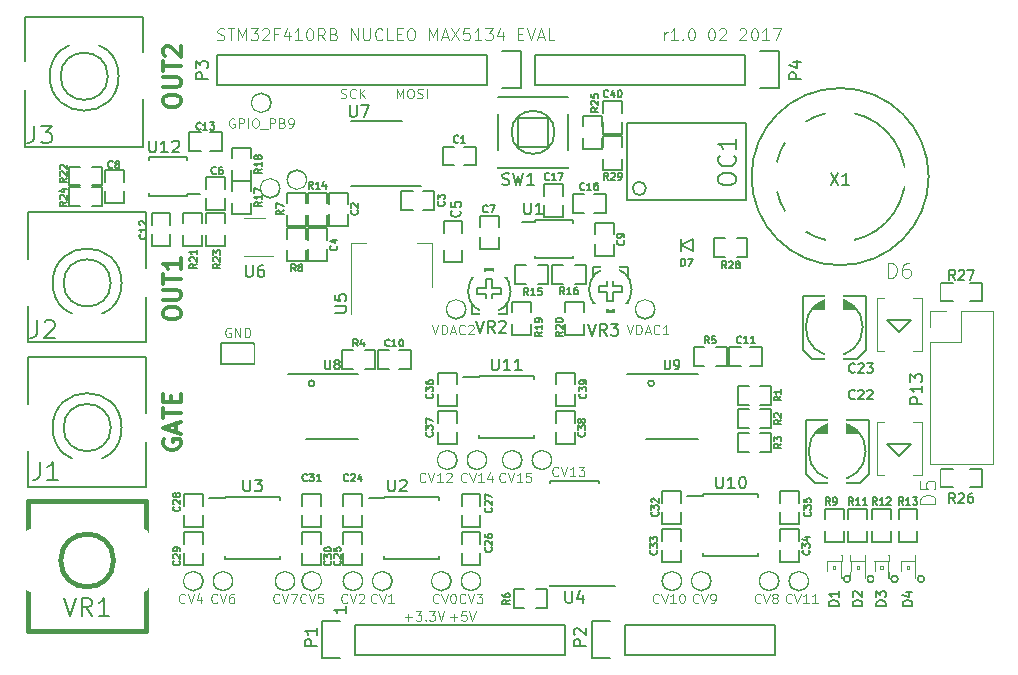
<source format=gto>
G04 #@! TF.FileFunction,Legend,Top*
%FSLAX46Y46*%
G04 Gerber Fmt 4.6, Leading zero omitted, Abs format (unit mm)*
G04 Created by KiCad (PCBNEW 4.0.2-stable) date 2017-02-07 10:52:45 AM*
%MOMM*%
G01*
G04 APERTURE LIST*
%ADD10C,0.100000*%
%ADD11C,0.125000*%
%ADD12C,0.300000*%
%ADD13C,0.150000*%
%ADD14C,0.200000*%
%ADD15C,0.127000*%
%ADD16C,0.066040*%
%ADD17C,0.101600*%
%ADD18C,0.050800*%
%ADD19C,0.203200*%
%ADD20C,0.120000*%
%ADD21C,0.381000*%
%ADD22C,0.152400*%
%ADD23C,0.088900*%
%ADD24R,1.500000X0.400000*%
%ADD25O,1.727200X2.032000*%
%ADD26R,0.812800X1.143000*%
%ADD27R,1.143000X0.812800*%
%ADD28R,1.397000X1.143000*%
%ADD29R,1.600200X2.999740*%
%ADD30R,1.198880X1.198880*%
%ADD31R,2.397760X2.397760*%
%ADD32R,0.609600X0.762000*%
%ADD33O,2.500000X4.000000*%
%ADD34O,2.000000X2.500000*%
%ADD35O,3.500000X1.500000*%
%ADD36R,1.500000X1.500000*%
%ADD37R,1.143000X1.397000*%
%ADD38O,2.200000X1.400000*%
%ADD39O,2.250000X1.400000*%
%ADD40R,1.450000X0.450000*%
%ADD41R,1.500000X0.600000*%
%ADD42R,3.800000X2.000000*%
%ADD43R,1.500000X2.000000*%
%ADD44R,1.060000X0.650000*%
%ADD45R,1.500000X0.450000*%
%ADD46O,2.800000X3.500000*%
%ADD47C,1.750000*%
%ADD48O,0.800000X1.500000*%
%ADD49R,1.600000X1.500000*%
%ADD50R,1.200000X1.200000*%
%ADD51C,2.500000*%
%ADD52R,1.100000X0.400000*%
%ADD53C,1.500000*%
%ADD54R,1.700000X1.700000*%
%ADD55O,1.700000X1.700000*%
%ADD56R,2.800000X1.600000*%
G04 APERTURE END LIST*
D10*
D11*
X166367047Y-73067381D02*
X166367047Y-72400714D01*
X166367047Y-72591190D02*
X166414666Y-72495952D01*
X166462285Y-72448333D01*
X166557523Y-72400714D01*
X166652762Y-72400714D01*
X167509905Y-73067381D02*
X166938476Y-73067381D01*
X167224190Y-73067381D02*
X167224190Y-72067381D01*
X167128952Y-72210238D01*
X167033714Y-72305476D01*
X166938476Y-72353095D01*
X167938476Y-72972143D02*
X167986095Y-73019762D01*
X167938476Y-73067381D01*
X167890857Y-73019762D01*
X167938476Y-72972143D01*
X167938476Y-73067381D01*
X168605142Y-72067381D02*
X168700381Y-72067381D01*
X168795619Y-72115000D01*
X168843238Y-72162619D01*
X168890857Y-72257857D01*
X168938476Y-72448333D01*
X168938476Y-72686429D01*
X168890857Y-72876905D01*
X168843238Y-72972143D01*
X168795619Y-73019762D01*
X168700381Y-73067381D01*
X168605142Y-73067381D01*
X168509904Y-73019762D01*
X168462285Y-72972143D01*
X168414666Y-72876905D01*
X168367047Y-72686429D01*
X168367047Y-72448333D01*
X168414666Y-72257857D01*
X168462285Y-72162619D01*
X168509904Y-72115000D01*
X168605142Y-72067381D01*
X170319428Y-72067381D02*
X170414667Y-72067381D01*
X170509905Y-72115000D01*
X170557524Y-72162619D01*
X170605143Y-72257857D01*
X170652762Y-72448333D01*
X170652762Y-72686429D01*
X170605143Y-72876905D01*
X170557524Y-72972143D01*
X170509905Y-73019762D01*
X170414667Y-73067381D01*
X170319428Y-73067381D01*
X170224190Y-73019762D01*
X170176571Y-72972143D01*
X170128952Y-72876905D01*
X170081333Y-72686429D01*
X170081333Y-72448333D01*
X170128952Y-72257857D01*
X170176571Y-72162619D01*
X170224190Y-72115000D01*
X170319428Y-72067381D01*
X171033714Y-72162619D02*
X171081333Y-72115000D01*
X171176571Y-72067381D01*
X171414667Y-72067381D01*
X171509905Y-72115000D01*
X171557524Y-72162619D01*
X171605143Y-72257857D01*
X171605143Y-72353095D01*
X171557524Y-72495952D01*
X170986095Y-73067381D01*
X171605143Y-73067381D01*
X172748000Y-72162619D02*
X172795619Y-72115000D01*
X172890857Y-72067381D01*
X173128953Y-72067381D01*
X173224191Y-72115000D01*
X173271810Y-72162619D01*
X173319429Y-72257857D01*
X173319429Y-72353095D01*
X173271810Y-72495952D01*
X172700381Y-73067381D01*
X173319429Y-73067381D01*
X173938476Y-72067381D02*
X174033715Y-72067381D01*
X174128953Y-72115000D01*
X174176572Y-72162619D01*
X174224191Y-72257857D01*
X174271810Y-72448333D01*
X174271810Y-72686429D01*
X174224191Y-72876905D01*
X174176572Y-72972143D01*
X174128953Y-73019762D01*
X174033715Y-73067381D01*
X173938476Y-73067381D01*
X173843238Y-73019762D01*
X173795619Y-72972143D01*
X173748000Y-72876905D01*
X173700381Y-72686429D01*
X173700381Y-72448333D01*
X173748000Y-72257857D01*
X173795619Y-72162619D01*
X173843238Y-72115000D01*
X173938476Y-72067381D01*
X175224191Y-73067381D02*
X174652762Y-73067381D01*
X174938476Y-73067381D02*
X174938476Y-72067381D01*
X174843238Y-72210238D01*
X174748000Y-72305476D01*
X174652762Y-72353095D01*
X175557524Y-72067381D02*
X176224191Y-72067381D01*
X175795619Y-73067381D01*
X128533713Y-73019762D02*
X128676570Y-73067381D01*
X128914666Y-73067381D01*
X129009904Y-73019762D01*
X129057523Y-72972143D01*
X129105142Y-72876905D01*
X129105142Y-72781667D01*
X129057523Y-72686429D01*
X129009904Y-72638810D01*
X128914666Y-72591190D01*
X128724189Y-72543571D01*
X128628951Y-72495952D01*
X128581332Y-72448333D01*
X128533713Y-72353095D01*
X128533713Y-72257857D01*
X128581332Y-72162619D01*
X128628951Y-72115000D01*
X128724189Y-72067381D01*
X128962285Y-72067381D01*
X129105142Y-72115000D01*
X129390856Y-72067381D02*
X129962285Y-72067381D01*
X129676570Y-73067381D02*
X129676570Y-72067381D01*
X130295618Y-73067381D02*
X130295618Y-72067381D01*
X130628952Y-72781667D01*
X130962285Y-72067381D01*
X130962285Y-73067381D01*
X131343237Y-72067381D02*
X131962285Y-72067381D01*
X131628951Y-72448333D01*
X131771809Y-72448333D01*
X131867047Y-72495952D01*
X131914666Y-72543571D01*
X131962285Y-72638810D01*
X131962285Y-72876905D01*
X131914666Y-72972143D01*
X131867047Y-73019762D01*
X131771809Y-73067381D01*
X131486094Y-73067381D01*
X131390856Y-73019762D01*
X131343237Y-72972143D01*
X132343237Y-72162619D02*
X132390856Y-72115000D01*
X132486094Y-72067381D01*
X132724190Y-72067381D01*
X132819428Y-72115000D01*
X132867047Y-72162619D01*
X132914666Y-72257857D01*
X132914666Y-72353095D01*
X132867047Y-72495952D01*
X132295618Y-73067381D01*
X132914666Y-73067381D01*
X133676571Y-72543571D02*
X133343237Y-72543571D01*
X133343237Y-73067381D02*
X133343237Y-72067381D01*
X133819428Y-72067381D01*
X134628952Y-72400714D02*
X134628952Y-73067381D01*
X134390856Y-72019762D02*
X134152761Y-72734048D01*
X134771809Y-72734048D01*
X135676571Y-73067381D02*
X135105142Y-73067381D01*
X135390856Y-73067381D02*
X135390856Y-72067381D01*
X135295618Y-72210238D01*
X135200380Y-72305476D01*
X135105142Y-72353095D01*
X136295618Y-72067381D02*
X136390857Y-72067381D01*
X136486095Y-72115000D01*
X136533714Y-72162619D01*
X136581333Y-72257857D01*
X136628952Y-72448333D01*
X136628952Y-72686429D01*
X136581333Y-72876905D01*
X136533714Y-72972143D01*
X136486095Y-73019762D01*
X136390857Y-73067381D01*
X136295618Y-73067381D01*
X136200380Y-73019762D01*
X136152761Y-72972143D01*
X136105142Y-72876905D01*
X136057523Y-72686429D01*
X136057523Y-72448333D01*
X136105142Y-72257857D01*
X136152761Y-72162619D01*
X136200380Y-72115000D01*
X136295618Y-72067381D01*
X137628952Y-73067381D02*
X137295618Y-72591190D01*
X137057523Y-73067381D02*
X137057523Y-72067381D01*
X137438476Y-72067381D01*
X137533714Y-72115000D01*
X137581333Y-72162619D01*
X137628952Y-72257857D01*
X137628952Y-72400714D01*
X137581333Y-72495952D01*
X137533714Y-72543571D01*
X137438476Y-72591190D01*
X137057523Y-72591190D01*
X138390857Y-72543571D02*
X138533714Y-72591190D01*
X138581333Y-72638810D01*
X138628952Y-72734048D01*
X138628952Y-72876905D01*
X138581333Y-72972143D01*
X138533714Y-73019762D01*
X138438476Y-73067381D01*
X138057523Y-73067381D01*
X138057523Y-72067381D01*
X138390857Y-72067381D01*
X138486095Y-72115000D01*
X138533714Y-72162619D01*
X138581333Y-72257857D01*
X138581333Y-72353095D01*
X138533714Y-72448333D01*
X138486095Y-72495952D01*
X138390857Y-72543571D01*
X138057523Y-72543571D01*
X139819428Y-73067381D02*
X139819428Y-72067381D01*
X140390857Y-73067381D01*
X140390857Y-72067381D01*
X140867047Y-72067381D02*
X140867047Y-72876905D01*
X140914666Y-72972143D01*
X140962285Y-73019762D01*
X141057523Y-73067381D01*
X141248000Y-73067381D01*
X141343238Y-73019762D01*
X141390857Y-72972143D01*
X141438476Y-72876905D01*
X141438476Y-72067381D01*
X142486095Y-72972143D02*
X142438476Y-73019762D01*
X142295619Y-73067381D01*
X142200381Y-73067381D01*
X142057523Y-73019762D01*
X141962285Y-72924524D01*
X141914666Y-72829286D01*
X141867047Y-72638810D01*
X141867047Y-72495952D01*
X141914666Y-72305476D01*
X141962285Y-72210238D01*
X142057523Y-72115000D01*
X142200381Y-72067381D01*
X142295619Y-72067381D01*
X142438476Y-72115000D01*
X142486095Y-72162619D01*
X143390857Y-73067381D02*
X142914666Y-73067381D01*
X142914666Y-72067381D01*
X143724190Y-72543571D02*
X144057524Y-72543571D01*
X144200381Y-73067381D02*
X143724190Y-73067381D01*
X143724190Y-72067381D01*
X144200381Y-72067381D01*
X144819428Y-72067381D02*
X145009905Y-72067381D01*
X145105143Y-72115000D01*
X145200381Y-72210238D01*
X145248000Y-72400714D01*
X145248000Y-72734048D01*
X145200381Y-72924524D01*
X145105143Y-73019762D01*
X145009905Y-73067381D01*
X144819428Y-73067381D01*
X144724190Y-73019762D01*
X144628952Y-72924524D01*
X144581333Y-72734048D01*
X144581333Y-72400714D01*
X144628952Y-72210238D01*
X144724190Y-72115000D01*
X144819428Y-72067381D01*
X146438476Y-73067381D02*
X146438476Y-72067381D01*
X146771810Y-72781667D01*
X147105143Y-72067381D01*
X147105143Y-73067381D01*
X147533714Y-72781667D02*
X148009905Y-72781667D01*
X147438476Y-73067381D02*
X147771809Y-72067381D01*
X148105143Y-73067381D01*
X148343238Y-72067381D02*
X149009905Y-73067381D01*
X149009905Y-72067381D02*
X148343238Y-73067381D01*
X149867048Y-72067381D02*
X149390857Y-72067381D01*
X149343238Y-72543571D01*
X149390857Y-72495952D01*
X149486095Y-72448333D01*
X149724191Y-72448333D01*
X149819429Y-72495952D01*
X149867048Y-72543571D01*
X149914667Y-72638810D01*
X149914667Y-72876905D01*
X149867048Y-72972143D01*
X149819429Y-73019762D01*
X149724191Y-73067381D01*
X149486095Y-73067381D01*
X149390857Y-73019762D01*
X149343238Y-72972143D01*
X150867048Y-73067381D02*
X150295619Y-73067381D01*
X150581333Y-73067381D02*
X150581333Y-72067381D01*
X150486095Y-72210238D01*
X150390857Y-72305476D01*
X150295619Y-72353095D01*
X151200381Y-72067381D02*
X151819429Y-72067381D01*
X151486095Y-72448333D01*
X151628953Y-72448333D01*
X151724191Y-72495952D01*
X151771810Y-72543571D01*
X151819429Y-72638810D01*
X151819429Y-72876905D01*
X151771810Y-72972143D01*
X151724191Y-73019762D01*
X151628953Y-73067381D01*
X151343238Y-73067381D01*
X151248000Y-73019762D01*
X151200381Y-72972143D01*
X152676572Y-72400714D02*
X152676572Y-73067381D01*
X152438476Y-72019762D02*
X152200381Y-72734048D01*
X152819429Y-72734048D01*
X153962286Y-72543571D02*
X154295620Y-72543571D01*
X154438477Y-73067381D02*
X153962286Y-73067381D01*
X153962286Y-72067381D01*
X154438477Y-72067381D01*
X154724191Y-72067381D02*
X155057524Y-73067381D01*
X155390858Y-72067381D01*
X155676572Y-72781667D02*
X156152763Y-72781667D01*
X155581334Y-73067381D02*
X155914667Y-72067381D01*
X156248001Y-73067381D01*
X157057525Y-73067381D02*
X156581334Y-73067381D01*
X156581334Y-72067381D01*
X129638477Y-97465000D02*
X129562286Y-97426905D01*
X129448001Y-97426905D01*
X129333715Y-97465000D01*
X129257524Y-97541190D01*
X129219429Y-97617381D01*
X129181334Y-97769762D01*
X129181334Y-97884048D01*
X129219429Y-98036429D01*
X129257524Y-98112619D01*
X129333715Y-98188810D01*
X129448001Y-98226905D01*
X129524191Y-98226905D01*
X129638477Y-98188810D01*
X129676572Y-98150714D01*
X129676572Y-97884048D01*
X129524191Y-97884048D01*
X130019429Y-98226905D02*
X130019429Y-97426905D01*
X130476572Y-98226905D01*
X130476572Y-97426905D01*
X130857524Y-98226905D02*
X130857524Y-97426905D01*
X131048000Y-97426905D01*
X131162286Y-97465000D01*
X131238477Y-97541190D01*
X131276572Y-97617381D01*
X131314667Y-97769762D01*
X131314667Y-97884048D01*
X131276572Y-98036429D01*
X131238477Y-98112619D01*
X131162286Y-98188810D01*
X131048000Y-98226905D01*
X130857524Y-98226905D01*
X143740857Y-77976905D02*
X143740857Y-77176905D01*
X144007524Y-77748333D01*
X144274191Y-77176905D01*
X144274191Y-77976905D01*
X144807524Y-77176905D02*
X144959905Y-77176905D01*
X145036096Y-77215000D01*
X145112286Y-77291190D01*
X145150381Y-77443571D01*
X145150381Y-77710238D01*
X145112286Y-77862619D01*
X145036096Y-77938810D01*
X144959905Y-77976905D01*
X144807524Y-77976905D01*
X144731334Y-77938810D01*
X144655143Y-77862619D01*
X144617048Y-77710238D01*
X144617048Y-77443571D01*
X144655143Y-77291190D01*
X144731334Y-77215000D01*
X144807524Y-77176905D01*
X145455143Y-77938810D02*
X145569429Y-77976905D01*
X145759905Y-77976905D01*
X145836095Y-77938810D01*
X145874191Y-77900714D01*
X145912286Y-77824524D01*
X145912286Y-77748333D01*
X145874191Y-77672143D01*
X145836095Y-77634048D01*
X145759905Y-77595952D01*
X145607524Y-77557857D01*
X145531333Y-77519762D01*
X145493238Y-77481667D01*
X145455143Y-77405476D01*
X145455143Y-77329286D01*
X145493238Y-77253095D01*
X145531333Y-77215000D01*
X145607524Y-77176905D01*
X145798000Y-77176905D01*
X145912286Y-77215000D01*
X146255143Y-77976905D02*
X146255143Y-77176905D01*
X138969429Y-77938810D02*
X139083715Y-77976905D01*
X139274191Y-77976905D01*
X139350381Y-77938810D01*
X139388477Y-77900714D01*
X139426572Y-77824524D01*
X139426572Y-77748333D01*
X139388477Y-77672143D01*
X139350381Y-77634048D01*
X139274191Y-77595952D01*
X139121810Y-77557857D01*
X139045619Y-77519762D01*
X139007524Y-77481667D01*
X138969429Y-77405476D01*
X138969429Y-77329286D01*
X139007524Y-77253095D01*
X139045619Y-77215000D01*
X139121810Y-77176905D01*
X139312286Y-77176905D01*
X139426572Y-77215000D01*
X140226572Y-77900714D02*
X140188477Y-77938810D01*
X140074191Y-77976905D01*
X139998001Y-77976905D01*
X139883715Y-77938810D01*
X139807524Y-77862619D01*
X139769429Y-77786429D01*
X139731334Y-77634048D01*
X139731334Y-77519762D01*
X139769429Y-77367381D01*
X139807524Y-77291190D01*
X139883715Y-77215000D01*
X139998001Y-77176905D01*
X140074191Y-77176905D01*
X140188477Y-77215000D01*
X140226572Y-77253095D01*
X140569429Y-77976905D02*
X140569429Y-77176905D01*
X141026572Y-77976905D02*
X140683715Y-77519762D01*
X141026572Y-77176905D02*
X140569429Y-77634048D01*
D12*
X123998000Y-106865000D02*
X123926571Y-107007857D01*
X123926571Y-107222143D01*
X123998000Y-107436428D01*
X124140857Y-107579286D01*
X124283714Y-107650714D01*
X124569429Y-107722143D01*
X124783714Y-107722143D01*
X125069429Y-107650714D01*
X125212286Y-107579286D01*
X125355143Y-107436428D01*
X125426571Y-107222143D01*
X125426571Y-107079286D01*
X125355143Y-106865000D01*
X125283714Y-106793571D01*
X124783714Y-106793571D01*
X124783714Y-107079286D01*
X124998000Y-106222143D02*
X124998000Y-105507857D01*
X125426571Y-106365000D02*
X123926571Y-105865000D01*
X125426571Y-105365000D01*
X123926571Y-105079286D02*
X123926571Y-104222143D01*
X125426571Y-104650714D02*
X123926571Y-104650714D01*
X124640857Y-103722143D02*
X124640857Y-103222143D01*
X125426571Y-103007857D02*
X125426571Y-103722143D01*
X123926571Y-103722143D01*
X123926571Y-103007857D01*
D11*
X129962286Y-79715000D02*
X129886095Y-79676905D01*
X129771810Y-79676905D01*
X129657524Y-79715000D01*
X129581333Y-79791190D01*
X129543238Y-79867381D01*
X129505143Y-80019762D01*
X129505143Y-80134048D01*
X129543238Y-80286429D01*
X129581333Y-80362619D01*
X129657524Y-80438810D01*
X129771810Y-80476905D01*
X129848000Y-80476905D01*
X129962286Y-80438810D01*
X130000381Y-80400714D01*
X130000381Y-80134048D01*
X129848000Y-80134048D01*
X130343238Y-80476905D02*
X130343238Y-79676905D01*
X130648000Y-79676905D01*
X130724191Y-79715000D01*
X130762286Y-79753095D01*
X130800381Y-79829286D01*
X130800381Y-79943571D01*
X130762286Y-80019762D01*
X130724191Y-80057857D01*
X130648000Y-80095952D01*
X130343238Y-80095952D01*
X131143238Y-80476905D02*
X131143238Y-79676905D01*
X131676571Y-79676905D02*
X131828952Y-79676905D01*
X131905143Y-79715000D01*
X131981333Y-79791190D01*
X132019428Y-79943571D01*
X132019428Y-80210238D01*
X131981333Y-80362619D01*
X131905143Y-80438810D01*
X131828952Y-80476905D01*
X131676571Y-80476905D01*
X131600381Y-80438810D01*
X131524190Y-80362619D01*
X131486095Y-80210238D01*
X131486095Y-79943571D01*
X131524190Y-79791190D01*
X131600381Y-79715000D01*
X131676571Y-79676905D01*
X132171809Y-80553095D02*
X132781333Y-80553095D01*
X132971809Y-80476905D02*
X132971809Y-79676905D01*
X133276571Y-79676905D01*
X133352762Y-79715000D01*
X133390857Y-79753095D01*
X133428952Y-79829286D01*
X133428952Y-79943571D01*
X133390857Y-80019762D01*
X133352762Y-80057857D01*
X133276571Y-80095952D01*
X132971809Y-80095952D01*
X134038476Y-80057857D02*
X134152762Y-80095952D01*
X134190857Y-80134048D01*
X134228952Y-80210238D01*
X134228952Y-80324524D01*
X134190857Y-80400714D01*
X134152762Y-80438810D01*
X134076571Y-80476905D01*
X133771809Y-80476905D01*
X133771809Y-79676905D01*
X134038476Y-79676905D01*
X134114666Y-79715000D01*
X134152762Y-79753095D01*
X134190857Y-79829286D01*
X134190857Y-79905476D01*
X134152762Y-79981667D01*
X134114666Y-80019762D01*
X134038476Y-80057857D01*
X133771809Y-80057857D01*
X134609904Y-80476905D02*
X134762285Y-80476905D01*
X134838476Y-80438810D01*
X134876571Y-80400714D01*
X134952762Y-80286429D01*
X134990857Y-80134048D01*
X134990857Y-79829286D01*
X134952762Y-79753095D01*
X134914666Y-79715000D01*
X134838476Y-79676905D01*
X134686095Y-79676905D01*
X134609904Y-79715000D01*
X134571809Y-79753095D01*
X134533714Y-79829286D01*
X134533714Y-80019762D01*
X134571809Y-80095952D01*
X134609904Y-80134048D01*
X134686095Y-80172143D01*
X134838476Y-80172143D01*
X134914666Y-80134048D01*
X134952762Y-80095952D01*
X134990857Y-80019762D01*
X146707524Y-97176905D02*
X146974191Y-97976905D01*
X147240858Y-97176905D01*
X147507524Y-97976905D02*
X147507524Y-97176905D01*
X147698000Y-97176905D01*
X147812286Y-97215000D01*
X147888477Y-97291190D01*
X147926572Y-97367381D01*
X147964667Y-97519762D01*
X147964667Y-97634048D01*
X147926572Y-97786429D01*
X147888477Y-97862619D01*
X147812286Y-97938810D01*
X147698000Y-97976905D01*
X147507524Y-97976905D01*
X148269429Y-97748333D02*
X148650381Y-97748333D01*
X148193238Y-97976905D02*
X148459905Y-97176905D01*
X148726572Y-97976905D01*
X149450381Y-97900714D02*
X149412286Y-97938810D01*
X149298000Y-97976905D01*
X149221810Y-97976905D01*
X149107524Y-97938810D01*
X149031333Y-97862619D01*
X148993238Y-97786429D01*
X148955143Y-97634048D01*
X148955143Y-97519762D01*
X148993238Y-97367381D01*
X149031333Y-97291190D01*
X149107524Y-97215000D01*
X149221810Y-97176905D01*
X149298000Y-97176905D01*
X149412286Y-97215000D01*
X149450381Y-97253095D01*
X149755143Y-97253095D02*
X149793238Y-97215000D01*
X149869429Y-97176905D01*
X150059905Y-97176905D01*
X150136095Y-97215000D01*
X150174191Y-97253095D01*
X150212286Y-97329286D01*
X150212286Y-97405476D01*
X150174191Y-97519762D01*
X149717048Y-97976905D01*
X150212286Y-97976905D01*
X163207524Y-97176905D02*
X163474191Y-97976905D01*
X163740858Y-97176905D01*
X164007524Y-97976905D02*
X164007524Y-97176905D01*
X164198000Y-97176905D01*
X164312286Y-97215000D01*
X164388477Y-97291190D01*
X164426572Y-97367381D01*
X164464667Y-97519762D01*
X164464667Y-97634048D01*
X164426572Y-97786429D01*
X164388477Y-97862619D01*
X164312286Y-97938810D01*
X164198000Y-97976905D01*
X164007524Y-97976905D01*
X164769429Y-97748333D02*
X165150381Y-97748333D01*
X164693238Y-97976905D02*
X164959905Y-97176905D01*
X165226572Y-97976905D01*
X165950381Y-97900714D02*
X165912286Y-97938810D01*
X165798000Y-97976905D01*
X165721810Y-97976905D01*
X165607524Y-97938810D01*
X165531333Y-97862619D01*
X165493238Y-97786429D01*
X165455143Y-97634048D01*
X165455143Y-97519762D01*
X165493238Y-97367381D01*
X165531333Y-97291190D01*
X165607524Y-97215000D01*
X165721810Y-97176905D01*
X165798000Y-97176905D01*
X165912286Y-97215000D01*
X165950381Y-97253095D01*
X166712286Y-97976905D02*
X166255143Y-97976905D01*
X166483714Y-97976905D02*
X166483714Y-97176905D01*
X166407524Y-97291190D01*
X166331333Y-97367381D01*
X166255143Y-97405476D01*
D12*
X123926571Y-78329286D02*
X123926571Y-78043572D01*
X123998000Y-77900714D01*
X124140857Y-77757857D01*
X124426571Y-77686429D01*
X124926571Y-77686429D01*
X125212286Y-77757857D01*
X125355143Y-77900714D01*
X125426571Y-78043572D01*
X125426571Y-78329286D01*
X125355143Y-78472143D01*
X125212286Y-78615000D01*
X124926571Y-78686429D01*
X124426571Y-78686429D01*
X124140857Y-78615000D01*
X123998000Y-78472143D01*
X123926571Y-78329286D01*
X123926571Y-77043571D02*
X125140857Y-77043571D01*
X125283714Y-76972143D01*
X125355143Y-76900714D01*
X125426571Y-76757857D01*
X125426571Y-76472143D01*
X125355143Y-76329285D01*
X125283714Y-76257857D01*
X125140857Y-76186428D01*
X123926571Y-76186428D01*
X123926571Y-75686428D02*
X123926571Y-74829285D01*
X125426571Y-75257856D02*
X123926571Y-75257856D01*
X124069429Y-74400714D02*
X123998000Y-74329285D01*
X123926571Y-74186428D01*
X123926571Y-73829285D01*
X123998000Y-73686428D01*
X124069429Y-73614999D01*
X124212286Y-73543571D01*
X124355143Y-73543571D01*
X124569429Y-73614999D01*
X125426571Y-74472142D01*
X125426571Y-73543571D01*
X123926571Y-96329286D02*
X123926571Y-96043572D01*
X123998000Y-95900714D01*
X124140857Y-95757857D01*
X124426571Y-95686429D01*
X124926571Y-95686429D01*
X125212286Y-95757857D01*
X125355143Y-95900714D01*
X125426571Y-96043572D01*
X125426571Y-96329286D01*
X125355143Y-96472143D01*
X125212286Y-96615000D01*
X124926571Y-96686429D01*
X124426571Y-96686429D01*
X124140857Y-96615000D01*
X123998000Y-96472143D01*
X123926571Y-96329286D01*
X123926571Y-95043571D02*
X125140857Y-95043571D01*
X125283714Y-94972143D01*
X125355143Y-94900714D01*
X125426571Y-94757857D01*
X125426571Y-94472143D01*
X125355143Y-94329285D01*
X125283714Y-94257857D01*
X125140857Y-94186428D01*
X123926571Y-94186428D01*
X123926571Y-93686428D02*
X123926571Y-92829285D01*
X125426571Y-93257856D02*
X123926571Y-93257856D01*
X125426571Y-91543571D02*
X125426571Y-92400714D01*
X125426571Y-91972142D02*
X123926571Y-91972142D01*
X124140857Y-92114999D01*
X124283714Y-92257857D01*
X124355143Y-92400714D01*
D11*
X157390857Y-109900714D02*
X157352762Y-109938810D01*
X157238476Y-109976905D01*
X157162286Y-109976905D01*
X157048000Y-109938810D01*
X156971809Y-109862619D01*
X156933714Y-109786429D01*
X156895619Y-109634048D01*
X156895619Y-109519762D01*
X156933714Y-109367381D01*
X156971809Y-109291190D01*
X157048000Y-109215000D01*
X157162286Y-109176905D01*
X157238476Y-109176905D01*
X157352762Y-109215000D01*
X157390857Y-109253095D01*
X157619428Y-109176905D02*
X157886095Y-109976905D01*
X158152762Y-109176905D01*
X158838476Y-109976905D02*
X158381333Y-109976905D01*
X158609904Y-109976905D02*
X158609904Y-109176905D01*
X158533714Y-109291190D01*
X158457523Y-109367381D01*
X158381333Y-109405476D01*
X159105143Y-109176905D02*
X159600381Y-109176905D01*
X159333714Y-109481667D01*
X159448000Y-109481667D01*
X159524190Y-109519762D01*
X159562286Y-109557857D01*
X159600381Y-109634048D01*
X159600381Y-109824524D01*
X159562286Y-109900714D01*
X159524190Y-109938810D01*
X159448000Y-109976905D01*
X159219428Y-109976905D01*
X159143238Y-109938810D01*
X159105143Y-109900714D01*
X152890857Y-110400714D02*
X152852762Y-110438810D01*
X152738476Y-110476905D01*
X152662286Y-110476905D01*
X152548000Y-110438810D01*
X152471809Y-110362619D01*
X152433714Y-110286429D01*
X152395619Y-110134048D01*
X152395619Y-110019762D01*
X152433714Y-109867381D01*
X152471809Y-109791190D01*
X152548000Y-109715000D01*
X152662286Y-109676905D01*
X152738476Y-109676905D01*
X152852762Y-109715000D01*
X152890857Y-109753095D01*
X153119428Y-109676905D02*
X153386095Y-110476905D01*
X153652762Y-109676905D01*
X154338476Y-110476905D02*
X153881333Y-110476905D01*
X154109904Y-110476905D02*
X154109904Y-109676905D01*
X154033714Y-109791190D01*
X153957523Y-109867381D01*
X153881333Y-109905476D01*
X155062286Y-109676905D02*
X154681333Y-109676905D01*
X154643238Y-110057857D01*
X154681333Y-110019762D01*
X154757524Y-109981667D01*
X154948000Y-109981667D01*
X155024190Y-110019762D01*
X155062286Y-110057857D01*
X155100381Y-110134048D01*
X155100381Y-110324524D01*
X155062286Y-110400714D01*
X155024190Y-110438810D01*
X154948000Y-110476905D01*
X154757524Y-110476905D01*
X154681333Y-110438810D01*
X154643238Y-110400714D01*
X149640857Y-110400714D02*
X149602762Y-110438810D01*
X149488476Y-110476905D01*
X149412286Y-110476905D01*
X149298000Y-110438810D01*
X149221809Y-110362619D01*
X149183714Y-110286429D01*
X149145619Y-110134048D01*
X149145619Y-110019762D01*
X149183714Y-109867381D01*
X149221809Y-109791190D01*
X149298000Y-109715000D01*
X149412286Y-109676905D01*
X149488476Y-109676905D01*
X149602762Y-109715000D01*
X149640857Y-109753095D01*
X149869428Y-109676905D02*
X150136095Y-110476905D01*
X150402762Y-109676905D01*
X151088476Y-110476905D02*
X150631333Y-110476905D01*
X150859904Y-110476905D02*
X150859904Y-109676905D01*
X150783714Y-109791190D01*
X150707523Y-109867381D01*
X150631333Y-109905476D01*
X151774190Y-109943571D02*
X151774190Y-110476905D01*
X151583714Y-109638810D02*
X151393238Y-110210238D01*
X151888476Y-110210238D01*
X146140857Y-110400714D02*
X146102762Y-110438810D01*
X145988476Y-110476905D01*
X145912286Y-110476905D01*
X145798000Y-110438810D01*
X145721809Y-110362619D01*
X145683714Y-110286429D01*
X145645619Y-110134048D01*
X145645619Y-110019762D01*
X145683714Y-109867381D01*
X145721809Y-109791190D01*
X145798000Y-109715000D01*
X145912286Y-109676905D01*
X145988476Y-109676905D01*
X146102762Y-109715000D01*
X146140857Y-109753095D01*
X146369428Y-109676905D02*
X146636095Y-110476905D01*
X146902762Y-109676905D01*
X147588476Y-110476905D02*
X147131333Y-110476905D01*
X147359904Y-110476905D02*
X147359904Y-109676905D01*
X147283714Y-109791190D01*
X147207523Y-109867381D01*
X147131333Y-109905476D01*
X147893238Y-109753095D02*
X147931333Y-109715000D01*
X148007524Y-109676905D01*
X148198000Y-109676905D01*
X148274190Y-109715000D01*
X148312286Y-109753095D01*
X148350381Y-109829286D01*
X148350381Y-109905476D01*
X148312286Y-110019762D01*
X147855143Y-110476905D01*
X148350381Y-110476905D01*
X174521810Y-120650714D02*
X174483715Y-120688810D01*
X174369429Y-120726905D01*
X174293239Y-120726905D01*
X174178953Y-120688810D01*
X174102762Y-120612619D01*
X174064667Y-120536429D01*
X174026572Y-120384048D01*
X174026572Y-120269762D01*
X174064667Y-120117381D01*
X174102762Y-120041190D01*
X174178953Y-119965000D01*
X174293239Y-119926905D01*
X174369429Y-119926905D01*
X174483715Y-119965000D01*
X174521810Y-120003095D01*
X174750381Y-119926905D02*
X175017048Y-120726905D01*
X175283715Y-119926905D01*
X175664667Y-120269762D02*
X175588476Y-120231667D01*
X175550381Y-120193571D01*
X175512286Y-120117381D01*
X175512286Y-120079286D01*
X175550381Y-120003095D01*
X175588476Y-119965000D01*
X175664667Y-119926905D01*
X175817048Y-119926905D01*
X175893238Y-119965000D01*
X175931334Y-120003095D01*
X175969429Y-120079286D01*
X175969429Y-120117381D01*
X175931334Y-120193571D01*
X175893238Y-120231667D01*
X175817048Y-120269762D01*
X175664667Y-120269762D01*
X175588476Y-120307857D01*
X175550381Y-120345952D01*
X175512286Y-120422143D01*
X175512286Y-120574524D01*
X175550381Y-120650714D01*
X175588476Y-120688810D01*
X175664667Y-120726905D01*
X175817048Y-120726905D01*
X175893238Y-120688810D01*
X175931334Y-120650714D01*
X175969429Y-120574524D01*
X175969429Y-120422143D01*
X175931334Y-120345952D01*
X175893238Y-120307857D01*
X175817048Y-120269762D01*
X177140857Y-120650714D02*
X177102762Y-120688810D01*
X176988476Y-120726905D01*
X176912286Y-120726905D01*
X176798000Y-120688810D01*
X176721809Y-120612619D01*
X176683714Y-120536429D01*
X176645619Y-120384048D01*
X176645619Y-120269762D01*
X176683714Y-120117381D01*
X176721809Y-120041190D01*
X176798000Y-119965000D01*
X176912286Y-119926905D01*
X176988476Y-119926905D01*
X177102762Y-119965000D01*
X177140857Y-120003095D01*
X177369428Y-119926905D02*
X177636095Y-120726905D01*
X177902762Y-119926905D01*
X178588476Y-120726905D02*
X178131333Y-120726905D01*
X178359904Y-120726905D02*
X178359904Y-119926905D01*
X178283714Y-120041190D01*
X178207523Y-120117381D01*
X178131333Y-120155476D01*
X179350381Y-120726905D02*
X178893238Y-120726905D01*
X179121809Y-120726905D02*
X179121809Y-119926905D01*
X179045619Y-120041190D01*
X178969428Y-120117381D01*
X178893238Y-120155476D01*
X169271810Y-120650714D02*
X169233715Y-120688810D01*
X169119429Y-120726905D01*
X169043239Y-120726905D01*
X168928953Y-120688810D01*
X168852762Y-120612619D01*
X168814667Y-120536429D01*
X168776572Y-120384048D01*
X168776572Y-120269762D01*
X168814667Y-120117381D01*
X168852762Y-120041190D01*
X168928953Y-119965000D01*
X169043239Y-119926905D01*
X169119429Y-119926905D01*
X169233715Y-119965000D01*
X169271810Y-120003095D01*
X169500381Y-119926905D02*
X169767048Y-120726905D01*
X170033715Y-119926905D01*
X170338476Y-120726905D02*
X170490857Y-120726905D01*
X170567048Y-120688810D01*
X170605143Y-120650714D01*
X170681334Y-120536429D01*
X170719429Y-120384048D01*
X170719429Y-120079286D01*
X170681334Y-120003095D01*
X170643238Y-119965000D01*
X170567048Y-119926905D01*
X170414667Y-119926905D01*
X170338476Y-119965000D01*
X170300381Y-120003095D01*
X170262286Y-120079286D01*
X170262286Y-120269762D01*
X170300381Y-120345952D01*
X170338476Y-120384048D01*
X170414667Y-120422143D01*
X170567048Y-120422143D01*
X170643238Y-120384048D01*
X170681334Y-120345952D01*
X170719429Y-120269762D01*
X165890857Y-120650714D02*
X165852762Y-120688810D01*
X165738476Y-120726905D01*
X165662286Y-120726905D01*
X165548000Y-120688810D01*
X165471809Y-120612619D01*
X165433714Y-120536429D01*
X165395619Y-120384048D01*
X165395619Y-120269762D01*
X165433714Y-120117381D01*
X165471809Y-120041190D01*
X165548000Y-119965000D01*
X165662286Y-119926905D01*
X165738476Y-119926905D01*
X165852762Y-119965000D01*
X165890857Y-120003095D01*
X166119428Y-119926905D02*
X166386095Y-120726905D01*
X166652762Y-119926905D01*
X167338476Y-120726905D02*
X166881333Y-120726905D01*
X167109904Y-120726905D02*
X167109904Y-119926905D01*
X167033714Y-120041190D01*
X166957523Y-120117381D01*
X166881333Y-120155476D01*
X167833714Y-119926905D02*
X167909905Y-119926905D01*
X167986095Y-119965000D01*
X168024190Y-120003095D01*
X168062286Y-120079286D01*
X168100381Y-120231667D01*
X168100381Y-120422143D01*
X168062286Y-120574524D01*
X168024190Y-120650714D01*
X167986095Y-120688810D01*
X167909905Y-120726905D01*
X167833714Y-120726905D01*
X167757524Y-120688810D01*
X167719428Y-120650714D01*
X167681333Y-120574524D01*
X167643238Y-120422143D01*
X167643238Y-120231667D01*
X167681333Y-120079286D01*
X167719428Y-120003095D01*
X167757524Y-119965000D01*
X167833714Y-119926905D01*
X149521810Y-120650714D02*
X149483715Y-120688810D01*
X149369429Y-120726905D01*
X149293239Y-120726905D01*
X149178953Y-120688810D01*
X149102762Y-120612619D01*
X149064667Y-120536429D01*
X149026572Y-120384048D01*
X149026572Y-120269762D01*
X149064667Y-120117381D01*
X149102762Y-120041190D01*
X149178953Y-119965000D01*
X149293239Y-119926905D01*
X149369429Y-119926905D01*
X149483715Y-119965000D01*
X149521810Y-120003095D01*
X149750381Y-119926905D02*
X150017048Y-120726905D01*
X150283715Y-119926905D01*
X150474191Y-119926905D02*
X150969429Y-119926905D01*
X150702762Y-120231667D01*
X150817048Y-120231667D01*
X150893238Y-120269762D01*
X150931334Y-120307857D01*
X150969429Y-120384048D01*
X150969429Y-120574524D01*
X150931334Y-120650714D01*
X150893238Y-120688810D01*
X150817048Y-120726905D01*
X150588476Y-120726905D01*
X150512286Y-120688810D01*
X150474191Y-120650714D01*
X147271810Y-120650714D02*
X147233715Y-120688810D01*
X147119429Y-120726905D01*
X147043239Y-120726905D01*
X146928953Y-120688810D01*
X146852762Y-120612619D01*
X146814667Y-120536429D01*
X146776572Y-120384048D01*
X146776572Y-120269762D01*
X146814667Y-120117381D01*
X146852762Y-120041190D01*
X146928953Y-119965000D01*
X147043239Y-119926905D01*
X147119429Y-119926905D01*
X147233715Y-119965000D01*
X147271810Y-120003095D01*
X147500381Y-119926905D02*
X147767048Y-120726905D01*
X148033715Y-119926905D01*
X148452762Y-119926905D02*
X148528953Y-119926905D01*
X148605143Y-119965000D01*
X148643238Y-120003095D01*
X148681334Y-120079286D01*
X148719429Y-120231667D01*
X148719429Y-120422143D01*
X148681334Y-120574524D01*
X148643238Y-120650714D01*
X148605143Y-120688810D01*
X148528953Y-120726905D01*
X148452762Y-120726905D01*
X148376572Y-120688810D01*
X148338476Y-120650714D01*
X148300381Y-120574524D01*
X148262286Y-120422143D01*
X148262286Y-120231667D01*
X148300381Y-120079286D01*
X148338476Y-120003095D01*
X148376572Y-119965000D01*
X148452762Y-119926905D01*
X142021810Y-120650714D02*
X141983715Y-120688810D01*
X141869429Y-120726905D01*
X141793239Y-120726905D01*
X141678953Y-120688810D01*
X141602762Y-120612619D01*
X141564667Y-120536429D01*
X141526572Y-120384048D01*
X141526572Y-120269762D01*
X141564667Y-120117381D01*
X141602762Y-120041190D01*
X141678953Y-119965000D01*
X141793239Y-119926905D01*
X141869429Y-119926905D01*
X141983715Y-119965000D01*
X142021810Y-120003095D01*
X142250381Y-119926905D02*
X142517048Y-120726905D01*
X142783715Y-119926905D01*
X143469429Y-120726905D02*
X143012286Y-120726905D01*
X143240857Y-120726905D02*
X143240857Y-119926905D01*
X143164667Y-120041190D01*
X143088476Y-120117381D01*
X143012286Y-120155476D01*
X139521810Y-120650714D02*
X139483715Y-120688810D01*
X139369429Y-120726905D01*
X139293239Y-120726905D01*
X139178953Y-120688810D01*
X139102762Y-120612619D01*
X139064667Y-120536429D01*
X139026572Y-120384048D01*
X139026572Y-120269762D01*
X139064667Y-120117381D01*
X139102762Y-120041190D01*
X139178953Y-119965000D01*
X139293239Y-119926905D01*
X139369429Y-119926905D01*
X139483715Y-119965000D01*
X139521810Y-120003095D01*
X139750381Y-119926905D02*
X140017048Y-120726905D01*
X140283715Y-119926905D01*
X140512286Y-120003095D02*
X140550381Y-119965000D01*
X140626572Y-119926905D01*
X140817048Y-119926905D01*
X140893238Y-119965000D01*
X140931334Y-120003095D01*
X140969429Y-120079286D01*
X140969429Y-120155476D01*
X140931334Y-120269762D01*
X140474191Y-120726905D01*
X140969429Y-120726905D01*
X136021810Y-120650714D02*
X135983715Y-120688810D01*
X135869429Y-120726905D01*
X135793239Y-120726905D01*
X135678953Y-120688810D01*
X135602762Y-120612619D01*
X135564667Y-120536429D01*
X135526572Y-120384048D01*
X135526572Y-120269762D01*
X135564667Y-120117381D01*
X135602762Y-120041190D01*
X135678953Y-119965000D01*
X135793239Y-119926905D01*
X135869429Y-119926905D01*
X135983715Y-119965000D01*
X136021810Y-120003095D01*
X136250381Y-119926905D02*
X136517048Y-120726905D01*
X136783715Y-119926905D01*
X137431334Y-119926905D02*
X137050381Y-119926905D01*
X137012286Y-120307857D01*
X137050381Y-120269762D01*
X137126572Y-120231667D01*
X137317048Y-120231667D01*
X137393238Y-120269762D01*
X137431334Y-120307857D01*
X137469429Y-120384048D01*
X137469429Y-120574524D01*
X137431334Y-120650714D01*
X137393238Y-120688810D01*
X137317048Y-120726905D01*
X137126572Y-120726905D01*
X137050381Y-120688810D01*
X137012286Y-120650714D01*
X133771810Y-120650714D02*
X133733715Y-120688810D01*
X133619429Y-120726905D01*
X133543239Y-120726905D01*
X133428953Y-120688810D01*
X133352762Y-120612619D01*
X133314667Y-120536429D01*
X133276572Y-120384048D01*
X133276572Y-120269762D01*
X133314667Y-120117381D01*
X133352762Y-120041190D01*
X133428953Y-119965000D01*
X133543239Y-119926905D01*
X133619429Y-119926905D01*
X133733715Y-119965000D01*
X133771810Y-120003095D01*
X134000381Y-119926905D02*
X134267048Y-120726905D01*
X134533715Y-119926905D01*
X134724191Y-119926905D02*
X135257524Y-119926905D01*
X134914667Y-120726905D01*
X128521810Y-120650714D02*
X128483715Y-120688810D01*
X128369429Y-120726905D01*
X128293239Y-120726905D01*
X128178953Y-120688810D01*
X128102762Y-120612619D01*
X128064667Y-120536429D01*
X128026572Y-120384048D01*
X128026572Y-120269762D01*
X128064667Y-120117381D01*
X128102762Y-120041190D01*
X128178953Y-119965000D01*
X128293239Y-119926905D01*
X128369429Y-119926905D01*
X128483715Y-119965000D01*
X128521810Y-120003095D01*
X128750381Y-119926905D02*
X129017048Y-120726905D01*
X129283715Y-119926905D01*
X129893238Y-119926905D02*
X129740857Y-119926905D01*
X129664667Y-119965000D01*
X129626572Y-120003095D01*
X129550381Y-120117381D01*
X129512286Y-120269762D01*
X129512286Y-120574524D01*
X129550381Y-120650714D01*
X129588476Y-120688810D01*
X129664667Y-120726905D01*
X129817048Y-120726905D01*
X129893238Y-120688810D01*
X129931334Y-120650714D01*
X129969429Y-120574524D01*
X129969429Y-120384048D01*
X129931334Y-120307857D01*
X129893238Y-120269762D01*
X129817048Y-120231667D01*
X129664667Y-120231667D01*
X129588476Y-120269762D01*
X129550381Y-120307857D01*
X129512286Y-120384048D01*
X125771810Y-120650714D02*
X125733715Y-120688810D01*
X125619429Y-120726905D01*
X125543239Y-120726905D01*
X125428953Y-120688810D01*
X125352762Y-120612619D01*
X125314667Y-120536429D01*
X125276572Y-120384048D01*
X125276572Y-120269762D01*
X125314667Y-120117381D01*
X125352762Y-120041190D01*
X125428953Y-119965000D01*
X125543239Y-119926905D01*
X125619429Y-119926905D01*
X125733715Y-119965000D01*
X125771810Y-120003095D01*
X126000381Y-119926905D02*
X126267048Y-120726905D01*
X126533715Y-119926905D01*
X127143238Y-120193571D02*
X127143238Y-120726905D01*
X126952762Y-119888810D02*
X126762286Y-120460238D01*
X127257524Y-120460238D01*
X144398000Y-121922143D02*
X145007524Y-121922143D01*
X144702762Y-122226905D02*
X144702762Y-121617381D01*
X145312286Y-121426905D02*
X145807524Y-121426905D01*
X145540857Y-121731667D01*
X145655143Y-121731667D01*
X145731333Y-121769762D01*
X145769429Y-121807857D01*
X145807524Y-121884048D01*
X145807524Y-122074524D01*
X145769429Y-122150714D01*
X145731333Y-122188810D01*
X145655143Y-122226905D01*
X145426571Y-122226905D01*
X145350381Y-122188810D01*
X145312286Y-122150714D01*
X146150381Y-122150714D02*
X146188476Y-122188810D01*
X146150381Y-122226905D01*
X146112286Y-122188810D01*
X146150381Y-122150714D01*
X146150381Y-122226905D01*
X146455143Y-121426905D02*
X146950381Y-121426905D01*
X146683714Y-121731667D01*
X146798000Y-121731667D01*
X146874190Y-121769762D01*
X146912286Y-121807857D01*
X146950381Y-121884048D01*
X146950381Y-122074524D01*
X146912286Y-122150714D01*
X146874190Y-122188810D01*
X146798000Y-122226905D01*
X146569428Y-122226905D01*
X146493238Y-122188810D01*
X146455143Y-122150714D01*
X147178952Y-121426905D02*
X147445619Y-122226905D01*
X147712286Y-121426905D01*
X148219429Y-121922143D02*
X148828953Y-121922143D01*
X148524191Y-122226905D02*
X148524191Y-121617381D01*
X149590858Y-121426905D02*
X149209905Y-121426905D01*
X149171810Y-121807857D01*
X149209905Y-121769762D01*
X149286096Y-121731667D01*
X149476572Y-121731667D01*
X149552762Y-121769762D01*
X149590858Y-121807857D01*
X149628953Y-121884048D01*
X149628953Y-122074524D01*
X149590858Y-122150714D01*
X149552762Y-122188810D01*
X149476572Y-122226905D01*
X149286096Y-122226905D01*
X149209905Y-122188810D01*
X149171810Y-122150714D01*
X149857524Y-121426905D02*
X150124191Y-122226905D01*
X150390858Y-121426905D01*
D13*
X139390381Y-120999285D02*
X139390381Y-121570714D01*
X139390381Y-121285000D02*
X138390381Y-121285000D01*
X138533238Y-121380238D01*
X138628476Y-121475476D01*
X138676095Y-121570714D01*
X136748000Y-102115000D02*
G75*
G03X136748000Y-102115000I-250000J0D01*
G01*
X136048000Y-106840000D02*
X140448000Y-106840000D01*
X134473000Y-101315000D02*
X140448000Y-101315000D01*
X140208000Y-125095000D02*
X157988000Y-125095000D01*
X157988000Y-125095000D02*
X157988000Y-122555000D01*
X157988000Y-122555000D02*
X140208000Y-122555000D01*
X137388000Y-125375000D02*
X138938000Y-125375000D01*
X140208000Y-125095000D02*
X140208000Y-122555000D01*
X138938000Y-122275000D02*
X137388000Y-122275000D01*
X137388000Y-122275000D02*
X137388000Y-125375000D01*
X163068000Y-125095000D02*
X175768000Y-125095000D01*
X175768000Y-125095000D02*
X175768000Y-122555000D01*
X175768000Y-122555000D02*
X163068000Y-122555000D01*
X160248000Y-125375000D02*
X161798000Y-125375000D01*
X163068000Y-125095000D02*
X163068000Y-122555000D01*
X161798000Y-122275000D02*
X160248000Y-122275000D01*
X160248000Y-122275000D02*
X160248000Y-125375000D01*
X151384000Y-74295000D02*
X128524000Y-74295000D01*
X128524000Y-74295000D02*
X128524000Y-76835000D01*
X128524000Y-76835000D02*
X151384000Y-76835000D01*
X154204000Y-74015000D02*
X152654000Y-74015000D01*
X151384000Y-74295000D02*
X151384000Y-76835000D01*
X152654000Y-77115000D02*
X154204000Y-77115000D01*
X154204000Y-77115000D02*
X154204000Y-74015000D01*
X173228000Y-74295000D02*
X155448000Y-74295000D01*
X155448000Y-74295000D02*
X155448000Y-76835000D01*
X155448000Y-76835000D02*
X173228000Y-76835000D01*
X176048000Y-74015000D02*
X174498000Y-74015000D01*
X173228000Y-74295000D02*
X173228000Y-76835000D01*
X174498000Y-77115000D02*
X176048000Y-77115000D01*
X176048000Y-77115000D02*
X176048000Y-74015000D01*
D14*
X147598000Y-82065000D02*
X148598000Y-82065000D01*
X150398000Y-83665000D02*
X150398000Y-82065000D01*
X147598000Y-82065000D02*
X147598000Y-83665000D01*
X147598000Y-83665000D02*
X148598000Y-83665000D01*
X149398000Y-82065000D02*
X150398000Y-82065000D01*
X149398000Y-83665000D02*
X150398000Y-83665000D01*
X139548000Y-85965000D02*
X139548000Y-86965000D01*
X137948000Y-88765000D02*
X139548000Y-88765000D01*
X139548000Y-85965000D02*
X137948000Y-85965000D01*
X137948000Y-85965000D02*
X137948000Y-86965000D01*
X139548000Y-87765000D02*
X139548000Y-88765000D01*
X137948000Y-87765000D02*
X137948000Y-88765000D01*
X146898000Y-87415000D02*
X145898000Y-87415000D01*
X144098000Y-85815000D02*
X144098000Y-87415000D01*
X146898000Y-87415000D02*
X146898000Y-85815000D01*
X146898000Y-85815000D02*
X145898000Y-85815000D01*
X145098000Y-87415000D02*
X144098000Y-87415000D01*
X145098000Y-85815000D02*
X144098000Y-85815000D01*
X137798000Y-88965000D02*
X137798000Y-89965000D01*
X136198000Y-91765000D02*
X137798000Y-91765000D01*
X137798000Y-88965000D02*
X136198000Y-88965000D01*
X136198000Y-88965000D02*
X136198000Y-89965000D01*
X137798000Y-90765000D02*
X137798000Y-91765000D01*
X136198000Y-90765000D02*
X136198000Y-91765000D01*
D15*
X147736000Y-89403800D02*
X147736000Y-88387800D01*
X147736000Y-88387800D02*
X149260000Y-88387800D01*
X149260000Y-88387800D02*
X149260000Y-89403800D01*
X149260000Y-90826200D02*
X149260000Y-91842200D01*
X149260000Y-91842200D02*
X147736000Y-91842200D01*
X147736000Y-91842200D02*
X147736000Y-90826200D01*
D14*
X127598000Y-87465000D02*
X127598000Y-86465000D01*
X129198000Y-84665000D02*
X127598000Y-84665000D01*
X127598000Y-87465000D02*
X129198000Y-87465000D01*
X129198000Y-87465000D02*
X129198000Y-86465000D01*
X127598000Y-85665000D02*
X127598000Y-84665000D01*
X129198000Y-85665000D02*
X129198000Y-84665000D01*
X152348000Y-87915000D02*
X152348000Y-88915000D01*
X150748000Y-90715000D02*
X152348000Y-90715000D01*
X152348000Y-87915000D02*
X150748000Y-87915000D01*
X150748000Y-87915000D02*
X150748000Y-88915000D01*
X152348000Y-89715000D02*
X152348000Y-90715000D01*
X150748000Y-89715000D02*
X150748000Y-90715000D01*
X118998000Y-86865000D02*
X118998000Y-85865000D01*
X120598000Y-84065000D02*
X118998000Y-84065000D01*
X118998000Y-86865000D02*
X120598000Y-86865000D01*
X120598000Y-86865000D02*
X120598000Y-85865000D01*
X118998000Y-85065000D02*
X118998000Y-84065000D01*
X120598000Y-85065000D02*
X120598000Y-84065000D01*
X162098000Y-88515000D02*
X162098000Y-89515000D01*
X160498000Y-91315000D02*
X162098000Y-91315000D01*
X162098000Y-88515000D02*
X160498000Y-88515000D01*
X160498000Y-88515000D02*
X160498000Y-89515000D01*
X162098000Y-90315000D02*
X162098000Y-91315000D01*
X160498000Y-90315000D02*
X160498000Y-91315000D01*
X142098000Y-99315000D02*
X143098000Y-99315000D01*
X144898000Y-100915000D02*
X144898000Y-99315000D01*
X142098000Y-99315000D02*
X142098000Y-100915000D01*
X142098000Y-100915000D02*
X143098000Y-100915000D01*
X143898000Y-99315000D02*
X144898000Y-99315000D01*
X143898000Y-100915000D02*
X144898000Y-100915000D01*
X171848000Y-99065000D02*
X172848000Y-99065000D01*
X174648000Y-100665000D02*
X174648000Y-99065000D01*
X171848000Y-99065000D02*
X171848000Y-100665000D01*
X171848000Y-100665000D02*
X172848000Y-100665000D01*
X173648000Y-99065000D02*
X174648000Y-99065000D01*
X173648000Y-100665000D02*
X174648000Y-100665000D01*
X124548000Y-87715000D02*
X124548000Y-88715000D01*
X122948000Y-90515000D02*
X124548000Y-90515000D01*
X124548000Y-87715000D02*
X122948000Y-87715000D01*
X122948000Y-87715000D02*
X122948000Y-88715000D01*
X124548000Y-89515000D02*
X124548000Y-90515000D01*
X122948000Y-89515000D02*
X122948000Y-90515000D01*
X128898000Y-82415000D02*
X127898000Y-82415000D01*
X126098000Y-80815000D02*
X126098000Y-82415000D01*
X128898000Y-82415000D02*
X128898000Y-80815000D01*
X128898000Y-80815000D02*
X127898000Y-80815000D01*
X127098000Y-82415000D02*
X126098000Y-82415000D01*
X127098000Y-80815000D02*
X126098000Y-80815000D01*
X158598000Y-86065000D02*
X159598000Y-86065000D01*
X161398000Y-87665000D02*
X161398000Y-86065000D01*
X158598000Y-86065000D02*
X158598000Y-87665000D01*
X158598000Y-87665000D02*
X159598000Y-87665000D01*
X160398000Y-86065000D02*
X161398000Y-86065000D01*
X160398000Y-87665000D02*
X161398000Y-87665000D01*
X157798000Y-85215000D02*
X157798000Y-86215000D01*
X156198000Y-88015000D02*
X157798000Y-88015000D01*
X157798000Y-85215000D02*
X156198000Y-85215000D01*
X156198000Y-85215000D02*
X156198000Y-86215000D01*
X157798000Y-87015000D02*
X157798000Y-88015000D01*
X156198000Y-87015000D02*
X156198000Y-88015000D01*
D13*
X181633000Y-105579000D02*
X180236000Y-105579000D01*
X181887000Y-105706000D02*
X180109000Y-105706000D01*
X182268000Y-105833000D02*
X179728000Y-105833000D01*
X179601000Y-105960000D02*
X182395000Y-105960000D01*
X182522000Y-106087000D02*
X179474000Y-106087000D01*
X179347000Y-106214000D02*
X182649000Y-106214000D01*
X182776000Y-106341000D02*
X179220000Y-106341000D01*
X183665000Y-105198000D02*
X183665000Y-109770000D01*
X183665000Y-109770000D02*
X182903000Y-110532000D01*
X182903000Y-110532000D02*
X179093000Y-110532000D01*
X179093000Y-110532000D02*
X178331000Y-109770000D01*
X178331000Y-109770000D02*
X178331000Y-105198000D01*
X178331000Y-105198000D02*
X183665000Y-105198000D01*
X180998000Y-110024000D02*
X180998000Y-109262000D01*
X181379000Y-109643000D02*
X180617000Y-109643000D01*
X183411000Y-107865000D02*
G75*
G03X183411000Y-107865000I-2413000J0D01*
G01*
X181383000Y-95079000D02*
X179986000Y-95079000D01*
X181637000Y-95206000D02*
X179859000Y-95206000D01*
X182018000Y-95333000D02*
X179478000Y-95333000D01*
X179351000Y-95460000D02*
X182145000Y-95460000D01*
X182272000Y-95587000D02*
X179224000Y-95587000D01*
X179097000Y-95714000D02*
X182399000Y-95714000D01*
X182526000Y-95841000D02*
X178970000Y-95841000D01*
X183415000Y-94698000D02*
X183415000Y-99270000D01*
X183415000Y-99270000D02*
X182653000Y-100032000D01*
X182653000Y-100032000D02*
X178843000Y-100032000D01*
X178843000Y-100032000D02*
X178081000Y-99270000D01*
X178081000Y-99270000D02*
X178081000Y-94698000D01*
X178081000Y-94698000D02*
X183415000Y-94698000D01*
X180748000Y-99524000D02*
X180748000Y-98762000D01*
X181129000Y-99143000D02*
X180367000Y-99143000D01*
X183161000Y-97365000D02*
G75*
G03X183161000Y-97365000I-2413000J0D01*
G01*
D14*
X139198000Y-114265000D02*
X139198000Y-113265000D01*
X140798000Y-111465000D02*
X139198000Y-111465000D01*
X139198000Y-114265000D02*
X140798000Y-114265000D01*
X140798000Y-114265000D02*
X140798000Y-113265000D01*
X139198000Y-112465000D02*
X139198000Y-111465000D01*
X140798000Y-112465000D02*
X140798000Y-111465000D01*
X140798000Y-114715000D02*
X140798000Y-115715000D01*
X139198000Y-117515000D02*
X140798000Y-117515000D01*
X140798000Y-114715000D02*
X139198000Y-114715000D01*
X139198000Y-114715000D02*
X139198000Y-115715000D01*
X140798000Y-116515000D02*
X140798000Y-117515000D01*
X139198000Y-116515000D02*
X139198000Y-117515000D01*
X150798000Y-114715000D02*
X150798000Y-115715000D01*
X149198000Y-117515000D02*
X150798000Y-117515000D01*
X150798000Y-114715000D02*
X149198000Y-114715000D01*
X149198000Y-114715000D02*
X149198000Y-115715000D01*
X150798000Y-116515000D02*
X150798000Y-117515000D01*
X149198000Y-116515000D02*
X149198000Y-117515000D01*
X149198000Y-114265000D02*
X149198000Y-113265000D01*
X150798000Y-111465000D02*
X149198000Y-111465000D01*
X149198000Y-114265000D02*
X150798000Y-114265000D01*
X150798000Y-114265000D02*
X150798000Y-113265000D01*
X149198000Y-112465000D02*
X149198000Y-111465000D01*
X150798000Y-112465000D02*
X150798000Y-111465000D01*
X125698000Y-114265000D02*
X125698000Y-113265000D01*
X127298000Y-111465000D02*
X125698000Y-111465000D01*
X125698000Y-114265000D02*
X127298000Y-114265000D01*
X127298000Y-114265000D02*
X127298000Y-113265000D01*
X125698000Y-112465000D02*
X125698000Y-111465000D01*
X127298000Y-112465000D02*
X127298000Y-111465000D01*
X127298000Y-114715000D02*
X127298000Y-115715000D01*
X125698000Y-117515000D02*
X127298000Y-117515000D01*
X127298000Y-114715000D02*
X125698000Y-114715000D01*
X125698000Y-114715000D02*
X125698000Y-115715000D01*
X127298000Y-116515000D02*
X127298000Y-117515000D01*
X125698000Y-116515000D02*
X125698000Y-117515000D01*
X137298000Y-114715000D02*
X137298000Y-115715000D01*
X135698000Y-117515000D02*
X137298000Y-117515000D01*
X137298000Y-114715000D02*
X135698000Y-114715000D01*
X135698000Y-114715000D02*
X135698000Y-115715000D01*
X137298000Y-116515000D02*
X137298000Y-117515000D01*
X135698000Y-116515000D02*
X135698000Y-117515000D01*
X135698000Y-114265000D02*
X135698000Y-113265000D01*
X137298000Y-111465000D02*
X135698000Y-111465000D01*
X135698000Y-114265000D02*
X137298000Y-114265000D01*
X137298000Y-114265000D02*
X137298000Y-113265000D01*
X135698000Y-112465000D02*
X135698000Y-111465000D01*
X137298000Y-112465000D02*
X137298000Y-111465000D01*
X166198000Y-114015000D02*
X166198000Y-113015000D01*
X167798000Y-111215000D02*
X166198000Y-111215000D01*
X166198000Y-114015000D02*
X167798000Y-114015000D01*
X167798000Y-114015000D02*
X167798000Y-113015000D01*
X166198000Y-112215000D02*
X166198000Y-111215000D01*
X167798000Y-112215000D02*
X167798000Y-111215000D01*
X167798000Y-114465000D02*
X167798000Y-115465000D01*
X166198000Y-117265000D02*
X167798000Y-117265000D01*
X167798000Y-114465000D02*
X166198000Y-114465000D01*
X166198000Y-114465000D02*
X166198000Y-115465000D01*
X167798000Y-116265000D02*
X167798000Y-117265000D01*
X166198000Y-116265000D02*
X166198000Y-117265000D01*
X177798000Y-114465000D02*
X177798000Y-115465000D01*
X176198000Y-117265000D02*
X177798000Y-117265000D01*
X177798000Y-114465000D02*
X176198000Y-114465000D01*
X176198000Y-114465000D02*
X176198000Y-115465000D01*
X177798000Y-116265000D02*
X177798000Y-117265000D01*
X176198000Y-116265000D02*
X176198000Y-117265000D01*
X176198000Y-114015000D02*
X176198000Y-113015000D01*
X177798000Y-111215000D02*
X176198000Y-111215000D01*
X176198000Y-114015000D02*
X177798000Y-114015000D01*
X177798000Y-114015000D02*
X177798000Y-113015000D01*
X176198000Y-112215000D02*
X176198000Y-111215000D01*
X177798000Y-112215000D02*
X177798000Y-111215000D01*
X147198000Y-104015000D02*
X147198000Y-103015000D01*
X148798000Y-101215000D02*
X147198000Y-101215000D01*
X147198000Y-104015000D02*
X148798000Y-104015000D01*
X148798000Y-104015000D02*
X148798000Y-103015000D01*
X147198000Y-102215000D02*
X147198000Y-101215000D01*
X148798000Y-102215000D02*
X148798000Y-101215000D01*
X148798000Y-104465000D02*
X148798000Y-105465000D01*
X147198000Y-107265000D02*
X148798000Y-107265000D01*
X148798000Y-104465000D02*
X147198000Y-104465000D01*
X147198000Y-104465000D02*
X147198000Y-105465000D01*
X148798000Y-106265000D02*
X148798000Y-107265000D01*
X147198000Y-106265000D02*
X147198000Y-107265000D01*
X158798000Y-104465000D02*
X158798000Y-105465000D01*
X157198000Y-107265000D02*
X158798000Y-107265000D01*
X158798000Y-104465000D02*
X157198000Y-104465000D01*
X157198000Y-104465000D02*
X157198000Y-105465000D01*
X158798000Y-106265000D02*
X158798000Y-107265000D01*
X157198000Y-106265000D02*
X157198000Y-107265000D01*
X157198000Y-104015000D02*
X157198000Y-103015000D01*
X158798000Y-101215000D02*
X157198000Y-101215000D01*
X157198000Y-104015000D02*
X158798000Y-104015000D01*
X158798000Y-104015000D02*
X158798000Y-103015000D01*
X157198000Y-102215000D02*
X157198000Y-101215000D01*
X158798000Y-102215000D02*
X158798000Y-101215000D01*
X161198000Y-81015000D02*
X161198000Y-80015000D01*
X162798000Y-78215000D02*
X161198000Y-78215000D01*
X161198000Y-81015000D02*
X162798000Y-81015000D01*
X162798000Y-81015000D02*
X162798000Y-80015000D01*
X161198000Y-79215000D02*
X161198000Y-78215000D01*
X162798000Y-79215000D02*
X162798000Y-78215000D01*
D13*
X182127568Y-118681800D02*
G75*
G03X182127568Y-118681800I-287368J0D01*
G01*
D16*
X180448280Y-118112840D02*
X180123160Y-118112840D01*
X180123160Y-118112840D02*
X180123160Y-118613220D01*
X180448280Y-118613220D02*
X180123160Y-118613220D01*
X180448280Y-118112840D02*
X180448280Y-118613220D01*
X181070580Y-118112840D02*
X180920720Y-118112840D01*
X180920720Y-118112840D02*
X180920720Y-118364300D01*
X181070580Y-118364300D02*
X180920720Y-118364300D01*
X181070580Y-118112840D02*
X181070580Y-118364300D01*
X180575280Y-118112840D02*
X180425420Y-118112840D01*
X180425420Y-118112840D02*
X180425420Y-118364300D01*
X180575280Y-118364300D02*
X180425420Y-118364300D01*
X180575280Y-118112840D02*
X180575280Y-118364300D01*
X180946120Y-118112840D02*
X180549880Y-118112840D01*
X180549880Y-118112840D02*
X180549880Y-118288100D01*
X180946120Y-118288100D02*
X180549880Y-118288100D01*
X180946120Y-118112840D02*
X180946120Y-118288100D01*
X180448280Y-116616780D02*
X180123160Y-116616780D01*
X180123160Y-116616780D02*
X180123160Y-117117160D01*
X180448280Y-117117160D02*
X180123160Y-117117160D01*
X180448280Y-116616780D02*
X180448280Y-117117160D01*
X181372840Y-116616780D02*
X181047720Y-116616780D01*
X181047720Y-116616780D02*
X181047720Y-117117160D01*
X181372840Y-117117160D02*
X181047720Y-117117160D01*
X181372840Y-116616780D02*
X181372840Y-117117160D01*
X180575280Y-116865700D02*
X180425420Y-116865700D01*
X180425420Y-116865700D02*
X180425420Y-117117160D01*
X180575280Y-117117160D02*
X180425420Y-117117160D01*
X180575280Y-116865700D02*
X180575280Y-117117160D01*
X181070580Y-116865700D02*
X180920720Y-116865700D01*
X180920720Y-116865700D02*
X180920720Y-117117160D01*
X181070580Y-117117160D02*
X180920720Y-117117160D01*
X181070580Y-116865700D02*
X181070580Y-117117160D01*
X180946120Y-116941900D02*
X180549880Y-116941900D01*
X180549880Y-116941900D02*
X180549880Y-117117160D01*
X180946120Y-117117160D02*
X180549880Y-117117160D01*
X180946120Y-116941900D02*
X180946120Y-117117160D01*
X180847060Y-117615000D02*
X180648940Y-117615000D01*
X180648940Y-117615000D02*
X180648940Y-117813120D01*
X180847060Y-117813120D02*
X180648940Y-117813120D01*
X180847060Y-117615000D02*
X180847060Y-117813120D01*
X181347440Y-118112840D02*
X181047720Y-118112840D01*
X181047720Y-118112840D02*
X181047720Y-118412560D01*
X181347440Y-118412560D02*
X181047720Y-118412560D01*
X181347440Y-118112840D02*
X181347440Y-118412560D01*
X181372840Y-118539560D02*
X181146780Y-118539560D01*
X181146780Y-118539560D02*
X181146780Y-118613220D01*
X181372840Y-118613220D02*
X181146780Y-118613220D01*
X181372840Y-118539560D02*
X181372840Y-118613220D01*
D17*
X180173960Y-118138240D02*
X180173960Y-117091760D01*
X181322040Y-117117160D02*
X181322040Y-118539560D01*
D18*
X181269422Y-118463360D02*
G75*
G03X181269422Y-118463360I-71842J0D01*
G01*
D17*
X181095980Y-118613220D02*
G75*
G03X180400020Y-118613220I-347980J0D01*
G01*
X180400020Y-116616780D02*
G75*
G03X181095980Y-116616780I347980J0D01*
G01*
D13*
X184127568Y-118681800D02*
G75*
G03X184127568Y-118681800I-287368J0D01*
G01*
D16*
X182448280Y-118112840D02*
X182123160Y-118112840D01*
X182123160Y-118112840D02*
X182123160Y-118613220D01*
X182448280Y-118613220D02*
X182123160Y-118613220D01*
X182448280Y-118112840D02*
X182448280Y-118613220D01*
X183070580Y-118112840D02*
X182920720Y-118112840D01*
X182920720Y-118112840D02*
X182920720Y-118364300D01*
X183070580Y-118364300D02*
X182920720Y-118364300D01*
X183070580Y-118112840D02*
X183070580Y-118364300D01*
X182575280Y-118112840D02*
X182425420Y-118112840D01*
X182425420Y-118112840D02*
X182425420Y-118364300D01*
X182575280Y-118364300D02*
X182425420Y-118364300D01*
X182575280Y-118112840D02*
X182575280Y-118364300D01*
X182946120Y-118112840D02*
X182549880Y-118112840D01*
X182549880Y-118112840D02*
X182549880Y-118288100D01*
X182946120Y-118288100D02*
X182549880Y-118288100D01*
X182946120Y-118112840D02*
X182946120Y-118288100D01*
X182448280Y-116616780D02*
X182123160Y-116616780D01*
X182123160Y-116616780D02*
X182123160Y-117117160D01*
X182448280Y-117117160D02*
X182123160Y-117117160D01*
X182448280Y-116616780D02*
X182448280Y-117117160D01*
X183372840Y-116616780D02*
X183047720Y-116616780D01*
X183047720Y-116616780D02*
X183047720Y-117117160D01*
X183372840Y-117117160D02*
X183047720Y-117117160D01*
X183372840Y-116616780D02*
X183372840Y-117117160D01*
X182575280Y-116865700D02*
X182425420Y-116865700D01*
X182425420Y-116865700D02*
X182425420Y-117117160D01*
X182575280Y-117117160D02*
X182425420Y-117117160D01*
X182575280Y-116865700D02*
X182575280Y-117117160D01*
X183070580Y-116865700D02*
X182920720Y-116865700D01*
X182920720Y-116865700D02*
X182920720Y-117117160D01*
X183070580Y-117117160D02*
X182920720Y-117117160D01*
X183070580Y-116865700D02*
X183070580Y-117117160D01*
X182946120Y-116941900D02*
X182549880Y-116941900D01*
X182549880Y-116941900D02*
X182549880Y-117117160D01*
X182946120Y-117117160D02*
X182549880Y-117117160D01*
X182946120Y-116941900D02*
X182946120Y-117117160D01*
X182847060Y-117615000D02*
X182648940Y-117615000D01*
X182648940Y-117615000D02*
X182648940Y-117813120D01*
X182847060Y-117813120D02*
X182648940Y-117813120D01*
X182847060Y-117615000D02*
X182847060Y-117813120D01*
X183347440Y-118112840D02*
X183047720Y-118112840D01*
X183047720Y-118112840D02*
X183047720Y-118412560D01*
X183347440Y-118412560D02*
X183047720Y-118412560D01*
X183347440Y-118112840D02*
X183347440Y-118412560D01*
X183372840Y-118539560D02*
X183146780Y-118539560D01*
X183146780Y-118539560D02*
X183146780Y-118613220D01*
X183372840Y-118613220D02*
X183146780Y-118613220D01*
X183372840Y-118539560D02*
X183372840Y-118613220D01*
D17*
X182173960Y-118138240D02*
X182173960Y-117091760D01*
X183322040Y-117117160D02*
X183322040Y-118539560D01*
D18*
X183269422Y-118463360D02*
G75*
G03X183269422Y-118463360I-71842J0D01*
G01*
D17*
X183095980Y-118613220D02*
G75*
G03X182400020Y-118613220I-347980J0D01*
G01*
X182400020Y-116616780D02*
G75*
G03X183095980Y-116616780I347980J0D01*
G01*
D13*
X186127568Y-118681800D02*
G75*
G03X186127568Y-118681800I-287368J0D01*
G01*
D16*
X184448280Y-118112840D02*
X184123160Y-118112840D01*
X184123160Y-118112840D02*
X184123160Y-118613220D01*
X184448280Y-118613220D02*
X184123160Y-118613220D01*
X184448280Y-118112840D02*
X184448280Y-118613220D01*
X185070580Y-118112840D02*
X184920720Y-118112840D01*
X184920720Y-118112840D02*
X184920720Y-118364300D01*
X185070580Y-118364300D02*
X184920720Y-118364300D01*
X185070580Y-118112840D02*
X185070580Y-118364300D01*
X184575280Y-118112840D02*
X184425420Y-118112840D01*
X184425420Y-118112840D02*
X184425420Y-118364300D01*
X184575280Y-118364300D02*
X184425420Y-118364300D01*
X184575280Y-118112840D02*
X184575280Y-118364300D01*
X184946120Y-118112840D02*
X184549880Y-118112840D01*
X184549880Y-118112840D02*
X184549880Y-118288100D01*
X184946120Y-118288100D02*
X184549880Y-118288100D01*
X184946120Y-118112840D02*
X184946120Y-118288100D01*
X184448280Y-116616780D02*
X184123160Y-116616780D01*
X184123160Y-116616780D02*
X184123160Y-117117160D01*
X184448280Y-117117160D02*
X184123160Y-117117160D01*
X184448280Y-116616780D02*
X184448280Y-117117160D01*
X185372840Y-116616780D02*
X185047720Y-116616780D01*
X185047720Y-116616780D02*
X185047720Y-117117160D01*
X185372840Y-117117160D02*
X185047720Y-117117160D01*
X185372840Y-116616780D02*
X185372840Y-117117160D01*
X184575280Y-116865700D02*
X184425420Y-116865700D01*
X184425420Y-116865700D02*
X184425420Y-117117160D01*
X184575280Y-117117160D02*
X184425420Y-117117160D01*
X184575280Y-116865700D02*
X184575280Y-117117160D01*
X185070580Y-116865700D02*
X184920720Y-116865700D01*
X184920720Y-116865700D02*
X184920720Y-117117160D01*
X185070580Y-117117160D02*
X184920720Y-117117160D01*
X185070580Y-116865700D02*
X185070580Y-117117160D01*
X184946120Y-116941900D02*
X184549880Y-116941900D01*
X184549880Y-116941900D02*
X184549880Y-117117160D01*
X184946120Y-117117160D02*
X184549880Y-117117160D01*
X184946120Y-116941900D02*
X184946120Y-117117160D01*
X184847060Y-117615000D02*
X184648940Y-117615000D01*
X184648940Y-117615000D02*
X184648940Y-117813120D01*
X184847060Y-117813120D02*
X184648940Y-117813120D01*
X184847060Y-117615000D02*
X184847060Y-117813120D01*
X185347440Y-118112840D02*
X185047720Y-118112840D01*
X185047720Y-118112840D02*
X185047720Y-118412560D01*
X185347440Y-118412560D02*
X185047720Y-118412560D01*
X185347440Y-118112840D02*
X185347440Y-118412560D01*
X185372840Y-118539560D02*
X185146780Y-118539560D01*
X185146780Y-118539560D02*
X185146780Y-118613220D01*
X185372840Y-118613220D02*
X185146780Y-118613220D01*
X185372840Y-118539560D02*
X185372840Y-118613220D01*
D17*
X184173960Y-118138240D02*
X184173960Y-117091760D01*
X185322040Y-117117160D02*
X185322040Y-118539560D01*
D18*
X185269422Y-118463360D02*
G75*
G03X185269422Y-118463360I-71842J0D01*
G01*
D17*
X185095980Y-118613220D02*
G75*
G03X184400020Y-118613220I-347980J0D01*
G01*
X184400020Y-116616780D02*
G75*
G03X185095980Y-116616780I347980J0D01*
G01*
D13*
X188377568Y-118681800D02*
G75*
G03X188377568Y-118681800I-287368J0D01*
G01*
D16*
X186698280Y-118112840D02*
X186373160Y-118112840D01*
X186373160Y-118112840D02*
X186373160Y-118613220D01*
X186698280Y-118613220D02*
X186373160Y-118613220D01*
X186698280Y-118112840D02*
X186698280Y-118613220D01*
X187320580Y-118112840D02*
X187170720Y-118112840D01*
X187170720Y-118112840D02*
X187170720Y-118364300D01*
X187320580Y-118364300D02*
X187170720Y-118364300D01*
X187320580Y-118112840D02*
X187320580Y-118364300D01*
X186825280Y-118112840D02*
X186675420Y-118112840D01*
X186675420Y-118112840D02*
X186675420Y-118364300D01*
X186825280Y-118364300D02*
X186675420Y-118364300D01*
X186825280Y-118112840D02*
X186825280Y-118364300D01*
X187196120Y-118112840D02*
X186799880Y-118112840D01*
X186799880Y-118112840D02*
X186799880Y-118288100D01*
X187196120Y-118288100D02*
X186799880Y-118288100D01*
X187196120Y-118112840D02*
X187196120Y-118288100D01*
X186698280Y-116616780D02*
X186373160Y-116616780D01*
X186373160Y-116616780D02*
X186373160Y-117117160D01*
X186698280Y-117117160D02*
X186373160Y-117117160D01*
X186698280Y-116616780D02*
X186698280Y-117117160D01*
X187622840Y-116616780D02*
X187297720Y-116616780D01*
X187297720Y-116616780D02*
X187297720Y-117117160D01*
X187622840Y-117117160D02*
X187297720Y-117117160D01*
X187622840Y-116616780D02*
X187622840Y-117117160D01*
X186825280Y-116865700D02*
X186675420Y-116865700D01*
X186675420Y-116865700D02*
X186675420Y-117117160D01*
X186825280Y-117117160D02*
X186675420Y-117117160D01*
X186825280Y-116865700D02*
X186825280Y-117117160D01*
X187320580Y-116865700D02*
X187170720Y-116865700D01*
X187170720Y-116865700D02*
X187170720Y-117117160D01*
X187320580Y-117117160D02*
X187170720Y-117117160D01*
X187320580Y-116865700D02*
X187320580Y-117117160D01*
X187196120Y-116941900D02*
X186799880Y-116941900D01*
X186799880Y-116941900D02*
X186799880Y-117117160D01*
X187196120Y-117117160D02*
X186799880Y-117117160D01*
X187196120Y-116941900D02*
X187196120Y-117117160D01*
X187097060Y-117615000D02*
X186898940Y-117615000D01*
X186898940Y-117615000D02*
X186898940Y-117813120D01*
X187097060Y-117813120D02*
X186898940Y-117813120D01*
X187097060Y-117615000D02*
X187097060Y-117813120D01*
X187597440Y-118112840D02*
X187297720Y-118112840D01*
X187297720Y-118112840D02*
X187297720Y-118412560D01*
X187597440Y-118412560D02*
X187297720Y-118412560D01*
X187597440Y-118112840D02*
X187597440Y-118412560D01*
X187622840Y-118539560D02*
X187396780Y-118539560D01*
X187396780Y-118539560D02*
X187396780Y-118613220D01*
X187622840Y-118613220D02*
X187396780Y-118613220D01*
X187622840Y-118539560D02*
X187622840Y-118613220D01*
D17*
X186423960Y-118138240D02*
X186423960Y-117091760D01*
X187572040Y-117117160D02*
X187572040Y-118539560D01*
D18*
X187519422Y-118463360D02*
G75*
G03X187519422Y-118463360I-71842J0D01*
G01*
D17*
X187345980Y-118613220D02*
G75*
G03X186650020Y-118613220I-347980J0D01*
G01*
X186650020Y-116616780D02*
G75*
G03X187345980Y-116616780I347980J0D01*
G01*
D16*
X187337660Y-109875600D02*
X185158340Y-109875600D01*
X187337660Y-105354400D02*
X185158340Y-105354400D01*
X188147920Y-108963740D02*
X188147920Y-108412560D01*
X184348080Y-108963740D02*
X184348080Y-108412560D01*
D17*
X184343000Y-109875600D02*
X184343000Y-105354400D01*
X188153000Y-109875600D02*
X188153000Y-105354400D01*
X188153000Y-109875600D02*
X184343000Y-109875600D01*
X188153000Y-105354400D02*
X184343000Y-105354400D01*
D19*
X185249780Y-107224500D02*
X186248000Y-108243040D01*
X186248000Y-108243040D02*
X187246220Y-107224500D01*
X187246220Y-107224500D02*
X185249780Y-107224500D01*
D16*
X187337660Y-99375600D02*
X185158340Y-99375600D01*
X187337660Y-94854400D02*
X185158340Y-94854400D01*
X188147920Y-98463740D02*
X188147920Y-97912560D01*
X184348080Y-98463740D02*
X184348080Y-97912560D01*
D17*
X184343000Y-99375600D02*
X184343000Y-94854400D01*
X188153000Y-99375600D02*
X188153000Y-94854400D01*
X188153000Y-99375600D02*
X184343000Y-99375600D01*
X188153000Y-94854400D02*
X184343000Y-94854400D01*
D19*
X185249780Y-96724500D02*
X186248000Y-97743040D01*
X186248000Y-97743040D02*
X187246220Y-96724500D01*
X187246220Y-96724500D02*
X185249780Y-96724500D01*
D13*
X167740000Y-90873000D02*
X167740000Y-89857000D01*
X168756000Y-90873000D02*
X168756000Y-89857000D01*
X168756000Y-89857000D02*
X167740000Y-90365000D01*
X167740000Y-90365000D02*
X168756000Y-90873000D01*
X120413476Y-105865000D02*
G75*
G03X120413476Y-105865000I-2915476J0D01*
G01*
X122498000Y-110865000D02*
X112498000Y-110865000D01*
X112498000Y-110865000D02*
X112498000Y-99865000D01*
X112498000Y-99865000D02*
X122498000Y-99865000D01*
X122498000Y-99865000D02*
X122498000Y-110865000D01*
X119498000Y-105865000D02*
G75*
G03X119498000Y-105865000I-2000000J0D01*
G01*
X120413476Y-93615000D02*
G75*
G03X120413476Y-93615000I-2915476J0D01*
G01*
X122498000Y-98615000D02*
X112498000Y-98615000D01*
X112498000Y-98615000D02*
X112498000Y-87615000D01*
X112498000Y-87615000D02*
X122498000Y-87615000D01*
X122498000Y-87615000D02*
X122498000Y-98615000D01*
X119498000Y-93615000D02*
G75*
G03X119498000Y-93615000I-2000000J0D01*
G01*
X120163476Y-76115000D02*
G75*
G03X120163476Y-76115000I-2915476J0D01*
G01*
X112248000Y-71115000D02*
X122248000Y-71115000D01*
X122248000Y-71115000D02*
X122248000Y-82115000D01*
X122248000Y-82115000D02*
X112248000Y-82115000D01*
X112248000Y-82115000D02*
X112248000Y-71115000D01*
X119248000Y-76115000D02*
G75*
G03X119248000Y-76115000I-2000000J0D01*
G01*
X164807017Y-85615000D02*
G75*
G03X164807017Y-85615000I-559017J0D01*
G01*
X163248000Y-83365000D02*
X163248000Y-80115000D01*
X163248000Y-80115000D02*
X173248000Y-80115000D01*
X173248000Y-80115000D02*
X173248000Y-86615000D01*
X173248000Y-86615000D02*
X163248000Y-86615000D01*
X163248000Y-86615000D02*
X163248000Y-83365000D01*
D14*
X172598000Y-102315000D02*
X173498000Y-102315000D01*
X175398000Y-103915000D02*
X175398000Y-102315000D01*
X172598000Y-102315000D02*
X172598000Y-103915000D01*
X172598000Y-103915000D02*
X173498000Y-103915000D01*
X174498000Y-102315000D02*
X175398000Y-102315000D01*
X174498000Y-103915000D02*
X175398000Y-103915000D01*
X172598000Y-104315000D02*
X173498000Y-104315000D01*
X175398000Y-105915000D02*
X175398000Y-104315000D01*
X172598000Y-104315000D02*
X172598000Y-105915000D01*
X172598000Y-105915000D02*
X173498000Y-105915000D01*
X174498000Y-104315000D02*
X175398000Y-104315000D01*
X174498000Y-105915000D02*
X175398000Y-105915000D01*
X172598000Y-106315000D02*
X173498000Y-106315000D01*
X175398000Y-107915000D02*
X175398000Y-106315000D01*
X172598000Y-106315000D02*
X172598000Y-107915000D01*
X172598000Y-107915000D02*
X173498000Y-107915000D01*
X174498000Y-106315000D02*
X175398000Y-106315000D01*
X174498000Y-107915000D02*
X175398000Y-107915000D01*
X139098000Y-99315000D02*
X139998000Y-99315000D01*
X141898000Y-100915000D02*
X141898000Y-99315000D01*
X139098000Y-99315000D02*
X139098000Y-100915000D01*
X139098000Y-100915000D02*
X139998000Y-100915000D01*
X140998000Y-99315000D02*
X141898000Y-99315000D01*
X140998000Y-100915000D02*
X141898000Y-100915000D01*
X168848000Y-99065000D02*
X169748000Y-99065000D01*
X171648000Y-100665000D02*
X171648000Y-99065000D01*
X168848000Y-99065000D02*
X168848000Y-100665000D01*
X168848000Y-100665000D02*
X169748000Y-100665000D01*
X170748000Y-99065000D02*
X171648000Y-99065000D01*
X170748000Y-100665000D02*
X171648000Y-100665000D01*
X153598000Y-119565000D02*
X154498000Y-119565000D01*
X156398000Y-121165000D02*
X156398000Y-119565000D01*
X153598000Y-119565000D02*
X153598000Y-121165000D01*
X153598000Y-121165000D02*
X154498000Y-121165000D01*
X155498000Y-119565000D02*
X156398000Y-119565000D01*
X155498000Y-121165000D02*
X156398000Y-121165000D01*
X134448000Y-88765000D02*
X134448000Y-87865000D01*
X136048000Y-85965000D02*
X134448000Y-85965000D01*
X134448000Y-88765000D02*
X136048000Y-88765000D01*
X136048000Y-88765000D02*
X136048000Y-87865000D01*
X134448000Y-86865000D02*
X134448000Y-85965000D01*
X136048000Y-86865000D02*
X136048000Y-85965000D01*
X134448000Y-91765000D02*
X134448000Y-90865000D01*
X136048000Y-88965000D02*
X134448000Y-88965000D01*
X134448000Y-91765000D02*
X136048000Y-91765000D01*
X136048000Y-91765000D02*
X136048000Y-90865000D01*
X134448000Y-89865000D02*
X134448000Y-88965000D01*
X136048000Y-89865000D02*
X136048000Y-88965000D01*
X179948000Y-115515000D02*
X179948000Y-114615000D01*
X181548000Y-112715000D02*
X179948000Y-112715000D01*
X179948000Y-115515000D02*
X181548000Y-115515000D01*
X181548000Y-115515000D02*
X181548000Y-114615000D01*
X179948000Y-113615000D02*
X179948000Y-112715000D01*
X181548000Y-113615000D02*
X181548000Y-112715000D01*
X181948000Y-115515000D02*
X181948000Y-114615000D01*
X183548000Y-112715000D02*
X181948000Y-112715000D01*
X181948000Y-115515000D02*
X183548000Y-115515000D01*
X183548000Y-115515000D02*
X183548000Y-114615000D01*
X181948000Y-113615000D02*
X181948000Y-112715000D01*
X183548000Y-113615000D02*
X183548000Y-112715000D01*
X183948000Y-115515000D02*
X183948000Y-114615000D01*
X185548000Y-112715000D02*
X183948000Y-112715000D01*
X183948000Y-115515000D02*
X185548000Y-115515000D01*
X185548000Y-115515000D02*
X185548000Y-114615000D01*
X183948000Y-113615000D02*
X183948000Y-112715000D01*
X185548000Y-113615000D02*
X185548000Y-112715000D01*
X186198000Y-115515000D02*
X186198000Y-114615000D01*
X187798000Y-112715000D02*
X186198000Y-112715000D01*
X186198000Y-115515000D02*
X187798000Y-115515000D01*
X187798000Y-115515000D02*
X187798000Y-114615000D01*
X186198000Y-113615000D02*
X186198000Y-112715000D01*
X187798000Y-113615000D02*
X187798000Y-112715000D01*
X137798000Y-85965000D02*
X137798000Y-86865000D01*
X136198000Y-88765000D02*
X137798000Y-88765000D01*
X137798000Y-85965000D02*
X136198000Y-85965000D01*
X136198000Y-85965000D02*
X136198000Y-86865000D01*
X137798000Y-87865000D02*
X137798000Y-88765000D01*
X136198000Y-87865000D02*
X136198000Y-88765000D01*
X153748000Y-92115000D02*
X154648000Y-92115000D01*
X156548000Y-93715000D02*
X156548000Y-92115000D01*
X153748000Y-92115000D02*
X153748000Y-93715000D01*
X153748000Y-93715000D02*
X154648000Y-93715000D01*
X155648000Y-92115000D02*
X156548000Y-92115000D01*
X155648000Y-93715000D02*
X156548000Y-93715000D01*
X159698000Y-93715000D02*
X158798000Y-93715000D01*
X156898000Y-92115000D02*
X156898000Y-93715000D01*
X159698000Y-93715000D02*
X159698000Y-92115000D01*
X159698000Y-92115000D02*
X158798000Y-92115000D01*
X157798000Y-93715000D02*
X156898000Y-93715000D01*
X157798000Y-92115000D02*
X156898000Y-92115000D01*
X131398000Y-84965000D02*
X131398000Y-85865000D01*
X129798000Y-87765000D02*
X131398000Y-87765000D01*
X131398000Y-84965000D02*
X129798000Y-84965000D01*
X129798000Y-84965000D02*
X129798000Y-85865000D01*
X131398000Y-86865000D02*
X131398000Y-87765000D01*
X129798000Y-86865000D02*
X129798000Y-87765000D01*
X131398000Y-82165000D02*
X131398000Y-83065000D01*
X129798000Y-84965000D02*
X131398000Y-84965000D01*
X131398000Y-82165000D02*
X129798000Y-82165000D01*
X129798000Y-82165000D02*
X129798000Y-83065000D01*
X131398000Y-84065000D02*
X131398000Y-84965000D01*
X129798000Y-84065000D02*
X129798000Y-84965000D01*
X155048000Y-95215000D02*
X155048000Y-96115000D01*
X153448000Y-98015000D02*
X155048000Y-98015000D01*
X155048000Y-95215000D02*
X153448000Y-95215000D01*
X153448000Y-95215000D02*
X153448000Y-96115000D01*
X155048000Y-97115000D02*
X155048000Y-98015000D01*
X153448000Y-97115000D02*
X153448000Y-98015000D01*
X159548000Y-95215000D02*
X159548000Y-96115000D01*
X157948000Y-98015000D02*
X159548000Y-98015000D01*
X159548000Y-95215000D02*
X157948000Y-95215000D01*
X157948000Y-95215000D02*
X157948000Y-96115000D01*
X159548000Y-97115000D02*
X159548000Y-98015000D01*
X157948000Y-97115000D02*
X157948000Y-98015000D01*
X125598000Y-90465000D02*
X125598000Y-89565000D01*
X127198000Y-87665000D02*
X125598000Y-87665000D01*
X125598000Y-90465000D02*
X127198000Y-90465000D01*
X127198000Y-90465000D02*
X127198000Y-89565000D01*
X125598000Y-88565000D02*
X125598000Y-87665000D01*
X127198000Y-88565000D02*
X127198000Y-87665000D01*
X115998000Y-83765000D02*
X116898000Y-83765000D01*
X118798000Y-85365000D02*
X118798000Y-83765000D01*
X115998000Y-83765000D02*
X115998000Y-85365000D01*
X115998000Y-85365000D02*
X116898000Y-85365000D01*
X117898000Y-83765000D02*
X118798000Y-83765000D01*
X117898000Y-85365000D02*
X118798000Y-85365000D01*
X127598000Y-90465000D02*
X127598000Y-89565000D01*
X129198000Y-87665000D02*
X127598000Y-87665000D01*
X127598000Y-90465000D02*
X129198000Y-90465000D01*
X129198000Y-90465000D02*
X129198000Y-89565000D01*
X127598000Y-88565000D02*
X127598000Y-87665000D01*
X129198000Y-88565000D02*
X129198000Y-87665000D01*
X115998000Y-85465000D02*
X116898000Y-85465000D01*
X118798000Y-87065000D02*
X118798000Y-85465000D01*
X115998000Y-85465000D02*
X115998000Y-87065000D01*
X115998000Y-87065000D02*
X116898000Y-87065000D01*
X117898000Y-85465000D02*
X118798000Y-85465000D01*
X117898000Y-87065000D02*
X118798000Y-87065000D01*
X159448000Y-82265000D02*
X159448000Y-81365000D01*
X161048000Y-79465000D02*
X159448000Y-79465000D01*
X159448000Y-82265000D02*
X161048000Y-82265000D01*
X161048000Y-82265000D02*
X161048000Y-81365000D01*
X159448000Y-80365000D02*
X159448000Y-79465000D01*
X161048000Y-80365000D02*
X161048000Y-79465000D01*
D15*
X190786800Y-110877000D02*
X189770800Y-110877000D01*
X189770800Y-110877000D02*
X189770800Y-109353000D01*
X189770800Y-109353000D02*
X190786800Y-109353000D01*
X192209200Y-109353000D02*
X193225200Y-109353000D01*
X193225200Y-109353000D02*
X193225200Y-110877000D01*
X193225200Y-110877000D02*
X192209200Y-110877000D01*
X190786800Y-95127000D02*
X189770800Y-95127000D01*
X189770800Y-95127000D02*
X189770800Y-93603000D01*
X189770800Y-93603000D02*
X190786800Y-93603000D01*
X192209200Y-93603000D02*
X193225200Y-93603000D01*
X193225200Y-93603000D02*
X193225200Y-95127000D01*
X193225200Y-95127000D02*
X192209200Y-95127000D01*
D14*
X170598000Y-89815000D02*
X171498000Y-89815000D01*
X173398000Y-91415000D02*
X173398000Y-89815000D01*
X170598000Y-89815000D02*
X170598000Y-91415000D01*
X170598000Y-91415000D02*
X171498000Y-91415000D01*
X172498000Y-89815000D02*
X173398000Y-89815000D01*
X172498000Y-91415000D02*
X173398000Y-91415000D01*
X161198000Y-84015000D02*
X161198000Y-83115000D01*
X162798000Y-81215000D02*
X161198000Y-81215000D01*
X161198000Y-84015000D02*
X162798000Y-84015000D01*
X162798000Y-84015000D02*
X162798000Y-83115000D01*
X161198000Y-82115000D02*
X161198000Y-81215000D01*
X162798000Y-82115000D02*
X162798000Y-81215000D01*
D13*
X153998000Y-79615000D02*
X156498000Y-79615000D01*
X156498000Y-79615000D02*
X156498000Y-82115000D01*
X156498000Y-82115000D02*
X153998000Y-82115000D01*
X153998000Y-82115000D02*
X153998000Y-79615000D01*
X157068027Y-80865000D02*
G75*
G03X157068027Y-80865000I-1820027J0D01*
G01*
X152248000Y-77865000D02*
X158248000Y-77865000D01*
X158248000Y-77865000D02*
X158248000Y-83865000D01*
X158248000Y-83865000D02*
X152248000Y-83865000D01*
X152248000Y-83865000D02*
X152248000Y-77865000D01*
X142673000Y-111740000D02*
X142673000Y-111865000D01*
X147323000Y-111740000D02*
X147323000Y-111965000D01*
X147323000Y-116990000D02*
X147323000Y-116765000D01*
X142673000Y-116990000D02*
X142673000Y-116765000D01*
X142673000Y-111740000D02*
X147323000Y-111740000D01*
X142673000Y-116990000D02*
X147323000Y-116990000D01*
X142673000Y-111865000D02*
X141323000Y-111865000D01*
X129173000Y-111740000D02*
X129173000Y-111865000D01*
X133823000Y-111740000D02*
X133823000Y-111965000D01*
X133823000Y-116990000D02*
X133823000Y-116765000D01*
X129173000Y-116990000D02*
X129173000Y-116765000D01*
X129173000Y-111740000D02*
X133823000Y-111740000D01*
X129173000Y-116990000D02*
X133823000Y-116990000D01*
X129173000Y-111865000D02*
X127823000Y-111865000D01*
X160823000Y-119315000D02*
X160823000Y-119290000D01*
X156673000Y-119315000D02*
X156673000Y-119200000D01*
X156673000Y-110415000D02*
X156673000Y-110530000D01*
X160823000Y-110415000D02*
X160823000Y-110530000D01*
X160823000Y-119315000D02*
X156673000Y-119315000D01*
X160823000Y-110415000D02*
X156673000Y-110415000D01*
X160823000Y-119290000D02*
X162198000Y-119290000D01*
D20*
X146658000Y-90205000D02*
X145398000Y-90205000D01*
X139838000Y-90205000D02*
X141098000Y-90205000D01*
X146658000Y-93965000D02*
X146658000Y-90205000D01*
X139838000Y-96215000D02*
X139838000Y-90205000D01*
X132598000Y-88155000D02*
X130798000Y-88155000D01*
X130798000Y-91375000D02*
X133248000Y-91375000D01*
D13*
X144198000Y-79890000D02*
X139798000Y-79890000D01*
X145773000Y-85415000D02*
X139798000Y-85415000D01*
X165498000Y-102115000D02*
G75*
G03X165498000Y-102115000I-250000J0D01*
G01*
X164798000Y-106840000D02*
X169198000Y-106840000D01*
X163223000Y-101315000D02*
X169198000Y-101315000D01*
X169673000Y-111490000D02*
X169673000Y-111615000D01*
X174323000Y-111490000D02*
X174323000Y-111715000D01*
X174323000Y-116740000D02*
X174323000Y-116515000D01*
X169673000Y-116740000D02*
X169673000Y-116515000D01*
X169673000Y-111490000D02*
X174323000Y-111490000D01*
X169673000Y-116740000D02*
X174323000Y-116740000D01*
X169673000Y-111615000D02*
X168323000Y-111615000D01*
X150673000Y-101490000D02*
X150673000Y-101615000D01*
X155323000Y-101490000D02*
X155323000Y-101715000D01*
X155323000Y-106740000D02*
X155323000Y-106515000D01*
X150673000Y-106740000D02*
X150673000Y-106515000D01*
X150673000Y-101490000D02*
X155323000Y-101490000D01*
X150673000Y-106740000D02*
X155323000Y-106740000D01*
X150673000Y-101615000D02*
X149323000Y-101615000D01*
D21*
X119734068Y-117115000D02*
G75*
G03X119734068Y-117115000I-2236068J0D01*
G01*
X112498000Y-117115000D02*
X112498000Y-112115000D01*
X112498000Y-112115000D02*
X122498000Y-112115000D01*
X122498000Y-112115000D02*
X122498000Y-123115000D01*
X122498000Y-123115000D02*
X112498000Y-123115000D01*
X112498000Y-123115000D02*
X112498000Y-117115000D01*
D13*
X151298000Y-95315000D02*
X151298000Y-94565000D01*
X151298000Y-94565000D02*
X150548000Y-94565000D01*
X150548000Y-94065000D02*
X151298000Y-94065000D01*
X151298000Y-94065000D02*
X151298000Y-93315000D01*
X152548000Y-94065000D02*
X151798000Y-94065000D01*
X151798000Y-94065000D02*
X151798000Y-93315000D01*
X151798000Y-95315000D02*
X151798000Y-94565000D01*
X151798000Y-94565000D02*
X152548000Y-94565000D01*
X151798000Y-93315000D02*
X151298000Y-93315000D01*
X151798000Y-95315000D02*
X151298000Y-95315000D01*
X150548000Y-94565000D02*
X150548000Y-94065000D01*
X152548000Y-94565000D02*
X152548000Y-94065000D01*
X153048000Y-92415000D02*
X153048000Y-93315000D01*
X153048000Y-92415000D02*
X150048000Y-92415000D01*
X150048000Y-92415000D02*
X150048000Y-93315000D01*
X153048000Y-96215000D02*
X153048000Y-95415000D01*
X153048000Y-96215000D02*
X150048000Y-96215000D01*
X150048000Y-96215000D02*
X150048000Y-95315000D01*
X153350776Y-94315000D02*
G75*
G03X153350776Y-94315000I-1802776J0D01*
G01*
X162048000Y-93165000D02*
X162048000Y-93915000D01*
X162048000Y-93915000D02*
X162798000Y-93915000D01*
X162798000Y-94415000D02*
X162048000Y-94415000D01*
X162048000Y-94415000D02*
X162048000Y-95165000D01*
X160798000Y-94415000D02*
X161548000Y-94415000D01*
X161548000Y-94415000D02*
X161548000Y-95165000D01*
X161548000Y-93165000D02*
X161548000Y-93915000D01*
X161548000Y-93915000D02*
X160798000Y-93915000D01*
X161548000Y-95165000D02*
X162048000Y-95165000D01*
X161548000Y-93165000D02*
X162048000Y-93165000D01*
X162798000Y-93915000D02*
X162798000Y-94415000D01*
X160798000Y-93915000D02*
X160798000Y-94415000D01*
X160298000Y-96065000D02*
X160298000Y-95165000D01*
X160298000Y-96065000D02*
X163298000Y-96065000D01*
X163298000Y-96065000D02*
X163298000Y-95165000D01*
X160298000Y-92265000D02*
X160298000Y-93065000D01*
X160298000Y-92265000D02*
X163298000Y-92265000D01*
X163298000Y-92265000D02*
X163298000Y-93165000D01*
X163600776Y-94165000D02*
G75*
G03X163600776Y-94165000I-1802776J0D01*
G01*
X186748000Y-84615000D02*
G75*
G03X186748000Y-84615000I-5500000J0D01*
G01*
X188748000Y-84615000D02*
G75*
G03X188748000Y-84615000I-7500000J0D01*
G01*
X125973000Y-86240000D02*
X125973000Y-86115000D01*
X122723000Y-86240000D02*
X122723000Y-86015000D01*
X122723000Y-82990000D02*
X122723000Y-83215000D01*
X125973000Y-82990000D02*
X125973000Y-83215000D01*
X125973000Y-86240000D02*
X122723000Y-86240000D01*
X125973000Y-82990000D02*
X122723000Y-82990000D01*
X125973000Y-86115000D02*
X127048000Y-86115000D01*
X155423000Y-88290000D02*
X155423000Y-88415000D01*
X158673000Y-88290000D02*
X158673000Y-88515000D01*
X158673000Y-91540000D02*
X158673000Y-91315000D01*
X155423000Y-91540000D02*
X155423000Y-91315000D01*
X155423000Y-88290000D02*
X158673000Y-88290000D01*
X155423000Y-91540000D02*
X158673000Y-91540000D01*
X155423000Y-88415000D02*
X154348000Y-88415000D01*
X136048000Y-84865000D02*
G75*
G03X136048000Y-84865000I-800000J0D01*
G01*
X133798000Y-85615000D02*
G75*
G03X133798000Y-85615000I-800000J0D01*
G01*
X149548000Y-95865000D02*
G75*
G03X149548000Y-95865000I-800000J0D01*
G01*
X165548000Y-95865000D02*
G75*
G03X165548000Y-95865000I-800000J0D01*
G01*
X140798000Y-118865000D02*
G75*
G03X140798000Y-118865000I-800000J0D01*
G01*
X143298000Y-118865000D02*
G75*
G03X143298000Y-118865000I-800000J0D01*
G01*
X148298000Y-118865000D02*
G75*
G03X148298000Y-118865000I-800000J0D01*
G01*
X150798000Y-118865000D02*
G75*
G03X150798000Y-118865000I-800000J0D01*
G01*
X127298000Y-118865000D02*
G75*
G03X127298000Y-118865000I-800000J0D01*
G01*
X129798000Y-118865000D02*
G75*
G03X129798000Y-118865000I-800000J0D01*
G01*
X135048000Y-118865000D02*
G75*
G03X135048000Y-118865000I-800000J0D01*
G01*
X137298000Y-118865000D02*
G75*
G03X137298000Y-118865000I-800000J0D01*
G01*
X167798000Y-118865000D02*
G75*
G03X167798000Y-118865000I-800000J0D01*
G01*
X170298000Y-118865000D02*
G75*
G03X170298000Y-118865000I-800000J0D01*
G01*
X176048000Y-118865000D02*
G75*
G03X176048000Y-118865000I-800000J0D01*
G01*
X178548000Y-118865000D02*
G75*
G03X178548000Y-118865000I-800000J0D01*
G01*
X148798000Y-108615000D02*
G75*
G03X148798000Y-108615000I-800000J0D01*
G01*
X151298000Y-108615000D02*
G75*
G03X151298000Y-108615000I-800000J0D01*
G01*
X156798000Y-108615000D02*
G75*
G03X156798000Y-108615000I-800000J0D01*
G01*
X154298000Y-108615000D02*
G75*
G03X154298000Y-108615000I-800000J0D01*
G01*
D20*
X188858000Y-98635000D02*
X188858000Y-108915000D01*
X188858000Y-108915000D02*
X194178000Y-108915000D01*
X194178000Y-108915000D02*
X194178000Y-95975000D01*
X194178000Y-95975000D02*
X191518000Y-95975000D01*
X191518000Y-95975000D02*
X191518000Y-98635000D01*
X191518000Y-98635000D02*
X188858000Y-98635000D01*
X188858000Y-97365000D02*
X188858000Y-95975000D01*
X188858000Y-95975000D02*
X190248000Y-95975000D01*
D13*
X133048000Y-78365000D02*
G75*
G03X133048000Y-78365000I-800000J0D01*
G01*
X128848000Y-100515000D02*
X131648000Y-100515000D01*
X128848000Y-98715000D02*
X131648000Y-98715000D01*
X131648000Y-98715000D02*
X131648000Y-100515000D01*
X128848000Y-100515000D02*
X128848000Y-98715000D01*
X137638476Y-100126905D02*
X137638476Y-100774524D01*
X137676571Y-100850714D01*
X137714667Y-100888810D01*
X137790857Y-100926905D01*
X137943238Y-100926905D01*
X138019429Y-100888810D01*
X138057524Y-100850714D01*
X138095619Y-100774524D01*
X138095619Y-100126905D01*
X138590857Y-100469762D02*
X138514666Y-100431667D01*
X138476571Y-100393571D01*
X138438476Y-100317381D01*
X138438476Y-100279286D01*
X138476571Y-100203095D01*
X138514666Y-100165000D01*
X138590857Y-100126905D01*
X138743238Y-100126905D01*
X138819428Y-100165000D01*
X138857524Y-100203095D01*
X138895619Y-100279286D01*
X138895619Y-100317381D01*
X138857524Y-100393571D01*
X138819428Y-100431667D01*
X138743238Y-100469762D01*
X138590857Y-100469762D01*
X138514666Y-100507857D01*
X138476571Y-100545952D01*
X138438476Y-100622143D01*
X138438476Y-100774524D01*
X138476571Y-100850714D01*
X138514666Y-100888810D01*
X138590857Y-100926905D01*
X138743238Y-100926905D01*
X138819428Y-100888810D01*
X138857524Y-100850714D01*
X138895619Y-100774524D01*
X138895619Y-100622143D01*
X138857524Y-100545952D01*
X138819428Y-100507857D01*
X138743238Y-100469762D01*
X136950381Y-124353095D02*
X135950381Y-124353095D01*
X135950381Y-123972142D01*
X135998000Y-123876904D01*
X136045619Y-123829285D01*
X136140857Y-123781666D01*
X136283714Y-123781666D01*
X136378952Y-123829285D01*
X136426571Y-123876904D01*
X136474190Y-123972142D01*
X136474190Y-124353095D01*
X136950381Y-122829285D02*
X136950381Y-123400714D01*
X136950381Y-123115000D02*
X135950381Y-123115000D01*
X136093238Y-123210238D01*
X136188476Y-123305476D01*
X136236095Y-123400714D01*
X159700381Y-124353095D02*
X158700381Y-124353095D01*
X158700381Y-123972142D01*
X158748000Y-123876904D01*
X158795619Y-123829285D01*
X158890857Y-123781666D01*
X159033714Y-123781666D01*
X159128952Y-123829285D01*
X159176571Y-123876904D01*
X159224190Y-123972142D01*
X159224190Y-124353095D01*
X158795619Y-123400714D02*
X158748000Y-123353095D01*
X158700381Y-123257857D01*
X158700381Y-123019761D01*
X158748000Y-122924523D01*
X158795619Y-122876904D01*
X158890857Y-122829285D01*
X158986095Y-122829285D01*
X159128952Y-122876904D01*
X159700381Y-123448333D01*
X159700381Y-122829285D01*
X127700381Y-76353095D02*
X126700381Y-76353095D01*
X126700381Y-75972142D01*
X126748000Y-75876904D01*
X126795619Y-75829285D01*
X126890857Y-75781666D01*
X127033714Y-75781666D01*
X127128952Y-75829285D01*
X127176571Y-75876904D01*
X127224190Y-75972142D01*
X127224190Y-76353095D01*
X126700381Y-75448333D02*
X126700381Y-74829285D01*
X127081333Y-75162619D01*
X127081333Y-75019761D01*
X127128952Y-74924523D01*
X127176571Y-74876904D01*
X127271810Y-74829285D01*
X127509905Y-74829285D01*
X127605143Y-74876904D01*
X127652762Y-74924523D01*
X127700381Y-75019761D01*
X127700381Y-75305476D01*
X127652762Y-75400714D01*
X127605143Y-75448333D01*
X177950381Y-76353095D02*
X176950381Y-76353095D01*
X176950381Y-75972142D01*
X176998000Y-75876904D01*
X177045619Y-75829285D01*
X177140857Y-75781666D01*
X177283714Y-75781666D01*
X177378952Y-75829285D01*
X177426571Y-75876904D01*
X177474190Y-75972142D01*
X177474190Y-76353095D01*
X177283714Y-74924523D02*
X177950381Y-74924523D01*
X176902762Y-75162619D02*
X177617048Y-75400714D01*
X177617048Y-74781666D01*
D22*
X148896401Y-81682714D02*
X148867372Y-81711743D01*
X148780286Y-81740771D01*
X148722229Y-81740771D01*
X148635144Y-81711743D01*
X148577086Y-81653686D01*
X148548058Y-81595629D01*
X148519029Y-81479514D01*
X148519029Y-81392429D01*
X148548058Y-81276314D01*
X148577086Y-81218257D01*
X148635144Y-81160200D01*
X148722229Y-81131171D01*
X148780286Y-81131171D01*
X148867372Y-81160200D01*
X148896401Y-81189229D01*
X149476972Y-81740771D02*
X149128629Y-81740771D01*
X149302801Y-81740771D02*
X149302801Y-81131171D01*
X149244744Y-81218257D01*
X149186686Y-81276314D01*
X149128629Y-81305343D01*
X140365714Y-87466599D02*
X140394743Y-87495628D01*
X140423771Y-87582714D01*
X140423771Y-87640771D01*
X140394743Y-87727856D01*
X140336686Y-87785914D01*
X140278629Y-87814942D01*
X140162514Y-87843971D01*
X140075429Y-87843971D01*
X139959314Y-87814942D01*
X139901257Y-87785914D01*
X139843200Y-87727856D01*
X139814171Y-87640771D01*
X139814171Y-87582714D01*
X139843200Y-87495628D01*
X139872229Y-87466599D01*
X139872229Y-87234371D02*
X139843200Y-87205342D01*
X139814171Y-87147285D01*
X139814171Y-87002142D01*
X139843200Y-86944085D01*
X139872229Y-86915056D01*
X139930286Y-86886028D01*
X139988343Y-86886028D01*
X140075429Y-86915056D01*
X140423771Y-87263399D01*
X140423771Y-86886028D01*
X147715714Y-86716599D02*
X147744743Y-86745628D01*
X147773771Y-86832714D01*
X147773771Y-86890771D01*
X147744743Y-86977856D01*
X147686686Y-87035914D01*
X147628629Y-87064942D01*
X147512514Y-87093971D01*
X147425429Y-87093971D01*
X147309314Y-87064942D01*
X147251257Y-87035914D01*
X147193200Y-86977856D01*
X147164171Y-86890771D01*
X147164171Y-86832714D01*
X147193200Y-86745628D01*
X147222229Y-86716599D01*
X147164171Y-86513399D02*
X147164171Y-86136028D01*
X147396400Y-86339228D01*
X147396400Y-86252142D01*
X147425429Y-86194085D01*
X147454457Y-86165056D01*
X147512514Y-86136028D01*
X147657657Y-86136028D01*
X147715714Y-86165056D01*
X147744743Y-86194085D01*
X147773771Y-86252142D01*
X147773771Y-86426314D01*
X147744743Y-86484371D01*
X147715714Y-86513399D01*
X138615714Y-90466599D02*
X138644743Y-90495628D01*
X138673771Y-90582714D01*
X138673771Y-90640771D01*
X138644743Y-90727856D01*
X138586686Y-90785914D01*
X138528629Y-90814942D01*
X138412514Y-90843971D01*
X138325429Y-90843971D01*
X138209314Y-90814942D01*
X138151257Y-90785914D01*
X138093200Y-90727856D01*
X138064171Y-90640771D01*
X138064171Y-90582714D01*
X138093200Y-90495628D01*
X138122229Y-90466599D01*
X138267371Y-89944085D02*
X138673771Y-89944085D01*
X138035143Y-90089228D02*
X138470571Y-90234371D01*
X138470571Y-89856999D01*
X149038286Y-87500466D02*
X149076990Y-87539171D01*
X149115695Y-87655285D01*
X149115695Y-87732695D01*
X149076990Y-87848809D01*
X148999581Y-87926218D01*
X148922171Y-87964923D01*
X148767352Y-88003628D01*
X148651238Y-88003628D01*
X148496419Y-87964923D01*
X148419010Y-87926218D01*
X148341600Y-87848809D01*
X148302895Y-87732695D01*
X148302895Y-87655285D01*
X148341600Y-87539171D01*
X148380305Y-87500466D01*
X148302895Y-86765076D02*
X148302895Y-87152123D01*
X148689943Y-87190828D01*
X148651238Y-87152123D01*
X148612533Y-87074714D01*
X148612533Y-86881190D01*
X148651238Y-86803780D01*
X148689943Y-86765076D01*
X148767352Y-86726371D01*
X148960876Y-86726371D01*
X149038286Y-86765076D01*
X149076990Y-86803780D01*
X149115695Y-86881190D01*
X149115695Y-87074714D01*
X149076990Y-87152123D01*
X149038286Y-87190828D01*
X128396401Y-84332714D02*
X128367372Y-84361743D01*
X128280286Y-84390771D01*
X128222229Y-84390771D01*
X128135144Y-84361743D01*
X128077086Y-84303686D01*
X128048058Y-84245629D01*
X128019029Y-84129514D01*
X128019029Y-84042429D01*
X128048058Y-83926314D01*
X128077086Y-83868257D01*
X128135144Y-83810200D01*
X128222229Y-83781171D01*
X128280286Y-83781171D01*
X128367372Y-83810200D01*
X128396401Y-83839229D01*
X128918915Y-83781171D02*
X128802801Y-83781171D01*
X128744744Y-83810200D01*
X128715715Y-83839229D01*
X128657658Y-83926314D01*
X128628629Y-84042429D01*
X128628629Y-84274657D01*
X128657658Y-84332714D01*
X128686686Y-84361743D01*
X128744744Y-84390771D01*
X128860858Y-84390771D01*
X128918915Y-84361743D01*
X128947944Y-84332714D01*
X128976972Y-84274657D01*
X128976972Y-84129514D01*
X128947944Y-84071457D01*
X128918915Y-84042429D01*
X128860858Y-84013400D01*
X128744744Y-84013400D01*
X128686686Y-84042429D01*
X128657658Y-84071457D01*
X128628629Y-84129514D01*
X151396401Y-87582714D02*
X151367372Y-87611743D01*
X151280286Y-87640771D01*
X151222229Y-87640771D01*
X151135144Y-87611743D01*
X151077086Y-87553686D01*
X151048058Y-87495629D01*
X151019029Y-87379514D01*
X151019029Y-87292429D01*
X151048058Y-87176314D01*
X151077086Y-87118257D01*
X151135144Y-87060200D01*
X151222229Y-87031171D01*
X151280286Y-87031171D01*
X151367372Y-87060200D01*
X151396401Y-87089229D01*
X151599601Y-87031171D02*
X152006001Y-87031171D01*
X151744744Y-87640771D01*
X119646401Y-83832714D02*
X119617372Y-83861743D01*
X119530286Y-83890771D01*
X119472229Y-83890771D01*
X119385144Y-83861743D01*
X119327086Y-83803686D01*
X119298058Y-83745629D01*
X119269029Y-83629514D01*
X119269029Y-83542429D01*
X119298058Y-83426314D01*
X119327086Y-83368257D01*
X119385144Y-83310200D01*
X119472229Y-83281171D01*
X119530286Y-83281171D01*
X119617372Y-83310200D01*
X119646401Y-83339229D01*
X119994744Y-83542429D02*
X119936686Y-83513400D01*
X119907658Y-83484371D01*
X119878629Y-83426314D01*
X119878629Y-83397286D01*
X119907658Y-83339229D01*
X119936686Y-83310200D01*
X119994744Y-83281171D01*
X120110858Y-83281171D01*
X120168915Y-83310200D01*
X120197944Y-83339229D01*
X120226972Y-83397286D01*
X120226972Y-83426314D01*
X120197944Y-83484371D01*
X120168915Y-83513400D01*
X120110858Y-83542429D01*
X119994744Y-83542429D01*
X119936686Y-83571457D01*
X119907658Y-83600486D01*
X119878629Y-83658543D01*
X119878629Y-83774657D01*
X119907658Y-83832714D01*
X119936686Y-83861743D01*
X119994744Y-83890771D01*
X120110858Y-83890771D01*
X120168915Y-83861743D01*
X120197944Y-83832714D01*
X120226972Y-83774657D01*
X120226972Y-83658543D01*
X120197944Y-83600486D01*
X120168915Y-83571457D01*
X120110858Y-83542429D01*
X162915714Y-90016599D02*
X162944743Y-90045628D01*
X162973771Y-90132714D01*
X162973771Y-90190771D01*
X162944743Y-90277856D01*
X162886686Y-90335914D01*
X162828629Y-90364942D01*
X162712514Y-90393971D01*
X162625429Y-90393971D01*
X162509314Y-90364942D01*
X162451257Y-90335914D01*
X162393200Y-90277856D01*
X162364171Y-90190771D01*
X162364171Y-90132714D01*
X162393200Y-90045628D01*
X162422229Y-90016599D01*
X162973771Y-89726314D02*
X162973771Y-89610199D01*
X162944743Y-89552142D01*
X162915714Y-89523114D01*
X162828629Y-89465056D01*
X162712514Y-89436028D01*
X162480286Y-89436028D01*
X162422229Y-89465056D01*
X162393200Y-89494085D01*
X162364171Y-89552142D01*
X162364171Y-89668256D01*
X162393200Y-89726314D01*
X162422229Y-89755342D01*
X162480286Y-89784371D01*
X162625429Y-89784371D01*
X162683486Y-89755342D01*
X162712514Y-89726314D01*
X162741543Y-89668256D01*
X162741543Y-89552142D01*
X162712514Y-89494085D01*
X162683486Y-89465056D01*
X162625429Y-89436028D01*
X143106115Y-98932714D02*
X143077086Y-98961743D01*
X142990000Y-98990771D01*
X142931943Y-98990771D01*
X142844858Y-98961743D01*
X142786800Y-98903686D01*
X142757772Y-98845629D01*
X142728743Y-98729514D01*
X142728743Y-98642429D01*
X142757772Y-98526314D01*
X142786800Y-98468257D01*
X142844858Y-98410200D01*
X142931943Y-98381171D01*
X142990000Y-98381171D01*
X143077086Y-98410200D01*
X143106115Y-98439229D01*
X143686686Y-98990771D02*
X143338343Y-98990771D01*
X143512515Y-98990771D02*
X143512515Y-98381171D01*
X143454458Y-98468257D01*
X143396400Y-98526314D01*
X143338343Y-98555343D01*
X144064057Y-98381171D02*
X144122114Y-98381171D01*
X144180171Y-98410200D01*
X144209200Y-98439229D01*
X144238229Y-98497286D01*
X144267257Y-98613400D01*
X144267257Y-98758543D01*
X144238229Y-98874657D01*
X144209200Y-98932714D01*
X144180171Y-98961743D01*
X144122114Y-98990771D01*
X144064057Y-98990771D01*
X144006000Y-98961743D01*
X143976971Y-98932714D01*
X143947943Y-98874657D01*
X143918914Y-98758543D01*
X143918914Y-98613400D01*
X143947943Y-98497286D01*
X143976971Y-98439229D01*
X144006000Y-98410200D01*
X144064057Y-98381171D01*
X172856115Y-98682714D02*
X172827086Y-98711743D01*
X172740000Y-98740771D01*
X172681943Y-98740771D01*
X172594858Y-98711743D01*
X172536800Y-98653686D01*
X172507772Y-98595629D01*
X172478743Y-98479514D01*
X172478743Y-98392429D01*
X172507772Y-98276314D01*
X172536800Y-98218257D01*
X172594858Y-98160200D01*
X172681943Y-98131171D01*
X172740000Y-98131171D01*
X172827086Y-98160200D01*
X172856115Y-98189229D01*
X173436686Y-98740771D02*
X173088343Y-98740771D01*
X173262515Y-98740771D02*
X173262515Y-98131171D01*
X173204458Y-98218257D01*
X173146400Y-98276314D01*
X173088343Y-98305343D01*
X174017257Y-98740771D02*
X173668914Y-98740771D01*
X173843086Y-98740771D02*
X173843086Y-98131171D01*
X173785029Y-98218257D01*
X173726971Y-98276314D01*
X173668914Y-98305343D01*
X122465714Y-89506885D02*
X122494743Y-89535914D01*
X122523771Y-89623000D01*
X122523771Y-89681057D01*
X122494743Y-89768142D01*
X122436686Y-89826200D01*
X122378629Y-89855228D01*
X122262514Y-89884257D01*
X122175429Y-89884257D01*
X122059314Y-89855228D01*
X122001257Y-89826200D01*
X121943200Y-89768142D01*
X121914171Y-89681057D01*
X121914171Y-89623000D01*
X121943200Y-89535914D01*
X121972229Y-89506885D01*
X122523771Y-88926314D02*
X122523771Y-89274657D01*
X122523771Y-89100485D02*
X121914171Y-89100485D01*
X122001257Y-89158542D01*
X122059314Y-89216600D01*
X122088343Y-89274657D01*
X121972229Y-88694086D02*
X121943200Y-88665057D01*
X121914171Y-88607000D01*
X121914171Y-88461857D01*
X121943200Y-88403800D01*
X121972229Y-88374771D01*
X122030286Y-88345743D01*
X122088343Y-88345743D01*
X122175429Y-88374771D01*
X122523771Y-88723114D01*
X122523771Y-88345743D01*
X127106115Y-80582714D02*
X127077086Y-80611743D01*
X126990000Y-80640771D01*
X126931943Y-80640771D01*
X126844858Y-80611743D01*
X126786800Y-80553686D01*
X126757772Y-80495629D01*
X126728743Y-80379514D01*
X126728743Y-80292429D01*
X126757772Y-80176314D01*
X126786800Y-80118257D01*
X126844858Y-80060200D01*
X126931943Y-80031171D01*
X126990000Y-80031171D01*
X127077086Y-80060200D01*
X127106115Y-80089229D01*
X127686686Y-80640771D02*
X127338343Y-80640771D01*
X127512515Y-80640771D02*
X127512515Y-80031171D01*
X127454458Y-80118257D01*
X127396400Y-80176314D01*
X127338343Y-80205343D01*
X127889886Y-80031171D02*
X128267257Y-80031171D01*
X128064057Y-80263400D01*
X128151143Y-80263400D01*
X128209200Y-80292429D01*
X128238229Y-80321457D01*
X128267257Y-80379514D01*
X128267257Y-80524657D01*
X128238229Y-80582714D01*
X128209200Y-80611743D01*
X128151143Y-80640771D01*
X127976971Y-80640771D01*
X127918914Y-80611743D01*
X127889886Y-80582714D01*
X159606115Y-85682714D02*
X159577086Y-85711743D01*
X159490000Y-85740771D01*
X159431943Y-85740771D01*
X159344858Y-85711743D01*
X159286800Y-85653686D01*
X159257772Y-85595629D01*
X159228743Y-85479514D01*
X159228743Y-85392429D01*
X159257772Y-85276314D01*
X159286800Y-85218257D01*
X159344858Y-85160200D01*
X159431943Y-85131171D01*
X159490000Y-85131171D01*
X159577086Y-85160200D01*
X159606115Y-85189229D01*
X160186686Y-85740771D02*
X159838343Y-85740771D01*
X160012515Y-85740771D02*
X160012515Y-85131171D01*
X159954458Y-85218257D01*
X159896400Y-85276314D01*
X159838343Y-85305343D01*
X160709200Y-85131171D02*
X160593086Y-85131171D01*
X160535029Y-85160200D01*
X160506000Y-85189229D01*
X160447943Y-85276314D01*
X160418914Y-85392429D01*
X160418914Y-85624657D01*
X160447943Y-85682714D01*
X160476971Y-85711743D01*
X160535029Y-85740771D01*
X160651143Y-85740771D01*
X160709200Y-85711743D01*
X160738229Y-85682714D01*
X160767257Y-85624657D01*
X160767257Y-85479514D01*
X160738229Y-85421457D01*
X160709200Y-85392429D01*
X160651143Y-85363400D01*
X160535029Y-85363400D01*
X160476971Y-85392429D01*
X160447943Y-85421457D01*
X160418914Y-85479514D01*
X156606115Y-84832714D02*
X156577086Y-84861743D01*
X156490000Y-84890771D01*
X156431943Y-84890771D01*
X156344858Y-84861743D01*
X156286800Y-84803686D01*
X156257772Y-84745629D01*
X156228743Y-84629514D01*
X156228743Y-84542429D01*
X156257772Y-84426314D01*
X156286800Y-84368257D01*
X156344858Y-84310200D01*
X156431943Y-84281171D01*
X156490000Y-84281171D01*
X156577086Y-84310200D01*
X156606115Y-84339229D01*
X157186686Y-84890771D02*
X156838343Y-84890771D01*
X157012515Y-84890771D02*
X157012515Y-84281171D01*
X156954458Y-84368257D01*
X156896400Y-84426314D01*
X156838343Y-84455343D01*
X157389886Y-84281171D02*
X157796286Y-84281171D01*
X157535029Y-84890771D01*
D13*
X182483714Y-103400714D02*
X182445619Y-103438810D01*
X182331333Y-103476905D01*
X182255143Y-103476905D01*
X182140857Y-103438810D01*
X182064666Y-103362619D01*
X182026571Y-103286429D01*
X181988476Y-103134048D01*
X181988476Y-103019762D01*
X182026571Y-102867381D01*
X182064666Y-102791190D01*
X182140857Y-102715000D01*
X182255143Y-102676905D01*
X182331333Y-102676905D01*
X182445619Y-102715000D01*
X182483714Y-102753095D01*
X182788476Y-102753095D02*
X182826571Y-102715000D01*
X182902762Y-102676905D01*
X183093238Y-102676905D01*
X183169428Y-102715000D01*
X183207524Y-102753095D01*
X183245619Y-102829286D01*
X183245619Y-102905476D01*
X183207524Y-103019762D01*
X182750381Y-103476905D01*
X183245619Y-103476905D01*
X183550381Y-102753095D02*
X183588476Y-102715000D01*
X183664667Y-102676905D01*
X183855143Y-102676905D01*
X183931333Y-102715000D01*
X183969429Y-102753095D01*
X184007524Y-102829286D01*
X184007524Y-102905476D01*
X183969429Y-103019762D01*
X183512286Y-103476905D01*
X184007524Y-103476905D01*
X182483714Y-101150714D02*
X182445619Y-101188810D01*
X182331333Y-101226905D01*
X182255143Y-101226905D01*
X182140857Y-101188810D01*
X182064666Y-101112619D01*
X182026571Y-101036429D01*
X181988476Y-100884048D01*
X181988476Y-100769762D01*
X182026571Y-100617381D01*
X182064666Y-100541190D01*
X182140857Y-100465000D01*
X182255143Y-100426905D01*
X182331333Y-100426905D01*
X182445619Y-100465000D01*
X182483714Y-100503095D01*
X182788476Y-100503095D02*
X182826571Y-100465000D01*
X182902762Y-100426905D01*
X183093238Y-100426905D01*
X183169428Y-100465000D01*
X183207524Y-100503095D01*
X183245619Y-100579286D01*
X183245619Y-100655476D01*
X183207524Y-100769762D01*
X182750381Y-101226905D01*
X183245619Y-101226905D01*
X183512286Y-100426905D02*
X184007524Y-100426905D01*
X183740857Y-100731667D01*
X183855143Y-100731667D01*
X183931333Y-100769762D01*
X183969429Y-100807857D01*
X184007524Y-100884048D01*
X184007524Y-101074524D01*
X183969429Y-101150714D01*
X183931333Y-101188810D01*
X183855143Y-101226905D01*
X183626571Y-101226905D01*
X183550381Y-101188810D01*
X183512286Y-101150714D01*
D22*
X139606115Y-110332714D02*
X139577086Y-110361743D01*
X139490000Y-110390771D01*
X139431943Y-110390771D01*
X139344858Y-110361743D01*
X139286800Y-110303686D01*
X139257772Y-110245629D01*
X139228743Y-110129514D01*
X139228743Y-110042429D01*
X139257772Y-109926314D01*
X139286800Y-109868257D01*
X139344858Y-109810200D01*
X139431943Y-109781171D01*
X139490000Y-109781171D01*
X139577086Y-109810200D01*
X139606115Y-109839229D01*
X139838343Y-109839229D02*
X139867372Y-109810200D01*
X139925429Y-109781171D01*
X140070572Y-109781171D01*
X140128629Y-109810200D01*
X140157658Y-109839229D01*
X140186686Y-109897286D01*
X140186686Y-109955343D01*
X140157658Y-110042429D01*
X139809315Y-110390771D01*
X140186686Y-110390771D01*
X140709200Y-109984371D02*
X140709200Y-110390771D01*
X140564057Y-109752143D02*
X140418914Y-110187571D01*
X140796286Y-110187571D01*
X138915714Y-117156885D02*
X138944743Y-117185914D01*
X138973771Y-117273000D01*
X138973771Y-117331057D01*
X138944743Y-117418142D01*
X138886686Y-117476200D01*
X138828629Y-117505228D01*
X138712514Y-117534257D01*
X138625429Y-117534257D01*
X138509314Y-117505228D01*
X138451257Y-117476200D01*
X138393200Y-117418142D01*
X138364171Y-117331057D01*
X138364171Y-117273000D01*
X138393200Y-117185914D01*
X138422229Y-117156885D01*
X138422229Y-116924657D02*
X138393200Y-116895628D01*
X138364171Y-116837571D01*
X138364171Y-116692428D01*
X138393200Y-116634371D01*
X138422229Y-116605342D01*
X138480286Y-116576314D01*
X138538343Y-116576314D01*
X138625429Y-116605342D01*
X138973771Y-116953685D01*
X138973771Y-116576314D01*
X138364171Y-116024771D02*
X138364171Y-116315057D01*
X138654457Y-116344086D01*
X138625429Y-116315057D01*
X138596400Y-116257000D01*
X138596400Y-116111857D01*
X138625429Y-116053800D01*
X138654457Y-116024771D01*
X138712514Y-115995743D01*
X138857657Y-115995743D01*
X138915714Y-116024771D01*
X138944743Y-116053800D01*
X138973771Y-116111857D01*
X138973771Y-116257000D01*
X138944743Y-116315057D01*
X138915714Y-116344086D01*
X151715714Y-116006885D02*
X151744743Y-116035914D01*
X151773771Y-116123000D01*
X151773771Y-116181057D01*
X151744743Y-116268142D01*
X151686686Y-116326200D01*
X151628629Y-116355228D01*
X151512514Y-116384257D01*
X151425429Y-116384257D01*
X151309314Y-116355228D01*
X151251257Y-116326200D01*
X151193200Y-116268142D01*
X151164171Y-116181057D01*
X151164171Y-116123000D01*
X151193200Y-116035914D01*
X151222229Y-116006885D01*
X151222229Y-115774657D02*
X151193200Y-115745628D01*
X151164171Y-115687571D01*
X151164171Y-115542428D01*
X151193200Y-115484371D01*
X151222229Y-115455342D01*
X151280286Y-115426314D01*
X151338343Y-115426314D01*
X151425429Y-115455342D01*
X151773771Y-115803685D01*
X151773771Y-115426314D01*
X151164171Y-114903800D02*
X151164171Y-115019914D01*
X151193200Y-115077971D01*
X151222229Y-115107000D01*
X151309314Y-115165057D01*
X151425429Y-115194086D01*
X151657657Y-115194086D01*
X151715714Y-115165057D01*
X151744743Y-115136029D01*
X151773771Y-115077971D01*
X151773771Y-114961857D01*
X151744743Y-114903800D01*
X151715714Y-114874771D01*
X151657657Y-114845743D01*
X151512514Y-114845743D01*
X151454457Y-114874771D01*
X151425429Y-114903800D01*
X151396400Y-114961857D01*
X151396400Y-115077971D01*
X151425429Y-115136029D01*
X151454457Y-115165057D01*
X151512514Y-115194086D01*
X151715714Y-112656885D02*
X151744743Y-112685914D01*
X151773771Y-112773000D01*
X151773771Y-112831057D01*
X151744743Y-112918142D01*
X151686686Y-112976200D01*
X151628629Y-113005228D01*
X151512514Y-113034257D01*
X151425429Y-113034257D01*
X151309314Y-113005228D01*
X151251257Y-112976200D01*
X151193200Y-112918142D01*
X151164171Y-112831057D01*
X151164171Y-112773000D01*
X151193200Y-112685914D01*
X151222229Y-112656885D01*
X151222229Y-112424657D02*
X151193200Y-112395628D01*
X151164171Y-112337571D01*
X151164171Y-112192428D01*
X151193200Y-112134371D01*
X151222229Y-112105342D01*
X151280286Y-112076314D01*
X151338343Y-112076314D01*
X151425429Y-112105342D01*
X151773771Y-112453685D01*
X151773771Y-112076314D01*
X151164171Y-111873114D02*
X151164171Y-111466714D01*
X151773771Y-111727971D01*
X125315714Y-112556885D02*
X125344743Y-112585914D01*
X125373771Y-112673000D01*
X125373771Y-112731057D01*
X125344743Y-112818142D01*
X125286686Y-112876200D01*
X125228629Y-112905228D01*
X125112514Y-112934257D01*
X125025429Y-112934257D01*
X124909314Y-112905228D01*
X124851257Y-112876200D01*
X124793200Y-112818142D01*
X124764171Y-112731057D01*
X124764171Y-112673000D01*
X124793200Y-112585914D01*
X124822229Y-112556885D01*
X124822229Y-112324657D02*
X124793200Y-112295628D01*
X124764171Y-112237571D01*
X124764171Y-112092428D01*
X124793200Y-112034371D01*
X124822229Y-112005342D01*
X124880286Y-111976314D01*
X124938343Y-111976314D01*
X125025429Y-112005342D01*
X125373771Y-112353685D01*
X125373771Y-111976314D01*
X125025429Y-111627971D02*
X124996400Y-111686029D01*
X124967371Y-111715057D01*
X124909314Y-111744086D01*
X124880286Y-111744086D01*
X124822229Y-111715057D01*
X124793200Y-111686029D01*
X124764171Y-111627971D01*
X124764171Y-111511857D01*
X124793200Y-111453800D01*
X124822229Y-111424771D01*
X124880286Y-111395743D01*
X124909314Y-111395743D01*
X124967371Y-111424771D01*
X124996400Y-111453800D01*
X125025429Y-111511857D01*
X125025429Y-111627971D01*
X125054457Y-111686029D01*
X125083486Y-111715057D01*
X125141543Y-111744086D01*
X125257657Y-111744086D01*
X125315714Y-111715057D01*
X125344743Y-111686029D01*
X125373771Y-111627971D01*
X125373771Y-111511857D01*
X125344743Y-111453800D01*
X125315714Y-111424771D01*
X125257657Y-111395743D01*
X125141543Y-111395743D01*
X125083486Y-111424771D01*
X125054457Y-111453800D01*
X125025429Y-111511857D01*
X125315714Y-117156885D02*
X125344743Y-117185914D01*
X125373771Y-117273000D01*
X125373771Y-117331057D01*
X125344743Y-117418142D01*
X125286686Y-117476200D01*
X125228629Y-117505228D01*
X125112514Y-117534257D01*
X125025429Y-117534257D01*
X124909314Y-117505228D01*
X124851257Y-117476200D01*
X124793200Y-117418142D01*
X124764171Y-117331057D01*
X124764171Y-117273000D01*
X124793200Y-117185914D01*
X124822229Y-117156885D01*
X124822229Y-116924657D02*
X124793200Y-116895628D01*
X124764171Y-116837571D01*
X124764171Y-116692428D01*
X124793200Y-116634371D01*
X124822229Y-116605342D01*
X124880286Y-116576314D01*
X124938343Y-116576314D01*
X125025429Y-116605342D01*
X125373771Y-116953685D01*
X125373771Y-116576314D01*
X125373771Y-116286029D02*
X125373771Y-116169914D01*
X125344743Y-116111857D01*
X125315714Y-116082829D01*
X125228629Y-116024771D01*
X125112514Y-115995743D01*
X124880286Y-115995743D01*
X124822229Y-116024771D01*
X124793200Y-116053800D01*
X124764171Y-116111857D01*
X124764171Y-116227971D01*
X124793200Y-116286029D01*
X124822229Y-116315057D01*
X124880286Y-116344086D01*
X125025429Y-116344086D01*
X125083486Y-116315057D01*
X125112514Y-116286029D01*
X125141543Y-116227971D01*
X125141543Y-116111857D01*
X125112514Y-116053800D01*
X125083486Y-116024771D01*
X125025429Y-115995743D01*
X138115714Y-117156885D02*
X138144743Y-117185914D01*
X138173771Y-117273000D01*
X138173771Y-117331057D01*
X138144743Y-117418142D01*
X138086686Y-117476200D01*
X138028629Y-117505228D01*
X137912514Y-117534257D01*
X137825429Y-117534257D01*
X137709314Y-117505228D01*
X137651257Y-117476200D01*
X137593200Y-117418142D01*
X137564171Y-117331057D01*
X137564171Y-117273000D01*
X137593200Y-117185914D01*
X137622229Y-117156885D01*
X137564171Y-116953685D02*
X137564171Y-116576314D01*
X137796400Y-116779514D01*
X137796400Y-116692428D01*
X137825429Y-116634371D01*
X137854457Y-116605342D01*
X137912514Y-116576314D01*
X138057657Y-116576314D01*
X138115714Y-116605342D01*
X138144743Y-116634371D01*
X138173771Y-116692428D01*
X138173771Y-116866600D01*
X138144743Y-116924657D01*
X138115714Y-116953685D01*
X137564171Y-116198943D02*
X137564171Y-116140886D01*
X137593200Y-116082829D01*
X137622229Y-116053800D01*
X137680286Y-116024771D01*
X137796400Y-115995743D01*
X137941543Y-115995743D01*
X138057657Y-116024771D01*
X138115714Y-116053800D01*
X138144743Y-116082829D01*
X138173771Y-116140886D01*
X138173771Y-116198943D01*
X138144743Y-116257000D01*
X138115714Y-116286029D01*
X138057657Y-116315057D01*
X137941543Y-116344086D01*
X137796400Y-116344086D01*
X137680286Y-116315057D01*
X137622229Y-116286029D01*
X137593200Y-116257000D01*
X137564171Y-116198943D01*
X136106115Y-110332714D02*
X136077086Y-110361743D01*
X135990000Y-110390771D01*
X135931943Y-110390771D01*
X135844858Y-110361743D01*
X135786800Y-110303686D01*
X135757772Y-110245629D01*
X135728743Y-110129514D01*
X135728743Y-110042429D01*
X135757772Y-109926314D01*
X135786800Y-109868257D01*
X135844858Y-109810200D01*
X135931943Y-109781171D01*
X135990000Y-109781171D01*
X136077086Y-109810200D01*
X136106115Y-109839229D01*
X136309315Y-109781171D02*
X136686686Y-109781171D01*
X136483486Y-110013400D01*
X136570572Y-110013400D01*
X136628629Y-110042429D01*
X136657658Y-110071457D01*
X136686686Y-110129514D01*
X136686686Y-110274657D01*
X136657658Y-110332714D01*
X136628629Y-110361743D01*
X136570572Y-110390771D01*
X136396400Y-110390771D01*
X136338343Y-110361743D01*
X136309315Y-110332714D01*
X137267257Y-110390771D02*
X136918914Y-110390771D01*
X137093086Y-110390771D02*
X137093086Y-109781171D01*
X137035029Y-109868257D01*
X136976971Y-109926314D01*
X136918914Y-109955343D01*
X165815714Y-113006885D02*
X165844743Y-113035914D01*
X165873771Y-113123000D01*
X165873771Y-113181057D01*
X165844743Y-113268142D01*
X165786686Y-113326200D01*
X165728629Y-113355228D01*
X165612514Y-113384257D01*
X165525429Y-113384257D01*
X165409314Y-113355228D01*
X165351257Y-113326200D01*
X165293200Y-113268142D01*
X165264171Y-113181057D01*
X165264171Y-113123000D01*
X165293200Y-113035914D01*
X165322229Y-113006885D01*
X165264171Y-112803685D02*
X165264171Y-112426314D01*
X165496400Y-112629514D01*
X165496400Y-112542428D01*
X165525429Y-112484371D01*
X165554457Y-112455342D01*
X165612514Y-112426314D01*
X165757657Y-112426314D01*
X165815714Y-112455342D01*
X165844743Y-112484371D01*
X165873771Y-112542428D01*
X165873771Y-112716600D01*
X165844743Y-112774657D01*
X165815714Y-112803685D01*
X165322229Y-112194086D02*
X165293200Y-112165057D01*
X165264171Y-112107000D01*
X165264171Y-111961857D01*
X165293200Y-111903800D01*
X165322229Y-111874771D01*
X165380286Y-111845743D01*
X165438343Y-111845743D01*
X165525429Y-111874771D01*
X165873771Y-112223114D01*
X165873771Y-111845743D01*
X165715714Y-116256885D02*
X165744743Y-116285914D01*
X165773771Y-116373000D01*
X165773771Y-116431057D01*
X165744743Y-116518142D01*
X165686686Y-116576200D01*
X165628629Y-116605228D01*
X165512514Y-116634257D01*
X165425429Y-116634257D01*
X165309314Y-116605228D01*
X165251257Y-116576200D01*
X165193200Y-116518142D01*
X165164171Y-116431057D01*
X165164171Y-116373000D01*
X165193200Y-116285914D01*
X165222229Y-116256885D01*
X165164171Y-116053685D02*
X165164171Y-115676314D01*
X165396400Y-115879514D01*
X165396400Y-115792428D01*
X165425429Y-115734371D01*
X165454457Y-115705342D01*
X165512514Y-115676314D01*
X165657657Y-115676314D01*
X165715714Y-115705342D01*
X165744743Y-115734371D01*
X165773771Y-115792428D01*
X165773771Y-115966600D01*
X165744743Y-116024657D01*
X165715714Y-116053685D01*
X165164171Y-115473114D02*
X165164171Y-115095743D01*
X165396400Y-115298943D01*
X165396400Y-115211857D01*
X165425429Y-115153800D01*
X165454457Y-115124771D01*
X165512514Y-115095743D01*
X165657657Y-115095743D01*
X165715714Y-115124771D01*
X165744743Y-115153800D01*
X165773771Y-115211857D01*
X165773771Y-115386029D01*
X165744743Y-115444086D01*
X165715714Y-115473114D01*
X178615714Y-116256885D02*
X178644743Y-116285914D01*
X178673771Y-116373000D01*
X178673771Y-116431057D01*
X178644743Y-116518142D01*
X178586686Y-116576200D01*
X178528629Y-116605228D01*
X178412514Y-116634257D01*
X178325429Y-116634257D01*
X178209314Y-116605228D01*
X178151257Y-116576200D01*
X178093200Y-116518142D01*
X178064171Y-116431057D01*
X178064171Y-116373000D01*
X178093200Y-116285914D01*
X178122229Y-116256885D01*
X178064171Y-116053685D02*
X178064171Y-115676314D01*
X178296400Y-115879514D01*
X178296400Y-115792428D01*
X178325429Y-115734371D01*
X178354457Y-115705342D01*
X178412514Y-115676314D01*
X178557657Y-115676314D01*
X178615714Y-115705342D01*
X178644743Y-115734371D01*
X178673771Y-115792428D01*
X178673771Y-115966600D01*
X178644743Y-116024657D01*
X178615714Y-116053685D01*
X178267371Y-115153800D02*
X178673771Y-115153800D01*
X178035143Y-115298943D02*
X178470571Y-115444086D01*
X178470571Y-115066714D01*
X178715714Y-113006885D02*
X178744743Y-113035914D01*
X178773771Y-113123000D01*
X178773771Y-113181057D01*
X178744743Y-113268142D01*
X178686686Y-113326200D01*
X178628629Y-113355228D01*
X178512514Y-113384257D01*
X178425429Y-113384257D01*
X178309314Y-113355228D01*
X178251257Y-113326200D01*
X178193200Y-113268142D01*
X178164171Y-113181057D01*
X178164171Y-113123000D01*
X178193200Y-113035914D01*
X178222229Y-113006885D01*
X178164171Y-112803685D02*
X178164171Y-112426314D01*
X178396400Y-112629514D01*
X178396400Y-112542428D01*
X178425429Y-112484371D01*
X178454457Y-112455342D01*
X178512514Y-112426314D01*
X178657657Y-112426314D01*
X178715714Y-112455342D01*
X178744743Y-112484371D01*
X178773771Y-112542428D01*
X178773771Y-112716600D01*
X178744743Y-112774657D01*
X178715714Y-112803685D01*
X178164171Y-111874771D02*
X178164171Y-112165057D01*
X178454457Y-112194086D01*
X178425429Y-112165057D01*
X178396400Y-112107000D01*
X178396400Y-111961857D01*
X178425429Y-111903800D01*
X178454457Y-111874771D01*
X178512514Y-111845743D01*
X178657657Y-111845743D01*
X178715714Y-111874771D01*
X178744743Y-111903800D01*
X178773771Y-111961857D01*
X178773771Y-112107000D01*
X178744743Y-112165057D01*
X178715714Y-112194086D01*
X146715714Y-103006885D02*
X146744743Y-103035914D01*
X146773771Y-103123000D01*
X146773771Y-103181057D01*
X146744743Y-103268142D01*
X146686686Y-103326200D01*
X146628629Y-103355228D01*
X146512514Y-103384257D01*
X146425429Y-103384257D01*
X146309314Y-103355228D01*
X146251257Y-103326200D01*
X146193200Y-103268142D01*
X146164171Y-103181057D01*
X146164171Y-103123000D01*
X146193200Y-103035914D01*
X146222229Y-103006885D01*
X146164171Y-102803685D02*
X146164171Y-102426314D01*
X146396400Y-102629514D01*
X146396400Y-102542428D01*
X146425429Y-102484371D01*
X146454457Y-102455342D01*
X146512514Y-102426314D01*
X146657657Y-102426314D01*
X146715714Y-102455342D01*
X146744743Y-102484371D01*
X146773771Y-102542428D01*
X146773771Y-102716600D01*
X146744743Y-102774657D01*
X146715714Y-102803685D01*
X146164171Y-101903800D02*
X146164171Y-102019914D01*
X146193200Y-102077971D01*
X146222229Y-102107000D01*
X146309314Y-102165057D01*
X146425429Y-102194086D01*
X146657657Y-102194086D01*
X146715714Y-102165057D01*
X146744743Y-102136029D01*
X146773771Y-102077971D01*
X146773771Y-101961857D01*
X146744743Y-101903800D01*
X146715714Y-101874771D01*
X146657657Y-101845743D01*
X146512514Y-101845743D01*
X146454457Y-101874771D01*
X146425429Y-101903800D01*
X146396400Y-101961857D01*
X146396400Y-102077971D01*
X146425429Y-102136029D01*
X146454457Y-102165057D01*
X146512514Y-102194086D01*
X146715714Y-106256885D02*
X146744743Y-106285914D01*
X146773771Y-106373000D01*
X146773771Y-106431057D01*
X146744743Y-106518142D01*
X146686686Y-106576200D01*
X146628629Y-106605228D01*
X146512514Y-106634257D01*
X146425429Y-106634257D01*
X146309314Y-106605228D01*
X146251257Y-106576200D01*
X146193200Y-106518142D01*
X146164171Y-106431057D01*
X146164171Y-106373000D01*
X146193200Y-106285914D01*
X146222229Y-106256885D01*
X146164171Y-106053685D02*
X146164171Y-105676314D01*
X146396400Y-105879514D01*
X146396400Y-105792428D01*
X146425429Y-105734371D01*
X146454457Y-105705342D01*
X146512514Y-105676314D01*
X146657657Y-105676314D01*
X146715714Y-105705342D01*
X146744743Y-105734371D01*
X146773771Y-105792428D01*
X146773771Y-105966600D01*
X146744743Y-106024657D01*
X146715714Y-106053685D01*
X146164171Y-105473114D02*
X146164171Y-105066714D01*
X146773771Y-105327971D01*
X159615714Y-106256885D02*
X159644743Y-106285914D01*
X159673771Y-106373000D01*
X159673771Y-106431057D01*
X159644743Y-106518142D01*
X159586686Y-106576200D01*
X159528629Y-106605228D01*
X159412514Y-106634257D01*
X159325429Y-106634257D01*
X159209314Y-106605228D01*
X159151257Y-106576200D01*
X159093200Y-106518142D01*
X159064171Y-106431057D01*
X159064171Y-106373000D01*
X159093200Y-106285914D01*
X159122229Y-106256885D01*
X159064171Y-106053685D02*
X159064171Y-105676314D01*
X159296400Y-105879514D01*
X159296400Y-105792428D01*
X159325429Y-105734371D01*
X159354457Y-105705342D01*
X159412514Y-105676314D01*
X159557657Y-105676314D01*
X159615714Y-105705342D01*
X159644743Y-105734371D01*
X159673771Y-105792428D01*
X159673771Y-105966600D01*
X159644743Y-106024657D01*
X159615714Y-106053685D01*
X159325429Y-105327971D02*
X159296400Y-105386029D01*
X159267371Y-105415057D01*
X159209314Y-105444086D01*
X159180286Y-105444086D01*
X159122229Y-105415057D01*
X159093200Y-105386029D01*
X159064171Y-105327971D01*
X159064171Y-105211857D01*
X159093200Y-105153800D01*
X159122229Y-105124771D01*
X159180286Y-105095743D01*
X159209314Y-105095743D01*
X159267371Y-105124771D01*
X159296400Y-105153800D01*
X159325429Y-105211857D01*
X159325429Y-105327971D01*
X159354457Y-105386029D01*
X159383486Y-105415057D01*
X159441543Y-105444086D01*
X159557657Y-105444086D01*
X159615714Y-105415057D01*
X159644743Y-105386029D01*
X159673771Y-105327971D01*
X159673771Y-105211857D01*
X159644743Y-105153800D01*
X159615714Y-105124771D01*
X159557657Y-105095743D01*
X159441543Y-105095743D01*
X159383486Y-105124771D01*
X159354457Y-105153800D01*
X159325429Y-105211857D01*
X159715714Y-103006885D02*
X159744743Y-103035914D01*
X159773771Y-103123000D01*
X159773771Y-103181057D01*
X159744743Y-103268142D01*
X159686686Y-103326200D01*
X159628629Y-103355228D01*
X159512514Y-103384257D01*
X159425429Y-103384257D01*
X159309314Y-103355228D01*
X159251257Y-103326200D01*
X159193200Y-103268142D01*
X159164171Y-103181057D01*
X159164171Y-103123000D01*
X159193200Y-103035914D01*
X159222229Y-103006885D01*
X159164171Y-102803685D02*
X159164171Y-102426314D01*
X159396400Y-102629514D01*
X159396400Y-102542428D01*
X159425429Y-102484371D01*
X159454457Y-102455342D01*
X159512514Y-102426314D01*
X159657657Y-102426314D01*
X159715714Y-102455342D01*
X159744743Y-102484371D01*
X159773771Y-102542428D01*
X159773771Y-102716600D01*
X159744743Y-102774657D01*
X159715714Y-102803685D01*
X159773771Y-102136029D02*
X159773771Y-102019914D01*
X159744743Y-101961857D01*
X159715714Y-101932829D01*
X159628629Y-101874771D01*
X159512514Y-101845743D01*
X159280286Y-101845743D01*
X159222229Y-101874771D01*
X159193200Y-101903800D01*
X159164171Y-101961857D01*
X159164171Y-102077971D01*
X159193200Y-102136029D01*
X159222229Y-102165057D01*
X159280286Y-102194086D01*
X159425429Y-102194086D01*
X159483486Y-102165057D01*
X159512514Y-102136029D01*
X159541543Y-102077971D01*
X159541543Y-101961857D01*
X159512514Y-101903800D01*
X159483486Y-101874771D01*
X159425429Y-101845743D01*
X161606115Y-77832714D02*
X161577086Y-77861743D01*
X161490000Y-77890771D01*
X161431943Y-77890771D01*
X161344858Y-77861743D01*
X161286800Y-77803686D01*
X161257772Y-77745629D01*
X161228743Y-77629514D01*
X161228743Y-77542429D01*
X161257772Y-77426314D01*
X161286800Y-77368257D01*
X161344858Y-77310200D01*
X161431943Y-77281171D01*
X161490000Y-77281171D01*
X161577086Y-77310200D01*
X161606115Y-77339229D01*
X162128629Y-77484371D02*
X162128629Y-77890771D01*
X161983486Y-77252143D02*
X161838343Y-77687571D01*
X162215715Y-77687571D01*
X162564057Y-77281171D02*
X162622114Y-77281171D01*
X162680171Y-77310200D01*
X162709200Y-77339229D01*
X162738229Y-77397286D01*
X162767257Y-77513400D01*
X162767257Y-77658543D01*
X162738229Y-77774657D01*
X162709200Y-77832714D01*
X162680171Y-77861743D01*
X162622114Y-77890771D01*
X162564057Y-77890771D01*
X162506000Y-77861743D01*
X162476971Y-77832714D01*
X162447943Y-77774657D01*
X162418914Y-77658543D01*
X162418914Y-77513400D01*
X162447943Y-77397286D01*
X162476971Y-77339229D01*
X162506000Y-77310200D01*
X162564057Y-77281171D01*
X181115695Y-120964923D02*
X180302895Y-120964923D01*
X180302895Y-120771399D01*
X180341600Y-120655285D01*
X180419010Y-120577876D01*
X180496419Y-120539171D01*
X180651238Y-120500466D01*
X180767352Y-120500466D01*
X180922171Y-120539171D01*
X180999581Y-120577876D01*
X181076990Y-120655285D01*
X181115695Y-120771399D01*
X181115695Y-120964923D01*
X181115695Y-119726371D02*
X181115695Y-120190828D01*
X181115695Y-119958599D02*
X180302895Y-119958599D01*
X180419010Y-120036009D01*
X180496419Y-120113418D01*
X180535124Y-120190828D01*
X183115695Y-120964923D02*
X182302895Y-120964923D01*
X182302895Y-120771399D01*
X182341600Y-120655285D01*
X182419010Y-120577876D01*
X182496419Y-120539171D01*
X182651238Y-120500466D01*
X182767352Y-120500466D01*
X182922171Y-120539171D01*
X182999581Y-120577876D01*
X183076990Y-120655285D01*
X183115695Y-120771399D01*
X183115695Y-120964923D01*
X182380305Y-120190828D02*
X182341600Y-120152123D01*
X182302895Y-120074714D01*
X182302895Y-119881190D01*
X182341600Y-119803780D01*
X182380305Y-119765076D01*
X182457714Y-119726371D01*
X182535124Y-119726371D01*
X182651238Y-119765076D01*
X183115695Y-120229533D01*
X183115695Y-119726371D01*
X185115695Y-120964923D02*
X184302895Y-120964923D01*
X184302895Y-120771399D01*
X184341600Y-120655285D01*
X184419010Y-120577876D01*
X184496419Y-120539171D01*
X184651238Y-120500466D01*
X184767352Y-120500466D01*
X184922171Y-120539171D01*
X184999581Y-120577876D01*
X185076990Y-120655285D01*
X185115695Y-120771399D01*
X185115695Y-120964923D01*
X184302895Y-120229533D02*
X184302895Y-119726371D01*
X184612533Y-119997304D01*
X184612533Y-119881190D01*
X184651238Y-119803780D01*
X184689943Y-119765076D01*
X184767352Y-119726371D01*
X184960876Y-119726371D01*
X185038286Y-119765076D01*
X185076990Y-119803780D01*
X185115695Y-119881190D01*
X185115695Y-120113418D01*
X185076990Y-120190828D01*
X185038286Y-120229533D01*
X187365695Y-120964923D02*
X186552895Y-120964923D01*
X186552895Y-120771399D01*
X186591600Y-120655285D01*
X186669010Y-120577876D01*
X186746419Y-120539171D01*
X186901238Y-120500466D01*
X187017352Y-120500466D01*
X187172171Y-120539171D01*
X187249581Y-120577876D01*
X187326990Y-120655285D01*
X187365695Y-120771399D01*
X187365695Y-120964923D01*
X186823829Y-119803780D02*
X187365695Y-119803780D01*
X186514190Y-119997304D02*
X187094762Y-120190828D01*
X187094762Y-119687666D01*
D23*
X189322524Y-112302381D02*
X188052524Y-112302381D01*
X188052524Y-112000000D01*
X188113000Y-111818572D01*
X188233952Y-111697619D01*
X188354905Y-111637143D01*
X188596810Y-111576667D01*
X188778238Y-111576667D01*
X189020143Y-111637143D01*
X189141095Y-111697619D01*
X189262048Y-111818572D01*
X189322524Y-112000000D01*
X189322524Y-112302381D01*
X188052524Y-110427619D02*
X188052524Y-111032381D01*
X188657286Y-111092857D01*
X188596810Y-111032381D01*
X188536333Y-110911429D01*
X188536333Y-110609048D01*
X188596810Y-110488095D01*
X188657286Y-110427619D01*
X188778238Y-110367143D01*
X189080619Y-110367143D01*
X189201571Y-110427619D01*
X189262048Y-110488095D01*
X189322524Y-110609048D01*
X189322524Y-110911429D01*
X189262048Y-111032381D01*
X189201571Y-111092857D01*
X185310619Y-93189524D02*
X185310619Y-91919524D01*
X185613000Y-91919524D01*
X185794428Y-91980000D01*
X185915381Y-92100952D01*
X185975857Y-92221905D01*
X186036333Y-92463810D01*
X186036333Y-92645238D01*
X185975857Y-92887143D01*
X185915381Y-93008095D01*
X185794428Y-93129048D01*
X185613000Y-93189524D01*
X185310619Y-93189524D01*
X187124905Y-91919524D02*
X186883000Y-91919524D01*
X186762048Y-91980000D01*
X186701571Y-92040476D01*
X186580619Y-92221905D01*
X186520143Y-92463810D01*
X186520143Y-92947619D01*
X186580619Y-93068571D01*
X186641095Y-93129048D01*
X186762048Y-93189524D01*
X187003952Y-93189524D01*
X187124905Y-93129048D01*
X187185381Y-93068571D01*
X187245857Y-92947619D01*
X187245857Y-92645238D01*
X187185381Y-92524286D01*
X187124905Y-92463810D01*
X187003952Y-92403333D01*
X186762048Y-92403333D01*
X186641095Y-92463810D01*
X186580619Y-92524286D01*
X186520143Y-92645238D01*
D22*
X167798058Y-92164771D02*
X167798058Y-91555171D01*
X167943201Y-91555171D01*
X168030286Y-91584200D01*
X168088344Y-91642257D01*
X168117372Y-91700314D01*
X168146401Y-91816429D01*
X168146401Y-91903514D01*
X168117372Y-92019629D01*
X168088344Y-92077686D01*
X168030286Y-92135743D01*
X167943201Y-92164771D01*
X167798058Y-92164771D01*
X168349601Y-91555171D02*
X168756001Y-91555171D01*
X168494744Y-92164771D01*
D13*
X113498000Y-108793571D02*
X113498000Y-109865000D01*
X113426572Y-110079286D01*
X113283715Y-110222143D01*
X113069429Y-110293571D01*
X112926572Y-110293571D01*
X114998000Y-110293571D02*
X114140857Y-110293571D01*
X114569429Y-110293571D02*
X114569429Y-108793571D01*
X114426572Y-109007857D01*
X114283714Y-109150714D01*
X114140857Y-109222143D01*
X113248000Y-96793571D02*
X113248000Y-97865000D01*
X113176572Y-98079286D01*
X113033715Y-98222143D01*
X112819429Y-98293571D01*
X112676572Y-98293571D01*
X113890857Y-96936429D02*
X113962286Y-96865000D01*
X114105143Y-96793571D01*
X114462286Y-96793571D01*
X114605143Y-96865000D01*
X114676572Y-96936429D01*
X114748000Y-97079286D01*
X114748000Y-97222143D01*
X114676572Y-97436429D01*
X113819429Y-98293571D01*
X114748000Y-98293571D01*
X112998000Y-80293571D02*
X112998000Y-81365000D01*
X112926572Y-81579286D01*
X112783715Y-81722143D01*
X112569429Y-81793571D01*
X112426572Y-81793571D01*
X113569429Y-80293571D02*
X114498000Y-80293571D01*
X113998000Y-80865000D01*
X114212286Y-80865000D01*
X114355143Y-80936429D01*
X114426572Y-81007857D01*
X114498000Y-81150714D01*
X114498000Y-81507857D01*
X114426572Y-81650714D01*
X114355143Y-81722143D01*
X114212286Y-81793571D01*
X113783714Y-81793571D01*
X113640857Y-81722143D01*
X113569429Y-81650714D01*
X170926571Y-84972143D02*
X170926571Y-84686429D01*
X170998000Y-84543571D01*
X171140857Y-84400714D01*
X171426571Y-84329286D01*
X171926571Y-84329286D01*
X172212286Y-84400714D01*
X172355143Y-84543571D01*
X172426571Y-84686429D01*
X172426571Y-84972143D01*
X172355143Y-85115000D01*
X172212286Y-85257857D01*
X171926571Y-85329286D01*
X171426571Y-85329286D01*
X171140857Y-85257857D01*
X170998000Y-85115000D01*
X170926571Y-84972143D01*
X172283714Y-82829285D02*
X172355143Y-82900714D01*
X172426571Y-83115000D01*
X172426571Y-83257857D01*
X172355143Y-83472142D01*
X172212286Y-83615000D01*
X172069429Y-83686428D01*
X171783714Y-83757857D01*
X171569429Y-83757857D01*
X171283714Y-83686428D01*
X171140857Y-83615000D01*
X170998000Y-83472142D01*
X170926571Y-83257857D01*
X170926571Y-83115000D01*
X170998000Y-82900714D01*
X171069429Y-82829285D01*
X172426571Y-81400714D02*
X172426571Y-82257857D01*
X172426571Y-81829285D02*
X170926571Y-81829285D01*
X171140857Y-81972142D01*
X171283714Y-82115000D01*
X171355143Y-82257857D01*
D22*
X176273771Y-103216599D02*
X175983486Y-103419799D01*
X176273771Y-103564942D02*
X175664171Y-103564942D01*
X175664171Y-103332714D01*
X175693200Y-103274656D01*
X175722229Y-103245628D01*
X175780286Y-103216599D01*
X175867371Y-103216599D01*
X175925429Y-103245628D01*
X175954457Y-103274656D01*
X175983486Y-103332714D01*
X175983486Y-103564942D01*
X176273771Y-102636028D02*
X176273771Y-102984371D01*
X176273771Y-102810199D02*
X175664171Y-102810199D01*
X175751257Y-102868256D01*
X175809314Y-102926314D01*
X175838343Y-102984371D01*
X176273771Y-105216599D02*
X175983486Y-105419799D01*
X176273771Y-105564942D02*
X175664171Y-105564942D01*
X175664171Y-105332714D01*
X175693200Y-105274656D01*
X175722229Y-105245628D01*
X175780286Y-105216599D01*
X175867371Y-105216599D01*
X175925429Y-105245628D01*
X175954457Y-105274656D01*
X175983486Y-105332714D01*
X175983486Y-105564942D01*
X175722229Y-104984371D02*
X175693200Y-104955342D01*
X175664171Y-104897285D01*
X175664171Y-104752142D01*
X175693200Y-104694085D01*
X175722229Y-104665056D01*
X175780286Y-104636028D01*
X175838343Y-104636028D01*
X175925429Y-104665056D01*
X176273771Y-105013399D01*
X176273771Y-104636028D01*
X176273771Y-107216599D02*
X175983486Y-107419799D01*
X176273771Y-107564942D02*
X175664171Y-107564942D01*
X175664171Y-107332714D01*
X175693200Y-107274656D01*
X175722229Y-107245628D01*
X175780286Y-107216599D01*
X175867371Y-107216599D01*
X175925429Y-107245628D01*
X175954457Y-107274656D01*
X175983486Y-107332714D01*
X175983486Y-107564942D01*
X175664171Y-107013399D02*
X175664171Y-106636028D01*
X175896400Y-106839228D01*
X175896400Y-106752142D01*
X175925429Y-106694085D01*
X175954457Y-106665056D01*
X176012514Y-106636028D01*
X176157657Y-106636028D01*
X176215714Y-106665056D01*
X176244743Y-106694085D01*
X176273771Y-106752142D01*
X176273771Y-106926314D01*
X176244743Y-106984371D01*
X176215714Y-107013399D01*
X140396401Y-98990771D02*
X140193201Y-98700486D01*
X140048058Y-98990771D02*
X140048058Y-98381171D01*
X140280286Y-98381171D01*
X140338344Y-98410200D01*
X140367372Y-98439229D01*
X140396401Y-98497286D01*
X140396401Y-98584371D01*
X140367372Y-98642429D01*
X140338344Y-98671457D01*
X140280286Y-98700486D01*
X140048058Y-98700486D01*
X140918915Y-98584371D02*
X140918915Y-98990771D01*
X140773772Y-98352143D02*
X140628629Y-98787571D01*
X141006001Y-98787571D01*
X170146401Y-98740771D02*
X169943201Y-98450486D01*
X169798058Y-98740771D02*
X169798058Y-98131171D01*
X170030286Y-98131171D01*
X170088344Y-98160200D01*
X170117372Y-98189229D01*
X170146401Y-98247286D01*
X170146401Y-98334371D01*
X170117372Y-98392429D01*
X170088344Y-98421457D01*
X170030286Y-98450486D01*
X169798058Y-98450486D01*
X170697944Y-98131171D02*
X170407658Y-98131171D01*
X170378629Y-98421457D01*
X170407658Y-98392429D01*
X170465715Y-98363400D01*
X170610858Y-98363400D01*
X170668915Y-98392429D01*
X170697944Y-98421457D01*
X170726972Y-98479514D01*
X170726972Y-98624657D01*
X170697944Y-98682714D01*
X170668915Y-98711743D01*
X170610858Y-98740771D01*
X170465715Y-98740771D01*
X170407658Y-98711743D01*
X170378629Y-98682714D01*
X153273771Y-120466599D02*
X152983486Y-120669799D01*
X153273771Y-120814942D02*
X152664171Y-120814942D01*
X152664171Y-120582714D01*
X152693200Y-120524656D01*
X152722229Y-120495628D01*
X152780286Y-120466599D01*
X152867371Y-120466599D01*
X152925429Y-120495628D01*
X152954457Y-120524656D01*
X152983486Y-120582714D01*
X152983486Y-120814942D01*
X152664171Y-119944085D02*
X152664171Y-120060199D01*
X152693200Y-120118256D01*
X152722229Y-120147285D01*
X152809314Y-120205342D01*
X152925429Y-120234371D01*
X153157657Y-120234371D01*
X153215714Y-120205342D01*
X153244743Y-120176314D01*
X153273771Y-120118256D01*
X153273771Y-120002142D01*
X153244743Y-119944085D01*
X153215714Y-119915056D01*
X153157657Y-119886028D01*
X153012514Y-119886028D01*
X152954457Y-119915056D01*
X152925429Y-119944085D01*
X152896400Y-120002142D01*
X152896400Y-120118256D01*
X152925429Y-120176314D01*
X152954457Y-120205342D01*
X153012514Y-120234371D01*
X134123771Y-87466599D02*
X133833486Y-87669799D01*
X134123771Y-87814942D02*
X133514171Y-87814942D01*
X133514171Y-87582714D01*
X133543200Y-87524656D01*
X133572229Y-87495628D01*
X133630286Y-87466599D01*
X133717371Y-87466599D01*
X133775429Y-87495628D01*
X133804457Y-87524656D01*
X133833486Y-87582714D01*
X133833486Y-87814942D01*
X133514171Y-87263399D02*
X133514171Y-86856999D01*
X134123771Y-87118256D01*
X135146401Y-92640771D02*
X134943201Y-92350486D01*
X134798058Y-92640771D02*
X134798058Y-92031171D01*
X135030286Y-92031171D01*
X135088344Y-92060200D01*
X135117372Y-92089229D01*
X135146401Y-92147286D01*
X135146401Y-92234371D01*
X135117372Y-92292429D01*
X135088344Y-92321457D01*
X135030286Y-92350486D01*
X134798058Y-92350486D01*
X135494744Y-92292429D02*
X135436686Y-92263400D01*
X135407658Y-92234371D01*
X135378629Y-92176314D01*
X135378629Y-92147286D01*
X135407658Y-92089229D01*
X135436686Y-92060200D01*
X135494744Y-92031171D01*
X135610858Y-92031171D01*
X135668915Y-92060200D01*
X135697944Y-92089229D01*
X135726972Y-92147286D01*
X135726972Y-92176314D01*
X135697944Y-92234371D01*
X135668915Y-92263400D01*
X135610858Y-92292429D01*
X135494744Y-92292429D01*
X135436686Y-92321457D01*
X135407658Y-92350486D01*
X135378629Y-92408543D01*
X135378629Y-92524657D01*
X135407658Y-92582714D01*
X135436686Y-92611743D01*
X135494744Y-92640771D01*
X135610858Y-92640771D01*
X135668915Y-92611743D01*
X135697944Y-92582714D01*
X135726972Y-92524657D01*
X135726972Y-92408543D01*
X135697944Y-92350486D01*
X135668915Y-92321457D01*
X135610858Y-92292429D01*
X180396401Y-112390771D02*
X180193201Y-112100486D01*
X180048058Y-112390771D02*
X180048058Y-111781171D01*
X180280286Y-111781171D01*
X180338344Y-111810200D01*
X180367372Y-111839229D01*
X180396401Y-111897286D01*
X180396401Y-111984371D01*
X180367372Y-112042429D01*
X180338344Y-112071457D01*
X180280286Y-112100486D01*
X180048058Y-112100486D01*
X180686686Y-112390771D02*
X180802801Y-112390771D01*
X180860858Y-112361743D01*
X180889886Y-112332714D01*
X180947944Y-112245629D01*
X180976972Y-112129514D01*
X180976972Y-111897286D01*
X180947944Y-111839229D01*
X180918915Y-111810200D01*
X180860858Y-111781171D01*
X180744744Y-111781171D01*
X180686686Y-111810200D01*
X180657658Y-111839229D01*
X180628629Y-111897286D01*
X180628629Y-112042429D01*
X180657658Y-112100486D01*
X180686686Y-112129514D01*
X180744744Y-112158543D01*
X180860858Y-112158543D01*
X180918915Y-112129514D01*
X180947944Y-112100486D01*
X180976972Y-112042429D01*
X182356115Y-112390771D02*
X182152915Y-112100486D01*
X182007772Y-112390771D02*
X182007772Y-111781171D01*
X182240000Y-111781171D01*
X182298058Y-111810200D01*
X182327086Y-111839229D01*
X182356115Y-111897286D01*
X182356115Y-111984371D01*
X182327086Y-112042429D01*
X182298058Y-112071457D01*
X182240000Y-112100486D01*
X182007772Y-112100486D01*
X182936686Y-112390771D02*
X182588343Y-112390771D01*
X182762515Y-112390771D02*
X182762515Y-111781171D01*
X182704458Y-111868257D01*
X182646400Y-111926314D01*
X182588343Y-111955343D01*
X183517257Y-112390771D02*
X183168914Y-112390771D01*
X183343086Y-112390771D02*
X183343086Y-111781171D01*
X183285029Y-111868257D01*
X183226971Y-111926314D01*
X183168914Y-111955343D01*
X184356115Y-112390771D02*
X184152915Y-112100486D01*
X184007772Y-112390771D02*
X184007772Y-111781171D01*
X184240000Y-111781171D01*
X184298058Y-111810200D01*
X184327086Y-111839229D01*
X184356115Y-111897286D01*
X184356115Y-111984371D01*
X184327086Y-112042429D01*
X184298058Y-112071457D01*
X184240000Y-112100486D01*
X184007772Y-112100486D01*
X184936686Y-112390771D02*
X184588343Y-112390771D01*
X184762515Y-112390771D02*
X184762515Y-111781171D01*
X184704458Y-111868257D01*
X184646400Y-111926314D01*
X184588343Y-111955343D01*
X185168914Y-111839229D02*
X185197943Y-111810200D01*
X185256000Y-111781171D01*
X185401143Y-111781171D01*
X185459200Y-111810200D01*
X185488229Y-111839229D01*
X185517257Y-111897286D01*
X185517257Y-111955343D01*
X185488229Y-112042429D01*
X185139886Y-112390771D01*
X185517257Y-112390771D01*
X186606115Y-112390771D02*
X186402915Y-112100486D01*
X186257772Y-112390771D02*
X186257772Y-111781171D01*
X186490000Y-111781171D01*
X186548058Y-111810200D01*
X186577086Y-111839229D01*
X186606115Y-111897286D01*
X186606115Y-111984371D01*
X186577086Y-112042429D01*
X186548058Y-112071457D01*
X186490000Y-112100486D01*
X186257772Y-112100486D01*
X187186686Y-112390771D02*
X186838343Y-112390771D01*
X187012515Y-112390771D02*
X187012515Y-111781171D01*
X186954458Y-111868257D01*
X186896400Y-111926314D01*
X186838343Y-111955343D01*
X187389886Y-111781171D02*
X187767257Y-111781171D01*
X187564057Y-112013400D01*
X187651143Y-112013400D01*
X187709200Y-112042429D01*
X187738229Y-112071457D01*
X187767257Y-112129514D01*
X187767257Y-112274657D01*
X187738229Y-112332714D01*
X187709200Y-112361743D01*
X187651143Y-112390771D01*
X187476971Y-112390771D01*
X187418914Y-112361743D01*
X187389886Y-112332714D01*
X136606115Y-85640771D02*
X136402915Y-85350486D01*
X136257772Y-85640771D02*
X136257772Y-85031171D01*
X136490000Y-85031171D01*
X136548058Y-85060200D01*
X136577086Y-85089229D01*
X136606115Y-85147286D01*
X136606115Y-85234371D01*
X136577086Y-85292429D01*
X136548058Y-85321457D01*
X136490000Y-85350486D01*
X136257772Y-85350486D01*
X137186686Y-85640771D02*
X136838343Y-85640771D01*
X137012515Y-85640771D02*
X137012515Y-85031171D01*
X136954458Y-85118257D01*
X136896400Y-85176314D01*
X136838343Y-85205343D01*
X137709200Y-85234371D02*
X137709200Y-85640771D01*
X137564057Y-85002143D02*
X137418914Y-85437571D01*
X137796286Y-85437571D01*
X154856115Y-94640771D02*
X154652915Y-94350486D01*
X154507772Y-94640771D02*
X154507772Y-94031171D01*
X154740000Y-94031171D01*
X154798058Y-94060200D01*
X154827086Y-94089229D01*
X154856115Y-94147286D01*
X154856115Y-94234371D01*
X154827086Y-94292429D01*
X154798058Y-94321457D01*
X154740000Y-94350486D01*
X154507772Y-94350486D01*
X155436686Y-94640771D02*
X155088343Y-94640771D01*
X155262515Y-94640771D02*
X155262515Y-94031171D01*
X155204458Y-94118257D01*
X155146400Y-94176314D01*
X155088343Y-94205343D01*
X155988229Y-94031171D02*
X155697943Y-94031171D01*
X155668914Y-94321457D01*
X155697943Y-94292429D01*
X155756000Y-94263400D01*
X155901143Y-94263400D01*
X155959200Y-94292429D01*
X155988229Y-94321457D01*
X156017257Y-94379514D01*
X156017257Y-94524657D01*
X155988229Y-94582714D01*
X155959200Y-94611743D01*
X155901143Y-94640771D01*
X155756000Y-94640771D01*
X155697943Y-94611743D01*
X155668914Y-94582714D01*
X157906115Y-94590771D02*
X157702915Y-94300486D01*
X157557772Y-94590771D02*
X157557772Y-93981171D01*
X157790000Y-93981171D01*
X157848058Y-94010200D01*
X157877086Y-94039229D01*
X157906115Y-94097286D01*
X157906115Y-94184371D01*
X157877086Y-94242429D01*
X157848058Y-94271457D01*
X157790000Y-94300486D01*
X157557772Y-94300486D01*
X158486686Y-94590771D02*
X158138343Y-94590771D01*
X158312515Y-94590771D02*
X158312515Y-93981171D01*
X158254458Y-94068257D01*
X158196400Y-94126314D01*
X158138343Y-94155343D01*
X159009200Y-93981171D02*
X158893086Y-93981171D01*
X158835029Y-94010200D01*
X158806000Y-94039229D01*
X158747943Y-94126314D01*
X158718914Y-94242429D01*
X158718914Y-94474657D01*
X158747943Y-94532714D01*
X158776971Y-94561743D01*
X158835029Y-94590771D01*
X158951143Y-94590771D01*
X159009200Y-94561743D01*
X159038229Y-94532714D01*
X159067257Y-94474657D01*
X159067257Y-94329514D01*
X159038229Y-94271457D01*
X159009200Y-94242429D01*
X158951143Y-94213400D01*
X158835029Y-94213400D01*
X158776971Y-94242429D01*
X158747943Y-94271457D01*
X158718914Y-94329514D01*
X132273771Y-86756885D02*
X131983486Y-86960085D01*
X132273771Y-87105228D02*
X131664171Y-87105228D01*
X131664171Y-86873000D01*
X131693200Y-86814942D01*
X131722229Y-86785914D01*
X131780286Y-86756885D01*
X131867371Y-86756885D01*
X131925429Y-86785914D01*
X131954457Y-86814942D01*
X131983486Y-86873000D01*
X131983486Y-87105228D01*
X132273771Y-86176314D02*
X132273771Y-86524657D01*
X132273771Y-86350485D02*
X131664171Y-86350485D01*
X131751257Y-86408542D01*
X131809314Y-86466600D01*
X131838343Y-86524657D01*
X131664171Y-85973114D02*
X131664171Y-85566714D01*
X132273771Y-85827971D01*
X132273771Y-83956885D02*
X131983486Y-84160085D01*
X132273771Y-84305228D02*
X131664171Y-84305228D01*
X131664171Y-84073000D01*
X131693200Y-84014942D01*
X131722229Y-83985914D01*
X131780286Y-83956885D01*
X131867371Y-83956885D01*
X131925429Y-83985914D01*
X131954457Y-84014942D01*
X131983486Y-84073000D01*
X131983486Y-84305228D01*
X132273771Y-83376314D02*
X132273771Y-83724657D01*
X132273771Y-83550485D02*
X131664171Y-83550485D01*
X131751257Y-83608542D01*
X131809314Y-83666600D01*
X131838343Y-83724657D01*
X131925429Y-83027971D02*
X131896400Y-83086029D01*
X131867371Y-83115057D01*
X131809314Y-83144086D01*
X131780286Y-83144086D01*
X131722229Y-83115057D01*
X131693200Y-83086029D01*
X131664171Y-83027971D01*
X131664171Y-82911857D01*
X131693200Y-82853800D01*
X131722229Y-82824771D01*
X131780286Y-82795743D01*
X131809314Y-82795743D01*
X131867371Y-82824771D01*
X131896400Y-82853800D01*
X131925429Y-82911857D01*
X131925429Y-83027971D01*
X131954457Y-83086029D01*
X131983486Y-83115057D01*
X132041543Y-83144086D01*
X132157657Y-83144086D01*
X132215714Y-83115057D01*
X132244743Y-83086029D01*
X132273771Y-83027971D01*
X132273771Y-82911857D01*
X132244743Y-82853800D01*
X132215714Y-82824771D01*
X132157657Y-82795743D01*
X132041543Y-82795743D01*
X131983486Y-82824771D01*
X131954457Y-82853800D01*
X131925429Y-82911857D01*
X156023771Y-97756885D02*
X155733486Y-97960085D01*
X156023771Y-98105228D02*
X155414171Y-98105228D01*
X155414171Y-97873000D01*
X155443200Y-97814942D01*
X155472229Y-97785914D01*
X155530286Y-97756885D01*
X155617371Y-97756885D01*
X155675429Y-97785914D01*
X155704457Y-97814942D01*
X155733486Y-97873000D01*
X155733486Y-98105228D01*
X156023771Y-97176314D02*
X156023771Y-97524657D01*
X156023771Y-97350485D02*
X155414171Y-97350485D01*
X155501257Y-97408542D01*
X155559314Y-97466600D01*
X155588343Y-97524657D01*
X156023771Y-96886029D02*
X156023771Y-96769914D01*
X155994743Y-96711857D01*
X155965714Y-96682829D01*
X155878629Y-96624771D01*
X155762514Y-96595743D01*
X155530286Y-96595743D01*
X155472229Y-96624771D01*
X155443200Y-96653800D01*
X155414171Y-96711857D01*
X155414171Y-96827971D01*
X155443200Y-96886029D01*
X155472229Y-96915057D01*
X155530286Y-96944086D01*
X155675429Y-96944086D01*
X155733486Y-96915057D01*
X155762514Y-96886029D01*
X155791543Y-96827971D01*
X155791543Y-96711857D01*
X155762514Y-96653800D01*
X155733486Y-96624771D01*
X155675429Y-96595743D01*
X157773771Y-97756885D02*
X157483486Y-97960085D01*
X157773771Y-98105228D02*
X157164171Y-98105228D01*
X157164171Y-97873000D01*
X157193200Y-97814942D01*
X157222229Y-97785914D01*
X157280286Y-97756885D01*
X157367371Y-97756885D01*
X157425429Y-97785914D01*
X157454457Y-97814942D01*
X157483486Y-97873000D01*
X157483486Y-98105228D01*
X157222229Y-97524657D02*
X157193200Y-97495628D01*
X157164171Y-97437571D01*
X157164171Y-97292428D01*
X157193200Y-97234371D01*
X157222229Y-97205342D01*
X157280286Y-97176314D01*
X157338343Y-97176314D01*
X157425429Y-97205342D01*
X157773771Y-97553685D01*
X157773771Y-97176314D01*
X157164171Y-96798943D02*
X157164171Y-96740886D01*
X157193200Y-96682829D01*
X157222229Y-96653800D01*
X157280286Y-96624771D01*
X157396400Y-96595743D01*
X157541543Y-96595743D01*
X157657657Y-96624771D01*
X157715714Y-96653800D01*
X157744743Y-96682829D01*
X157773771Y-96740886D01*
X157773771Y-96798943D01*
X157744743Y-96857000D01*
X157715714Y-96886029D01*
X157657657Y-96915057D01*
X157541543Y-96944086D01*
X157396400Y-96944086D01*
X157280286Y-96915057D01*
X157222229Y-96886029D01*
X157193200Y-96857000D01*
X157164171Y-96798943D01*
X126773771Y-92006885D02*
X126483486Y-92210085D01*
X126773771Y-92355228D02*
X126164171Y-92355228D01*
X126164171Y-92123000D01*
X126193200Y-92064942D01*
X126222229Y-92035914D01*
X126280286Y-92006885D01*
X126367371Y-92006885D01*
X126425429Y-92035914D01*
X126454457Y-92064942D01*
X126483486Y-92123000D01*
X126483486Y-92355228D01*
X126222229Y-91774657D02*
X126193200Y-91745628D01*
X126164171Y-91687571D01*
X126164171Y-91542428D01*
X126193200Y-91484371D01*
X126222229Y-91455342D01*
X126280286Y-91426314D01*
X126338343Y-91426314D01*
X126425429Y-91455342D01*
X126773771Y-91803685D01*
X126773771Y-91426314D01*
X126773771Y-90845743D02*
X126773771Y-91194086D01*
X126773771Y-91019914D02*
X126164171Y-91019914D01*
X126251257Y-91077971D01*
X126309314Y-91136029D01*
X126338343Y-91194086D01*
X115773771Y-84756885D02*
X115483486Y-84960085D01*
X115773771Y-85105228D02*
X115164171Y-85105228D01*
X115164171Y-84873000D01*
X115193200Y-84814942D01*
X115222229Y-84785914D01*
X115280286Y-84756885D01*
X115367371Y-84756885D01*
X115425429Y-84785914D01*
X115454457Y-84814942D01*
X115483486Y-84873000D01*
X115483486Y-85105228D01*
X115222229Y-84524657D02*
X115193200Y-84495628D01*
X115164171Y-84437571D01*
X115164171Y-84292428D01*
X115193200Y-84234371D01*
X115222229Y-84205342D01*
X115280286Y-84176314D01*
X115338343Y-84176314D01*
X115425429Y-84205342D01*
X115773771Y-84553685D01*
X115773771Y-84176314D01*
X115222229Y-83944086D02*
X115193200Y-83915057D01*
X115164171Y-83857000D01*
X115164171Y-83711857D01*
X115193200Y-83653800D01*
X115222229Y-83624771D01*
X115280286Y-83595743D01*
X115338343Y-83595743D01*
X115425429Y-83624771D01*
X115773771Y-83973114D01*
X115773771Y-83595743D01*
X128773771Y-92006885D02*
X128483486Y-92210085D01*
X128773771Y-92355228D02*
X128164171Y-92355228D01*
X128164171Y-92123000D01*
X128193200Y-92064942D01*
X128222229Y-92035914D01*
X128280286Y-92006885D01*
X128367371Y-92006885D01*
X128425429Y-92035914D01*
X128454457Y-92064942D01*
X128483486Y-92123000D01*
X128483486Y-92355228D01*
X128222229Y-91774657D02*
X128193200Y-91745628D01*
X128164171Y-91687571D01*
X128164171Y-91542428D01*
X128193200Y-91484371D01*
X128222229Y-91455342D01*
X128280286Y-91426314D01*
X128338343Y-91426314D01*
X128425429Y-91455342D01*
X128773771Y-91803685D01*
X128773771Y-91426314D01*
X128164171Y-91223114D02*
X128164171Y-90845743D01*
X128396400Y-91048943D01*
X128396400Y-90961857D01*
X128425429Y-90903800D01*
X128454457Y-90874771D01*
X128512514Y-90845743D01*
X128657657Y-90845743D01*
X128715714Y-90874771D01*
X128744743Y-90903800D01*
X128773771Y-90961857D01*
X128773771Y-91136029D01*
X128744743Y-91194086D01*
X128715714Y-91223114D01*
X115773771Y-86756885D02*
X115483486Y-86960085D01*
X115773771Y-87105228D02*
X115164171Y-87105228D01*
X115164171Y-86873000D01*
X115193200Y-86814942D01*
X115222229Y-86785914D01*
X115280286Y-86756885D01*
X115367371Y-86756885D01*
X115425429Y-86785914D01*
X115454457Y-86814942D01*
X115483486Y-86873000D01*
X115483486Y-87105228D01*
X115222229Y-86524657D02*
X115193200Y-86495628D01*
X115164171Y-86437571D01*
X115164171Y-86292428D01*
X115193200Y-86234371D01*
X115222229Y-86205342D01*
X115280286Y-86176314D01*
X115338343Y-86176314D01*
X115425429Y-86205342D01*
X115773771Y-86553685D01*
X115773771Y-86176314D01*
X115367371Y-85653800D02*
X115773771Y-85653800D01*
X115135143Y-85798943D02*
X115570571Y-85944086D01*
X115570571Y-85566714D01*
X160773771Y-78756885D02*
X160483486Y-78960085D01*
X160773771Y-79105228D02*
X160164171Y-79105228D01*
X160164171Y-78873000D01*
X160193200Y-78814942D01*
X160222229Y-78785914D01*
X160280286Y-78756885D01*
X160367371Y-78756885D01*
X160425429Y-78785914D01*
X160454457Y-78814942D01*
X160483486Y-78873000D01*
X160483486Y-79105228D01*
X160222229Y-78524657D02*
X160193200Y-78495628D01*
X160164171Y-78437571D01*
X160164171Y-78292428D01*
X160193200Y-78234371D01*
X160222229Y-78205342D01*
X160280286Y-78176314D01*
X160338343Y-78176314D01*
X160425429Y-78205342D01*
X160773771Y-78553685D01*
X160773771Y-78176314D01*
X160164171Y-77624771D02*
X160164171Y-77915057D01*
X160454457Y-77944086D01*
X160425429Y-77915057D01*
X160396400Y-77857000D01*
X160396400Y-77711857D01*
X160425429Y-77653800D01*
X160454457Y-77624771D01*
X160512514Y-77595743D01*
X160657657Y-77595743D01*
X160715714Y-77624771D01*
X160744743Y-77653800D01*
X160773771Y-77711857D01*
X160773771Y-77857000D01*
X160744743Y-77915057D01*
X160715714Y-77944086D01*
X190975486Y-112232695D02*
X190704553Y-111845648D01*
X190511029Y-112232695D02*
X190511029Y-111419895D01*
X190820667Y-111419895D01*
X190898076Y-111458600D01*
X190936781Y-111497305D01*
X190975486Y-111574714D01*
X190975486Y-111690829D01*
X190936781Y-111768238D01*
X190898076Y-111806943D01*
X190820667Y-111845648D01*
X190511029Y-111845648D01*
X191285124Y-111497305D02*
X191323829Y-111458600D01*
X191401238Y-111419895D01*
X191594762Y-111419895D01*
X191672172Y-111458600D01*
X191710876Y-111497305D01*
X191749581Y-111574714D01*
X191749581Y-111652124D01*
X191710876Y-111768238D01*
X191246419Y-112232695D01*
X191749581Y-112232695D01*
X192446267Y-111419895D02*
X192291448Y-111419895D01*
X192214038Y-111458600D01*
X192175333Y-111497305D01*
X192097924Y-111613419D01*
X192059219Y-111768238D01*
X192059219Y-112077876D01*
X192097924Y-112155286D01*
X192136629Y-112193990D01*
X192214038Y-112232695D01*
X192368857Y-112232695D01*
X192446267Y-112193990D01*
X192484971Y-112155286D01*
X192523676Y-112077876D01*
X192523676Y-111884352D01*
X192484971Y-111806943D01*
X192446267Y-111768238D01*
X192368857Y-111729533D01*
X192214038Y-111729533D01*
X192136629Y-111768238D01*
X192097924Y-111806943D01*
X192059219Y-111884352D01*
X190975486Y-93335695D02*
X190704553Y-92948648D01*
X190511029Y-93335695D02*
X190511029Y-92522895D01*
X190820667Y-92522895D01*
X190898076Y-92561600D01*
X190936781Y-92600305D01*
X190975486Y-92677714D01*
X190975486Y-92793829D01*
X190936781Y-92871238D01*
X190898076Y-92909943D01*
X190820667Y-92948648D01*
X190511029Y-92948648D01*
X191285124Y-92600305D02*
X191323829Y-92561600D01*
X191401238Y-92522895D01*
X191594762Y-92522895D01*
X191672172Y-92561600D01*
X191710876Y-92600305D01*
X191749581Y-92677714D01*
X191749581Y-92755124D01*
X191710876Y-92871238D01*
X191246419Y-93335695D01*
X191749581Y-93335695D01*
X192020514Y-92522895D02*
X192562381Y-92522895D01*
X192214038Y-93335695D01*
X171606115Y-92390771D02*
X171402915Y-92100486D01*
X171257772Y-92390771D02*
X171257772Y-91781171D01*
X171490000Y-91781171D01*
X171548058Y-91810200D01*
X171577086Y-91839229D01*
X171606115Y-91897286D01*
X171606115Y-91984371D01*
X171577086Y-92042429D01*
X171548058Y-92071457D01*
X171490000Y-92100486D01*
X171257772Y-92100486D01*
X171838343Y-91839229D02*
X171867372Y-91810200D01*
X171925429Y-91781171D01*
X172070572Y-91781171D01*
X172128629Y-91810200D01*
X172157658Y-91839229D01*
X172186686Y-91897286D01*
X172186686Y-91955343D01*
X172157658Y-92042429D01*
X171809315Y-92390771D01*
X172186686Y-92390771D01*
X172535029Y-92042429D02*
X172476971Y-92013400D01*
X172447943Y-91984371D01*
X172418914Y-91926314D01*
X172418914Y-91897286D01*
X172447943Y-91839229D01*
X172476971Y-91810200D01*
X172535029Y-91781171D01*
X172651143Y-91781171D01*
X172709200Y-91810200D01*
X172738229Y-91839229D01*
X172767257Y-91897286D01*
X172767257Y-91926314D01*
X172738229Y-91984371D01*
X172709200Y-92013400D01*
X172651143Y-92042429D01*
X172535029Y-92042429D01*
X172476971Y-92071457D01*
X172447943Y-92100486D01*
X172418914Y-92158543D01*
X172418914Y-92274657D01*
X172447943Y-92332714D01*
X172476971Y-92361743D01*
X172535029Y-92390771D01*
X172651143Y-92390771D01*
X172709200Y-92361743D01*
X172738229Y-92332714D01*
X172767257Y-92274657D01*
X172767257Y-92158543D01*
X172738229Y-92100486D01*
X172709200Y-92071457D01*
X172651143Y-92042429D01*
X161606115Y-84890771D02*
X161402915Y-84600486D01*
X161257772Y-84890771D02*
X161257772Y-84281171D01*
X161490000Y-84281171D01*
X161548058Y-84310200D01*
X161577086Y-84339229D01*
X161606115Y-84397286D01*
X161606115Y-84484371D01*
X161577086Y-84542429D01*
X161548058Y-84571457D01*
X161490000Y-84600486D01*
X161257772Y-84600486D01*
X161838343Y-84339229D02*
X161867372Y-84310200D01*
X161925429Y-84281171D01*
X162070572Y-84281171D01*
X162128629Y-84310200D01*
X162157658Y-84339229D01*
X162186686Y-84397286D01*
X162186686Y-84455343D01*
X162157658Y-84542429D01*
X161809315Y-84890771D01*
X162186686Y-84890771D01*
X162476971Y-84890771D02*
X162593086Y-84890771D01*
X162651143Y-84861743D01*
X162680171Y-84832714D01*
X162738229Y-84745629D01*
X162767257Y-84629514D01*
X162767257Y-84397286D01*
X162738229Y-84339229D01*
X162709200Y-84310200D01*
X162651143Y-84281171D01*
X162535029Y-84281171D01*
X162476971Y-84310200D01*
X162447943Y-84339229D01*
X162418914Y-84397286D01*
X162418914Y-84542429D01*
X162447943Y-84600486D01*
X162476971Y-84629514D01*
X162535029Y-84658543D01*
X162651143Y-84658543D01*
X162709200Y-84629514D01*
X162738229Y-84600486D01*
X162767257Y-84542429D01*
D13*
X152664667Y-85269762D02*
X152807524Y-85317381D01*
X153045620Y-85317381D01*
X153140858Y-85269762D01*
X153188477Y-85222143D01*
X153236096Y-85126905D01*
X153236096Y-85031667D01*
X153188477Y-84936429D01*
X153140858Y-84888810D01*
X153045620Y-84841190D01*
X152855143Y-84793571D01*
X152759905Y-84745952D01*
X152712286Y-84698333D01*
X152664667Y-84603095D01*
X152664667Y-84507857D01*
X152712286Y-84412619D01*
X152759905Y-84365000D01*
X152855143Y-84317381D01*
X153093239Y-84317381D01*
X153236096Y-84365000D01*
X153569429Y-84317381D02*
X153807524Y-85317381D01*
X153998001Y-84603095D01*
X154188477Y-85317381D01*
X154426572Y-84317381D01*
X155331334Y-85317381D02*
X154759905Y-85317381D01*
X155045619Y-85317381D02*
X155045619Y-84317381D01*
X154950381Y-84460238D01*
X154855143Y-84555476D01*
X154759905Y-84603095D01*
X142986095Y-110267381D02*
X142986095Y-111076905D01*
X143033714Y-111172143D01*
X143081333Y-111219762D01*
X143176571Y-111267381D01*
X143367048Y-111267381D01*
X143462286Y-111219762D01*
X143509905Y-111172143D01*
X143557524Y-111076905D01*
X143557524Y-110267381D01*
X143986095Y-110362619D02*
X144033714Y-110315000D01*
X144128952Y-110267381D01*
X144367048Y-110267381D01*
X144462286Y-110315000D01*
X144509905Y-110362619D01*
X144557524Y-110457857D01*
X144557524Y-110553095D01*
X144509905Y-110695952D01*
X143938476Y-111267381D01*
X144557524Y-111267381D01*
X130736095Y-110267381D02*
X130736095Y-111076905D01*
X130783714Y-111172143D01*
X130831333Y-111219762D01*
X130926571Y-111267381D01*
X131117048Y-111267381D01*
X131212286Y-111219762D01*
X131259905Y-111172143D01*
X131307524Y-111076905D01*
X131307524Y-110267381D01*
X131688476Y-110267381D02*
X132307524Y-110267381D01*
X131974190Y-110648333D01*
X132117048Y-110648333D01*
X132212286Y-110695952D01*
X132259905Y-110743571D01*
X132307524Y-110838810D01*
X132307524Y-111076905D01*
X132259905Y-111172143D01*
X132212286Y-111219762D01*
X132117048Y-111267381D01*
X131831333Y-111267381D01*
X131736095Y-111219762D01*
X131688476Y-111172143D01*
X157986095Y-119692381D02*
X157986095Y-120501905D01*
X158033714Y-120597143D01*
X158081333Y-120644762D01*
X158176571Y-120692381D01*
X158367048Y-120692381D01*
X158462286Y-120644762D01*
X158509905Y-120597143D01*
X158557524Y-120501905D01*
X158557524Y-119692381D01*
X159462286Y-120025714D02*
X159462286Y-120692381D01*
X159224190Y-119644762D02*
X158986095Y-120359048D01*
X159605143Y-120359048D01*
X138450381Y-96126905D02*
X139259905Y-96126905D01*
X139355143Y-96079286D01*
X139402762Y-96031667D01*
X139450381Y-95936429D01*
X139450381Y-95745952D01*
X139402762Y-95650714D01*
X139355143Y-95603095D01*
X139259905Y-95555476D01*
X138450381Y-95555476D01*
X138450381Y-94603095D02*
X138450381Y-95079286D01*
X138926571Y-95126905D01*
X138878952Y-95079286D01*
X138831333Y-94984048D01*
X138831333Y-94745952D01*
X138878952Y-94650714D01*
X138926571Y-94603095D01*
X139021810Y-94555476D01*
X139259905Y-94555476D01*
X139355143Y-94603095D01*
X139402762Y-94650714D01*
X139450381Y-94745952D01*
X139450381Y-94984048D01*
X139402762Y-95079286D01*
X139355143Y-95126905D01*
X130936095Y-92117381D02*
X130936095Y-92926905D01*
X130983714Y-93022143D01*
X131031333Y-93069762D01*
X131126571Y-93117381D01*
X131317048Y-93117381D01*
X131412286Y-93069762D01*
X131459905Y-93022143D01*
X131507524Y-92926905D01*
X131507524Y-92117381D01*
X132412286Y-92117381D02*
X132221809Y-92117381D01*
X132126571Y-92165000D01*
X132078952Y-92212619D01*
X131983714Y-92355476D01*
X131936095Y-92545952D01*
X131936095Y-92926905D01*
X131983714Y-93022143D01*
X132031333Y-93069762D01*
X132126571Y-93117381D01*
X132317048Y-93117381D01*
X132412286Y-93069762D01*
X132459905Y-93022143D01*
X132507524Y-92926905D01*
X132507524Y-92688810D01*
X132459905Y-92593571D01*
X132412286Y-92545952D01*
X132317048Y-92498333D01*
X132126571Y-92498333D01*
X132031333Y-92545952D01*
X131983714Y-92593571D01*
X131936095Y-92688810D01*
X139736095Y-78567381D02*
X139736095Y-79376905D01*
X139783714Y-79472143D01*
X139831333Y-79519762D01*
X139926571Y-79567381D01*
X140117048Y-79567381D01*
X140212286Y-79519762D01*
X140259905Y-79472143D01*
X140307524Y-79376905D01*
X140307524Y-78567381D01*
X140688476Y-78567381D02*
X141355143Y-78567381D01*
X140926571Y-79567381D01*
X166388476Y-100126905D02*
X166388476Y-100774524D01*
X166426571Y-100850714D01*
X166464667Y-100888810D01*
X166540857Y-100926905D01*
X166693238Y-100926905D01*
X166769429Y-100888810D01*
X166807524Y-100850714D01*
X166845619Y-100774524D01*
X166845619Y-100126905D01*
X167264666Y-100926905D02*
X167417047Y-100926905D01*
X167493238Y-100888810D01*
X167531333Y-100850714D01*
X167607524Y-100736429D01*
X167645619Y-100584048D01*
X167645619Y-100279286D01*
X167607524Y-100203095D01*
X167569428Y-100165000D01*
X167493238Y-100126905D01*
X167340857Y-100126905D01*
X167264666Y-100165000D01*
X167226571Y-100203095D01*
X167188476Y-100279286D01*
X167188476Y-100469762D01*
X167226571Y-100545952D01*
X167264666Y-100584048D01*
X167340857Y-100622143D01*
X167493238Y-100622143D01*
X167569428Y-100584048D01*
X167607524Y-100545952D01*
X167645619Y-100469762D01*
X170759905Y-110017381D02*
X170759905Y-110826905D01*
X170807524Y-110922143D01*
X170855143Y-110969762D01*
X170950381Y-111017381D01*
X171140858Y-111017381D01*
X171236096Y-110969762D01*
X171283715Y-110922143D01*
X171331334Y-110826905D01*
X171331334Y-110017381D01*
X172331334Y-111017381D02*
X171759905Y-111017381D01*
X172045619Y-111017381D02*
X172045619Y-110017381D01*
X171950381Y-110160238D01*
X171855143Y-110255476D01*
X171759905Y-110303095D01*
X172950381Y-110017381D02*
X173045620Y-110017381D01*
X173140858Y-110065000D01*
X173188477Y-110112619D01*
X173236096Y-110207857D01*
X173283715Y-110398333D01*
X173283715Y-110636429D01*
X173236096Y-110826905D01*
X173188477Y-110922143D01*
X173140858Y-110969762D01*
X173045620Y-111017381D01*
X172950381Y-111017381D01*
X172855143Y-110969762D01*
X172807524Y-110922143D01*
X172759905Y-110826905D01*
X172712286Y-110636429D01*
X172712286Y-110398333D01*
X172759905Y-110207857D01*
X172807524Y-110112619D01*
X172855143Y-110065000D01*
X172950381Y-110017381D01*
X151759905Y-100017381D02*
X151759905Y-100826905D01*
X151807524Y-100922143D01*
X151855143Y-100969762D01*
X151950381Y-101017381D01*
X152140858Y-101017381D01*
X152236096Y-100969762D01*
X152283715Y-100922143D01*
X152331334Y-100826905D01*
X152331334Y-100017381D01*
X153331334Y-101017381D02*
X152759905Y-101017381D01*
X153045619Y-101017381D02*
X153045619Y-100017381D01*
X152950381Y-100160238D01*
X152855143Y-100255476D01*
X152759905Y-100303095D01*
X154283715Y-101017381D02*
X153712286Y-101017381D01*
X153998000Y-101017381D02*
X153998000Y-100017381D01*
X153902762Y-100160238D01*
X153807524Y-100255476D01*
X153712286Y-100303095D01*
X115533715Y-120293571D02*
X116033715Y-121793571D01*
X116533715Y-120293571D01*
X117890858Y-121793571D02*
X117390858Y-121079286D01*
X117033715Y-121793571D02*
X117033715Y-120293571D01*
X117605143Y-120293571D01*
X117748001Y-120365000D01*
X117819429Y-120436429D01*
X117890858Y-120579286D01*
X117890858Y-120793571D01*
X117819429Y-120936429D01*
X117748001Y-121007857D01*
X117605143Y-121079286D01*
X117033715Y-121079286D01*
X119319429Y-121793571D02*
X118462286Y-121793571D01*
X118890858Y-121793571D02*
X118890858Y-120293571D01*
X118748001Y-120507857D01*
X118605143Y-120650714D01*
X118462286Y-120722143D01*
X150438476Y-96817381D02*
X150771809Y-97817381D01*
X151105143Y-96817381D01*
X152009905Y-97817381D02*
X151676571Y-97341190D01*
X151438476Y-97817381D02*
X151438476Y-96817381D01*
X151819429Y-96817381D01*
X151914667Y-96865000D01*
X151962286Y-96912619D01*
X152009905Y-97007857D01*
X152009905Y-97150714D01*
X151962286Y-97245952D01*
X151914667Y-97293571D01*
X151819429Y-97341190D01*
X151438476Y-97341190D01*
X152390857Y-96912619D02*
X152438476Y-96865000D01*
X152533714Y-96817381D01*
X152771810Y-96817381D01*
X152867048Y-96865000D01*
X152914667Y-96912619D01*
X152962286Y-97007857D01*
X152962286Y-97103095D01*
X152914667Y-97245952D01*
X152343238Y-97817381D01*
X152962286Y-97817381D01*
X159938476Y-97067381D02*
X160271809Y-98067381D01*
X160605143Y-97067381D01*
X161509905Y-98067381D02*
X161176571Y-97591190D01*
X160938476Y-98067381D02*
X160938476Y-97067381D01*
X161319429Y-97067381D01*
X161414667Y-97115000D01*
X161462286Y-97162619D01*
X161509905Y-97257857D01*
X161509905Y-97400714D01*
X161462286Y-97495952D01*
X161414667Y-97543571D01*
X161319429Y-97591190D01*
X160938476Y-97591190D01*
X161843238Y-97067381D02*
X162462286Y-97067381D01*
X162128952Y-97448333D01*
X162271810Y-97448333D01*
X162367048Y-97495952D01*
X162414667Y-97543571D01*
X162462286Y-97638810D01*
X162462286Y-97876905D01*
X162414667Y-97972143D01*
X162367048Y-98019762D01*
X162271810Y-98067381D01*
X161986095Y-98067381D01*
X161890857Y-98019762D01*
X161843238Y-97972143D01*
X180438476Y-84317381D02*
X181105143Y-85317381D01*
X181105143Y-84317381D02*
X180438476Y-85317381D01*
X182009905Y-85317381D02*
X181438476Y-85317381D01*
X181724190Y-85317381D02*
X181724190Y-84317381D01*
X181628952Y-84460238D01*
X181533714Y-84555476D01*
X181438476Y-84603095D01*
X122759905Y-81567381D02*
X122759905Y-82376905D01*
X122807524Y-82472143D01*
X122855143Y-82519762D01*
X122950381Y-82567381D01*
X123140858Y-82567381D01*
X123236096Y-82519762D01*
X123283715Y-82472143D01*
X123331334Y-82376905D01*
X123331334Y-81567381D01*
X124331334Y-82567381D02*
X123759905Y-82567381D01*
X124045619Y-82567381D02*
X124045619Y-81567381D01*
X123950381Y-81710238D01*
X123855143Y-81805476D01*
X123759905Y-81853095D01*
X124712286Y-81662619D02*
X124759905Y-81615000D01*
X124855143Y-81567381D01*
X125093239Y-81567381D01*
X125188477Y-81615000D01*
X125236096Y-81662619D01*
X125283715Y-81757857D01*
X125283715Y-81853095D01*
X125236096Y-81995952D01*
X124664667Y-82567381D01*
X125283715Y-82567381D01*
X154486095Y-86817381D02*
X154486095Y-87626905D01*
X154533714Y-87722143D01*
X154581333Y-87769762D01*
X154676571Y-87817381D01*
X154867048Y-87817381D01*
X154962286Y-87769762D01*
X155009905Y-87722143D01*
X155057524Y-87626905D01*
X155057524Y-86817381D01*
X156057524Y-87817381D02*
X155486095Y-87817381D01*
X155771809Y-87817381D02*
X155771809Y-86817381D01*
X155676571Y-86960238D01*
X155581333Y-87055476D01*
X155486095Y-87103095D01*
X188200381Y-103829286D02*
X187200381Y-103829286D01*
X187200381Y-103448333D01*
X187248000Y-103353095D01*
X187295619Y-103305476D01*
X187390857Y-103257857D01*
X187533714Y-103257857D01*
X187628952Y-103305476D01*
X187676571Y-103353095D01*
X187724190Y-103448333D01*
X187724190Y-103829286D01*
X188200381Y-102305476D02*
X188200381Y-102876905D01*
X188200381Y-102591191D02*
X187200381Y-102591191D01*
X187343238Y-102686429D01*
X187438476Y-102781667D01*
X187486095Y-102876905D01*
X187200381Y-101972143D02*
X187200381Y-101353095D01*
X187581333Y-101686429D01*
X187581333Y-101543571D01*
X187628952Y-101448333D01*
X187676571Y-101400714D01*
X187771810Y-101353095D01*
X188009905Y-101353095D01*
X188105143Y-101400714D01*
X188152762Y-101448333D01*
X188200381Y-101543571D01*
X188200381Y-101829286D01*
X188152762Y-101924524D01*
X188105143Y-101972143D01*
%LPC*%
D24*
X135298000Y-101840000D03*
X135298000Y-102490000D03*
X135298000Y-103140000D03*
X135298000Y-103790000D03*
X135298000Y-104440000D03*
X135298000Y-105090000D03*
X135298000Y-105740000D03*
X135298000Y-106390000D03*
X141198000Y-106390000D03*
X141198000Y-105740000D03*
X141198000Y-105090000D03*
X141198000Y-104440000D03*
X141198000Y-103790000D03*
X141198000Y-103140000D03*
X141198000Y-102490000D03*
X141198000Y-101840000D03*
D25*
X138938000Y-123825000D03*
X141478000Y-123825000D03*
X144018000Y-123825000D03*
X146558000Y-123825000D03*
X149098000Y-123825000D03*
X151638000Y-123825000D03*
X154178000Y-123825000D03*
X156718000Y-123825000D03*
X161798000Y-123825000D03*
X164338000Y-123825000D03*
X166878000Y-123825000D03*
X169418000Y-123825000D03*
X171958000Y-123825000D03*
X174498000Y-123825000D03*
X152654000Y-75565000D03*
X150114000Y-75565000D03*
X147574000Y-75565000D03*
X145034000Y-75565000D03*
X142494000Y-75565000D03*
X139954000Y-75565000D03*
X137414000Y-75565000D03*
X134874000Y-75565000D03*
X132334000Y-75565000D03*
X129794000Y-75565000D03*
X174498000Y-75565000D03*
X171958000Y-75565000D03*
X169418000Y-75565000D03*
X166878000Y-75565000D03*
X164338000Y-75565000D03*
X161798000Y-75565000D03*
X159258000Y-75565000D03*
X156718000Y-75565000D03*
D26*
X148147100Y-82865000D03*
X149848900Y-82865000D03*
D27*
X138748000Y-86514100D03*
X138748000Y-88215900D03*
D26*
X146348900Y-86615000D03*
X144647100Y-86615000D03*
D27*
X136998000Y-89514100D03*
X136998000Y-91215900D03*
D28*
X148498000Y-89035500D03*
X148498000Y-91194500D03*
D27*
X128398000Y-86915900D03*
X128398000Y-85214100D03*
X151548000Y-88464100D03*
X151548000Y-90165900D03*
X119798000Y-86315900D03*
X119798000Y-84614100D03*
X161298000Y-89064100D03*
X161298000Y-90765900D03*
D26*
X142647100Y-100115000D03*
X144348900Y-100115000D03*
X172397100Y-99865000D03*
X174098900Y-99865000D03*
D27*
X123748000Y-88264100D03*
X123748000Y-89965900D03*
D26*
X128348900Y-81615000D03*
X126647100Y-81615000D03*
X159147100Y-86865000D03*
X160848900Y-86865000D03*
D27*
X156998000Y-85764100D03*
X156998000Y-87465900D03*
D29*
X180998000Y-110064640D03*
X180998000Y-105665360D03*
X180748000Y-99564640D03*
X180748000Y-95165360D03*
D27*
X139998000Y-113715900D03*
X139998000Y-112014100D03*
X139998000Y-115264100D03*
X139998000Y-116965900D03*
X149998000Y-115264100D03*
X149998000Y-116965900D03*
X149998000Y-113715900D03*
X149998000Y-112014100D03*
X126498000Y-113715900D03*
X126498000Y-112014100D03*
X126498000Y-115264100D03*
X126498000Y-116965900D03*
X136498000Y-115264100D03*
X136498000Y-116965900D03*
X136498000Y-113715900D03*
X136498000Y-112014100D03*
X166998000Y-113465900D03*
X166998000Y-111764100D03*
X166998000Y-115014100D03*
X166998000Y-116715900D03*
X176998000Y-115014100D03*
X176998000Y-116715900D03*
X176998000Y-113465900D03*
X176998000Y-111764100D03*
X147998000Y-103465900D03*
X147998000Y-101764100D03*
X147998000Y-105014100D03*
X147998000Y-106715900D03*
X157998000Y-105014100D03*
X157998000Y-106715900D03*
X157998000Y-103465900D03*
X157998000Y-101764100D03*
X161998000Y-80465900D03*
X161998000Y-78764100D03*
D30*
X180748000Y-116565980D03*
X180748000Y-118664020D03*
X182748000Y-116565980D03*
X182748000Y-118664020D03*
X184748000Y-116565980D03*
X184748000Y-118664020D03*
X186998000Y-116565980D03*
X186998000Y-118664020D03*
D31*
X186248000Y-105415360D03*
X186248000Y-109814640D03*
X186248000Y-94915360D03*
X186248000Y-99314640D03*
D32*
X169492600Y-90365000D03*
X167003400Y-90365000D03*
D33*
X112798000Y-105865000D03*
D34*
X122198000Y-105865000D03*
D35*
X117498000Y-100965000D03*
X117498000Y-109165000D03*
D33*
X112798000Y-93615000D03*
D34*
X122198000Y-93615000D03*
D35*
X117498000Y-88715000D03*
X117498000Y-96915000D03*
D33*
X121948000Y-76115000D03*
D34*
X112548000Y-76115000D03*
D35*
X117248000Y-81015000D03*
X117248000Y-72815000D03*
D36*
X166978000Y-87937000D03*
X169518000Y-87937000D03*
X172058000Y-87937000D03*
X164438000Y-87937000D03*
X164438000Y-78793000D03*
X166978000Y-78793000D03*
X169518000Y-78793000D03*
X172058000Y-78793000D03*
D26*
X173147100Y-103115000D03*
X174848900Y-103115000D03*
X173147100Y-105115000D03*
X174848900Y-105115000D03*
X173147100Y-107115000D03*
X174848900Y-107115000D03*
X139647100Y-100115000D03*
X141348900Y-100115000D03*
X169397100Y-99865000D03*
X171098900Y-99865000D03*
X154147100Y-120365000D03*
X155848900Y-120365000D03*
D27*
X135248000Y-88215900D03*
X135248000Y-86514100D03*
X135248000Y-91215900D03*
X135248000Y-89514100D03*
X180748000Y-114965900D03*
X180748000Y-113264100D03*
X182748000Y-114965900D03*
X182748000Y-113264100D03*
X184748000Y-114965900D03*
X184748000Y-113264100D03*
X186998000Y-114965900D03*
X186998000Y-113264100D03*
X136998000Y-86514100D03*
X136998000Y-88215900D03*
D26*
X154297100Y-92915000D03*
X155998900Y-92915000D03*
X159148900Y-92915000D03*
X157447100Y-92915000D03*
D27*
X130598000Y-85514100D03*
X130598000Y-87215900D03*
X130598000Y-82714100D03*
X130598000Y-84415900D03*
X154248000Y-95764100D03*
X154248000Y-97465900D03*
X158748000Y-95764100D03*
X158748000Y-97465900D03*
X126398000Y-89915900D03*
X126398000Y-88214100D03*
D26*
X116547100Y-84565000D03*
X118248900Y-84565000D03*
D27*
X128398000Y-89915900D03*
X128398000Y-88214100D03*
D26*
X116547100Y-86265000D03*
X118248900Y-86265000D03*
D27*
X160248000Y-81715900D03*
X160248000Y-80014100D03*
D37*
X190418500Y-110115000D03*
X192577500Y-110115000D03*
X190418500Y-94365000D03*
X192577500Y-94365000D03*
D26*
X171147100Y-90615000D03*
X172848900Y-90615000D03*
D27*
X161998000Y-83465900D03*
X161998000Y-81764100D03*
D38*
X151998000Y-78615000D03*
X151998000Y-83115000D03*
D39*
X158498000Y-78615000D03*
X158498000Y-83115000D03*
D40*
X142048000Y-112415000D03*
X142048000Y-113065000D03*
X142048000Y-113715000D03*
X142048000Y-114365000D03*
X142048000Y-115015000D03*
X142048000Y-115665000D03*
X142048000Y-116315000D03*
X147948000Y-116315000D03*
X147948000Y-115665000D03*
X147948000Y-115015000D03*
X147948000Y-114365000D03*
X147948000Y-113715000D03*
X147948000Y-113065000D03*
X147948000Y-112415000D03*
X128548000Y-112415000D03*
X128548000Y-113065000D03*
X128548000Y-113715000D03*
X128548000Y-114365000D03*
X128548000Y-115015000D03*
X128548000Y-115665000D03*
X128548000Y-116315000D03*
X134448000Y-116315000D03*
X134448000Y-115665000D03*
X134448000Y-115015000D03*
X134448000Y-114365000D03*
X134448000Y-113715000D03*
X134448000Y-113065000D03*
X134448000Y-112415000D03*
D41*
X161448000Y-118675000D03*
X161448000Y-117405000D03*
X161448000Y-116135000D03*
X161448000Y-114865000D03*
X161448000Y-113595000D03*
X161448000Y-112325000D03*
X161448000Y-111055000D03*
X156048000Y-111055000D03*
X156048000Y-112325000D03*
X156048000Y-113595000D03*
X156048000Y-114865000D03*
X156048000Y-116135000D03*
X156048000Y-117405000D03*
X156048000Y-118675000D03*
D42*
X143248000Y-88965000D03*
D43*
X143248000Y-95265000D03*
X145548000Y-95265000D03*
X140948000Y-95265000D03*
D44*
X132798000Y-90715000D03*
X132798000Y-89765000D03*
X132798000Y-88815000D03*
X130598000Y-88815000D03*
X130598000Y-90715000D03*
D45*
X144948000Y-84890000D03*
X144948000Y-84240000D03*
X144948000Y-83590000D03*
X144948000Y-82940000D03*
X144948000Y-82290000D03*
X144948000Y-81640000D03*
X144948000Y-80990000D03*
X144948000Y-80340000D03*
X139048000Y-80340000D03*
X139048000Y-80990000D03*
X139048000Y-81640000D03*
X139048000Y-82290000D03*
X139048000Y-82940000D03*
X139048000Y-83590000D03*
X139048000Y-84240000D03*
X139048000Y-84890000D03*
D24*
X164048000Y-101840000D03*
X164048000Y-102490000D03*
X164048000Y-103140000D03*
X164048000Y-103790000D03*
X164048000Y-104440000D03*
X164048000Y-105090000D03*
X164048000Y-105740000D03*
X164048000Y-106390000D03*
X169948000Y-106390000D03*
X169948000Y-105740000D03*
X169948000Y-105090000D03*
X169948000Y-104440000D03*
X169948000Y-103790000D03*
X169948000Y-103140000D03*
X169948000Y-102490000D03*
X169948000Y-101840000D03*
D40*
X169048000Y-112165000D03*
X169048000Y-112815000D03*
X169048000Y-113465000D03*
X169048000Y-114115000D03*
X169048000Y-114765000D03*
X169048000Y-115415000D03*
X169048000Y-116065000D03*
X174948000Y-116065000D03*
X174948000Y-115415000D03*
X174948000Y-114765000D03*
X174948000Y-114115000D03*
X174948000Y-113465000D03*
X174948000Y-112815000D03*
X174948000Y-112165000D03*
X150048000Y-102165000D03*
X150048000Y-102815000D03*
X150048000Y-103465000D03*
X150048000Y-104115000D03*
X150048000Y-104765000D03*
X150048000Y-105415000D03*
X150048000Y-106065000D03*
X155948000Y-106065000D03*
X155948000Y-105415000D03*
X155948000Y-104765000D03*
X155948000Y-104115000D03*
X155948000Y-103465000D03*
X155948000Y-102815000D03*
X155948000Y-102165000D03*
D46*
X122298000Y-117115000D03*
X112698000Y-117115000D03*
D47*
X119998000Y-124615000D03*
X117498000Y-124615000D03*
X114998000Y-124615000D03*
D48*
X122298000Y-115215000D03*
X122298000Y-119015000D03*
X112698000Y-115215000D03*
X112698000Y-119015000D03*
D49*
X151548000Y-95765000D03*
D50*
X152548000Y-92515000D03*
X150548000Y-92515000D03*
D49*
X161798000Y-92715000D03*
D50*
X160798000Y-95965000D03*
X162798000Y-95965000D03*
D51*
X181248000Y-79115000D03*
X181248000Y-90115000D03*
X175748000Y-84615000D03*
X185748000Y-84615000D03*
X177358000Y-80725000D03*
X177358000Y-88505000D03*
D52*
X126498000Y-85590000D03*
X126498000Y-84940000D03*
X126498000Y-84290000D03*
X126498000Y-83640000D03*
X122198000Y-83640000D03*
X122198000Y-84290000D03*
X122198000Y-84940000D03*
X122198000Y-85590000D03*
X154898000Y-88940000D03*
X154898000Y-89590000D03*
X154898000Y-90240000D03*
X154898000Y-90890000D03*
X159198000Y-90890000D03*
X159198000Y-90240000D03*
X159198000Y-89590000D03*
X159198000Y-88940000D03*
D53*
X135248000Y-84865000D03*
X132998000Y-85615000D03*
X148748000Y-95865000D03*
X164748000Y-95865000D03*
X139998000Y-118865000D03*
X142498000Y-118865000D03*
X147498000Y-118865000D03*
X149998000Y-118865000D03*
X126498000Y-118865000D03*
X128998000Y-118865000D03*
X134248000Y-118865000D03*
X136498000Y-118865000D03*
X166998000Y-118865000D03*
X169498000Y-118865000D03*
X175248000Y-118865000D03*
X177748000Y-118865000D03*
X147998000Y-108615000D03*
X150498000Y-108615000D03*
X155998000Y-108615000D03*
X153498000Y-108615000D03*
D54*
X190248000Y-97365000D03*
D55*
X192788000Y-97365000D03*
X190248000Y-99905000D03*
X192788000Y-99905000D03*
X190248000Y-102445000D03*
X192788000Y-102445000D03*
X190248000Y-104985000D03*
X192788000Y-104985000D03*
X190248000Y-107525000D03*
X192788000Y-107525000D03*
D53*
X132248000Y-78365000D03*
D56*
X130248000Y-99615000D03*
M02*

</source>
